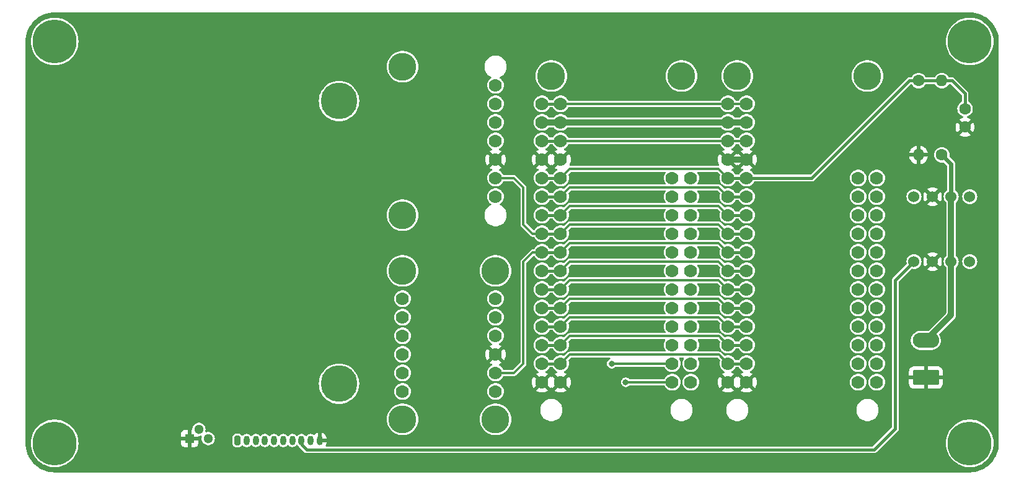
<source format=gtl>
G04 #@! TF.GenerationSoftware,KiCad,Pcbnew,8.0.0*
G04 #@! TF.CreationDate,2024-04-24T13:51:02+02:00*
G04 #@! TF.ProjectId,Cryologger ITB,4372796f-6c6f-4676-9765-72204954422e,v3.2*
G04 #@! TF.SameCoordinates,Original*
G04 #@! TF.FileFunction,Copper,L1,Top*
G04 #@! TF.FilePolarity,Positive*
%FSLAX46Y46*%
G04 Gerber Fmt 4.6, Leading zero omitted, Abs format (unit mm)*
G04 Created by KiCad (PCBNEW 8.0.0) date 2024-04-24 13:51:02*
%MOMM*%
%LPD*%
G01*
G04 APERTURE LIST*
G04 Aperture macros list*
%AMRoundRect*
0 Rectangle with rounded corners*
0 $1 Rounding radius*
0 $2 $3 $4 $5 $6 $7 $8 $9 X,Y pos of 4 corners*
0 Add a 4 corners polygon primitive as box body*
4,1,4,$2,$3,$4,$5,$6,$7,$8,$9,$2,$3,0*
0 Add four circle primitives for the rounded corners*
1,1,$1+$1,$2,$3*
1,1,$1+$1,$4,$5*
1,1,$1+$1,$6,$7*
1,1,$1+$1,$8,$9*
0 Add four rect primitives between the rounded corners*
20,1,$1+$1,$2,$3,$4,$5,0*
20,1,$1+$1,$4,$5,$6,$7,0*
20,1,$1+$1,$6,$7,$8,$9,0*
20,1,$1+$1,$8,$9,$2,$3,0*%
G04 Aperture macros list end*
G04 #@! TA.AperFunction,WasherPad*
%ADD10C,3.810000*%
G04 #@! TD*
G04 #@! TA.AperFunction,ComponentPad*
%ADD11C,1.778000*%
G04 #@! TD*
G04 #@! TA.AperFunction,ComponentPad*
%ADD12C,6.000000*%
G04 #@! TD*
G04 #@! TA.AperFunction,ComponentPad*
%ADD13C,4.999990*%
G04 #@! TD*
G04 #@! TA.AperFunction,ComponentPad*
%ADD14RoundRect,0.200000X-0.200000X-0.450000X0.200000X-0.450000X0.200000X0.450000X-0.200000X0.450000X0*%
G04 #@! TD*
G04 #@! TA.AperFunction,ComponentPad*
%ADD15O,0.800000X1.300000*%
G04 #@! TD*
G04 #@! TA.AperFunction,ComponentPad*
%ADD16RoundRect,0.249999X1.550001X-0.790001X1.550001X0.790001X-1.550001X0.790001X-1.550001X-0.790001X0*%
G04 #@! TD*
G04 #@! TA.AperFunction,ComponentPad*
%ADD17O,3.600000X2.080000*%
G04 #@! TD*
G04 #@! TA.AperFunction,ComponentPad*
%ADD18C,1.524000*%
G04 #@! TD*
G04 #@! TA.AperFunction,ComponentPad*
%ADD19C,1.600000*%
G04 #@! TD*
G04 #@! TA.AperFunction,ComponentPad*
%ADD20O,1.600000X1.600000*%
G04 #@! TD*
G04 #@! TA.AperFunction,ComponentPad*
%ADD21R,1.300000X1.300000*%
G04 #@! TD*
G04 #@! TA.AperFunction,ComponentPad*
%ADD22C,1.300000*%
G04 #@! TD*
G04 #@! TA.AperFunction,ComponentPad*
%ADD23C,3.810000*%
G04 #@! TD*
G04 #@! TA.AperFunction,ViaPad*
%ADD24C,0.800000*%
G04 #@! TD*
G04 #@! TA.AperFunction,Conductor*
%ADD25C,0.812800*%
G04 #@! TD*
G04 #@! TA.AperFunction,Conductor*
%ADD26C,0.609600*%
G04 #@! TD*
G04 #@! TA.AperFunction,Conductor*
%ADD27C,0.304800*%
G04 #@! TD*
G04 #@! TA.AperFunction,Conductor*
%ADD28C,0.406400*%
G04 #@! TD*
G04 APERTURE END LIST*
D10*
X134620000Y-99400000D03*
D11*
X134620000Y-103210000D03*
X134620000Y-105750000D03*
X134620000Y-108290000D03*
X134620000Y-110830000D03*
X134620000Y-113370000D03*
X134620000Y-115910000D03*
D10*
X134620000Y-119720000D03*
X147320000Y-99400000D03*
X147320000Y-119720000D03*
D11*
X147320000Y-115910000D03*
X147320000Y-113370000D03*
X147320000Y-110830000D03*
X147320000Y-108290000D03*
X147320000Y-105750000D03*
X147320000Y-103210000D03*
D12*
X87090000Y-68000000D03*
X212090000Y-123000000D03*
X212090000Y-68000000D03*
X87090000Y-123000000D03*
D13*
X125940000Y-76150000D03*
X125940000Y-114850000D03*
D14*
X112068000Y-122610000D03*
D15*
X113318000Y-122610000D03*
X114568000Y-122610000D03*
X115818000Y-122610000D03*
X117068000Y-122610000D03*
X118318000Y-122610000D03*
X119568000Y-122610000D03*
X120818000Y-122610000D03*
X122068000Y-122610000D03*
X123318000Y-122610000D03*
D16*
X206090000Y-114000000D03*
D17*
X206090000Y-108920000D03*
D18*
X204470000Y-89240000D03*
X207010000Y-89240000D03*
X209550000Y-89240000D03*
X212090000Y-89240000D03*
D19*
X208280000Y-83525000D03*
D20*
X208280000Y-73365000D03*
D18*
X204470000Y-98130000D03*
X207010000Y-98130000D03*
X209550000Y-98130000D03*
X212090000Y-98130000D03*
D21*
X105538000Y-122356000D03*
D22*
X106808000Y-121086000D03*
X108078000Y-122356000D03*
D19*
X205105000Y-73365000D03*
D20*
X205105000Y-83525000D03*
D23*
X154940000Y-72730000D03*
X172720000Y-72730000D03*
D11*
X153670000Y-76540000D03*
X156210000Y-76540000D03*
X153670000Y-79080000D03*
X156210000Y-79080000D03*
X153670000Y-81620000D03*
X156210000Y-81620000D03*
X153670000Y-84160000D03*
X156210000Y-84160000D03*
X153670000Y-86700000D03*
X156210000Y-86700000D03*
X153670000Y-89240000D03*
X156210000Y-89240000D03*
X153670000Y-91780000D03*
X156210000Y-91780000D03*
X153670000Y-94320000D03*
X156210000Y-94320000D03*
X153670000Y-96860000D03*
X156210000Y-96860000D03*
X153670000Y-99400000D03*
X156210000Y-99400000D03*
X153670000Y-101940000D03*
X156210000Y-101940000D03*
X153670000Y-104480000D03*
X156210000Y-104480000D03*
X153670000Y-107020000D03*
X156210000Y-107020000D03*
X153670000Y-109560000D03*
X156210000Y-109560000D03*
X153670000Y-112100000D03*
X156210000Y-112100000D03*
X153670000Y-114640000D03*
X156210000Y-114640000D03*
X171450000Y-114640000D03*
X173990000Y-114640000D03*
X171450000Y-112100000D03*
X173990000Y-112100000D03*
X171450000Y-109560000D03*
X173990000Y-109560000D03*
X171450000Y-107020000D03*
X173990000Y-107020000D03*
X171450000Y-104480000D03*
X173990000Y-104480000D03*
X171450000Y-101940000D03*
X173990000Y-101940000D03*
X171450000Y-99400000D03*
X173990000Y-99400000D03*
X171450000Y-96860000D03*
X173990000Y-96860000D03*
X171450000Y-94320000D03*
X173990000Y-94320000D03*
X171450000Y-91780000D03*
X173990000Y-91780000D03*
X171450000Y-89240000D03*
X173990000Y-89240000D03*
X171450000Y-86700000D03*
X173990000Y-86700000D03*
D10*
X134620000Y-71460000D03*
X134620000Y-91780000D03*
D11*
X147320000Y-89240000D03*
X147320000Y-86700000D03*
X147320000Y-84160000D03*
X147320000Y-81620000D03*
X147320000Y-79080000D03*
X147320000Y-76540000D03*
X147320000Y-74000000D03*
D19*
X211455000Y-77215000D03*
X211455000Y-79715000D03*
D23*
X180340000Y-72730000D03*
X198120000Y-72730000D03*
D11*
X179070000Y-76540000D03*
X181610000Y-76540000D03*
X179070000Y-79080000D03*
X181610000Y-79080000D03*
X179070000Y-81620000D03*
X181610000Y-81620000D03*
X179070000Y-84160000D03*
X181610000Y-84160000D03*
X179070000Y-86700000D03*
X181610000Y-86700000D03*
X179070000Y-89240000D03*
X181610000Y-89240000D03*
X179070000Y-91780000D03*
X181610000Y-91780000D03*
X179070000Y-94320000D03*
X181610000Y-94320000D03*
X179070000Y-96860000D03*
X181610000Y-96860000D03*
X179070000Y-99400000D03*
X181610000Y-99400000D03*
X179070000Y-101940000D03*
X181610000Y-101940000D03*
X179070000Y-104480000D03*
X181610000Y-104480000D03*
X179070000Y-107020000D03*
X181610000Y-107020000D03*
X179070000Y-109560000D03*
X181610000Y-109560000D03*
X179070000Y-112100000D03*
X181610000Y-112100000D03*
X179070000Y-114640000D03*
X181610000Y-114640000D03*
X196850000Y-114640000D03*
X199390000Y-114640000D03*
X196850000Y-112100000D03*
X199390000Y-112100000D03*
X196850000Y-109560000D03*
X199390000Y-109560000D03*
X196850000Y-107020000D03*
X199390000Y-107020000D03*
X196850000Y-104480000D03*
X199390000Y-104480000D03*
X196850000Y-101940000D03*
X199390000Y-101940000D03*
X196850000Y-99400000D03*
X199390000Y-99400000D03*
X196850000Y-96860000D03*
X199390000Y-96860000D03*
X196850000Y-94320000D03*
X199390000Y-94320000D03*
X196850000Y-91780000D03*
X199390000Y-91780000D03*
X196850000Y-89240000D03*
X199390000Y-89240000D03*
X196850000Y-86700000D03*
X199390000Y-86700000D03*
D24*
X85090000Y-74000000D03*
X106680000Y-95590000D03*
X85090000Y-117180000D03*
X140970000Y-81620000D03*
X140970000Y-109560000D03*
X116840000Y-85430000D03*
X96520000Y-85430000D03*
X96520000Y-105750000D03*
X116840000Y-107020000D03*
X140970000Y-72730000D03*
X140970000Y-90510000D03*
X140970000Y-101940000D03*
X140970000Y-117180000D03*
X163830000Y-72730000D03*
X163830000Y-118450000D03*
X128270000Y-95590000D03*
X85090000Y-95590000D03*
X133350000Y-81620000D03*
X189230000Y-118450000D03*
X189230000Y-72730000D03*
X106680000Y-74000000D03*
X106680000Y-117180000D03*
X163830000Y-101940000D03*
X189230000Y-101940000D03*
X189230000Y-109560000D03*
X189230000Y-94320000D03*
X189230000Y-82890000D03*
X163830000Y-83525000D03*
X163830000Y-94320000D03*
X149860000Y-107020000D03*
X117184000Y-124396000D03*
X176590000Y-102000000D03*
X176590000Y-99500000D03*
X165100000Y-114640000D03*
X163195000Y-112100000D03*
D25*
X179070000Y-84160000D02*
X181610000Y-84160000D01*
X209550000Y-98130000D02*
X209550000Y-105460000D01*
X209550000Y-98130000D02*
X209550000Y-89240000D01*
D26*
X209550000Y-84795000D02*
X208280000Y-83525000D01*
X209550000Y-89240000D02*
X209550000Y-84795000D01*
D25*
X209550000Y-105460000D02*
X206090000Y-108920000D01*
X179070000Y-79080000D02*
X156210000Y-79080000D01*
X156210000Y-79080000D02*
X153670000Y-79080000D01*
X179070000Y-79080000D02*
X181610000Y-79080000D01*
D27*
X151130000Y-98130000D02*
X152400000Y-96860000D01*
X149860000Y-113370000D02*
X151130000Y-112100000D01*
X147320000Y-113370000D02*
X149860000Y-113370000D01*
X177800000Y-95590000D02*
X179070000Y-96860000D01*
X151130000Y-112100000D02*
X151130000Y-98130000D01*
D28*
X179070000Y-96860000D02*
X181610000Y-96860000D01*
D27*
X152400000Y-96860000D02*
X153670000Y-96860000D01*
D28*
X153670000Y-96860000D02*
X156210000Y-96860000D01*
D27*
X156210000Y-96860000D02*
X157480000Y-95590000D01*
X157480000Y-95590000D02*
X177800000Y-95590000D01*
X171450000Y-114640000D02*
X165100000Y-114640000D01*
X171450000Y-112100000D02*
X163195000Y-112100000D01*
D28*
X123978000Y-123888000D02*
X124296000Y-123888000D01*
X123978000Y-123888000D02*
X125820000Y-123888000D01*
X125820000Y-123888000D02*
X199032000Y-123888000D01*
X121502000Y-123888000D02*
X120840000Y-123226000D01*
X201930000Y-120990000D02*
X199032000Y-123888000D01*
X121502000Y-123888000D02*
X123978000Y-123888000D01*
X124296000Y-123888000D02*
X125820000Y-123888000D01*
X204470000Y-98130000D02*
X201930000Y-100670000D01*
X201930000Y-100670000D02*
X201930000Y-120990000D01*
X120840000Y-123226000D02*
X120840000Y-122500000D01*
X153670000Y-94320000D02*
X156210000Y-94320000D01*
D27*
X157480000Y-93050000D02*
X177800000Y-93050000D01*
X152400000Y-94320000D02*
X153670000Y-94320000D01*
D28*
X179070000Y-94320000D02*
X181610000Y-94320000D01*
D27*
X151130000Y-87970000D02*
X151130000Y-93050000D01*
X156210000Y-94320000D02*
X157480000Y-93050000D01*
X151130000Y-93050000D02*
X152400000Y-94320000D01*
X147320000Y-86700000D02*
X149860000Y-86700000D01*
X149860000Y-86700000D02*
X151130000Y-87970000D01*
X177800000Y-93050000D02*
X179070000Y-94320000D01*
D28*
X153670000Y-89240000D02*
X156210000Y-89240000D01*
X179070000Y-89240000D02*
X181610000Y-89240000D01*
D27*
X177800000Y-87970000D02*
X179070000Y-89240000D01*
X157480000Y-87970000D02*
X177800000Y-87970000D01*
X156210000Y-89240000D02*
X157480000Y-87970000D01*
X157480000Y-90510000D02*
X177800000Y-90510000D01*
X177800000Y-90510000D02*
X179070000Y-91780000D01*
D28*
X153670000Y-91780000D02*
X156210000Y-91780000D01*
X179070000Y-91780000D02*
X181610000Y-91780000D01*
D27*
X156210000Y-91780000D02*
X157480000Y-90510000D01*
X156210000Y-99400000D02*
X157480000Y-98130000D01*
D28*
X153670000Y-99400000D02*
X156210000Y-99400000D01*
X179070000Y-99400000D02*
X181610000Y-99400000D01*
D27*
X177800000Y-98130000D02*
X179070000Y-99400000D01*
X157480000Y-98130000D02*
X177800000Y-98130000D01*
D28*
X203835000Y-73365000D02*
X205105000Y-73365000D01*
X179070000Y-86700000D02*
X181610000Y-86700000D01*
D27*
X177800000Y-85430000D02*
X179070000Y-86700000D01*
X156210000Y-86700000D02*
X157480000Y-85430000D01*
D28*
X209663000Y-73365000D02*
X211455000Y-75157000D01*
D27*
X157480000Y-85430000D02*
X177800000Y-85430000D01*
D28*
X153670000Y-86700000D02*
X156210000Y-86700000D01*
X181610000Y-86700000D02*
X190500000Y-86700000D01*
X208280000Y-73365000D02*
X209663000Y-73365000D01*
X211455000Y-75157000D02*
X211455000Y-77215000D01*
X208280000Y-73365000D02*
X205105000Y-73365000D01*
X190500000Y-86700000D02*
X203835000Y-73365000D01*
X153670000Y-76540000D02*
X156210000Y-76540000D01*
D27*
X156210000Y-76540000D02*
X179070000Y-76540000D01*
X179070000Y-76540000D02*
X181610000Y-76540000D01*
D28*
X153670000Y-81620000D02*
X156210000Y-81620000D01*
D27*
X179070000Y-81620000D02*
X181610000Y-81620000D01*
X156210000Y-81620000D02*
X179070000Y-81620000D01*
X177800000Y-100670000D02*
X179070000Y-101940000D01*
X157480000Y-100670000D02*
X177800000Y-100670000D01*
D28*
X153670000Y-101940000D02*
X156210000Y-101940000D01*
X179070000Y-101940000D02*
X181610000Y-101940000D01*
D27*
X156210000Y-101940000D02*
X157480000Y-100670000D01*
X177800000Y-103210000D02*
X179070000Y-104480000D01*
X157480000Y-103210000D02*
X177800000Y-103210000D01*
D28*
X179070000Y-104480000D02*
X181610000Y-104480000D01*
D27*
X156210000Y-104480000D02*
X157480000Y-103210000D01*
D28*
X153670000Y-104480000D02*
X156210000Y-104480000D01*
X153670000Y-107020000D02*
X156210000Y-107020000D01*
D27*
X157480000Y-105750000D02*
X177800000Y-105750000D01*
X177800000Y-105750000D02*
X179070000Y-107020000D01*
D28*
X179070000Y-107020000D02*
X181610000Y-107020000D01*
D27*
X156210000Y-107020000D02*
X157480000Y-105750000D01*
D28*
X156210000Y-109560000D02*
X153670000Y-109560000D01*
X181610000Y-109560000D02*
X179070000Y-109560000D01*
D27*
X157451401Y-108318599D02*
X156210000Y-109560000D01*
X177828599Y-108318599D02*
X157451401Y-108318599D01*
X179070000Y-109560000D02*
X177828599Y-108318599D01*
X177828599Y-110858599D02*
X157451401Y-110858599D01*
D28*
X156210000Y-112100000D02*
X153670000Y-112100000D01*
X181610000Y-112100000D02*
X179070000Y-112100000D01*
D27*
X157451401Y-110858599D02*
X156210000Y-112100000D01*
X179070000Y-112100000D02*
X177828599Y-110858599D01*
G04 #@! TA.AperFunction,Conductor*
G36*
X123106060Y-122751614D02*
G01*
X123176386Y-122821940D01*
X123268272Y-122860000D01*
X123192000Y-122860000D01*
X123124961Y-122840315D01*
X123079206Y-122787511D01*
X123068000Y-122736000D01*
X123068000Y-122659728D01*
X123106060Y-122751614D01*
G37*
G04 #@! TD.AperFunction*
G04 #@! TA.AperFunction,Conductor*
G36*
X155150749Y-112577385D02*
G01*
X155194709Y-112626427D01*
X155233611Y-112704554D01*
X155361324Y-112873673D01*
X155496052Y-112996493D01*
X155517935Y-113016442D01*
X155583928Y-113057303D01*
X155702989Y-113131023D01*
X155701584Y-113133291D01*
X155744544Y-113173016D01*
X155762053Y-113240656D01*
X155740214Y-113307025D01*
X155685960Y-113351051D01*
X155678384Y-113353932D01*
X155650141Y-113363628D01*
X155650132Y-113363632D01*
X155447681Y-113473194D01*
X155419040Y-113495485D01*
X155419040Y-113495487D01*
X156080591Y-114157037D01*
X156017007Y-114174075D01*
X155902993Y-114239901D01*
X155809901Y-114332993D01*
X155744075Y-114447007D01*
X155727037Y-114510591D01*
X155066759Y-113850313D01*
X155043807Y-113885444D01*
X154990661Y-113930801D01*
X154921429Y-113940224D01*
X154858094Y-113910721D01*
X154836191Y-113885444D01*
X154813238Y-113850313D01*
X154152962Y-114510589D01*
X154135925Y-114447007D01*
X154070099Y-114332993D01*
X153977007Y-114239901D01*
X153862993Y-114174075D01*
X153799409Y-114157037D01*
X154460958Y-113495486D01*
X154460958Y-113495484D01*
X154432322Y-113473196D01*
X154432316Y-113473192D01*
X154229868Y-113363632D01*
X154229865Y-113363631D01*
X154201616Y-113353933D01*
X154144601Y-113313546D01*
X154118472Y-113248746D01*
X154131525Y-113180106D01*
X154177437Y-113131712D01*
X154177011Y-113131023D01*
X154194017Y-113120492D01*
X154362065Y-113016442D01*
X154518677Y-112873671D01*
X154646389Y-112704554D01*
X154685290Y-112626428D01*
X154732792Y-112575192D01*
X154796290Y-112557700D01*
X155083710Y-112557700D01*
X155150749Y-112577385D01*
G37*
G04 #@! TD.AperFunction*
G04 #@! TA.AperFunction,Conductor*
G36*
X180550749Y-112577385D02*
G01*
X180594709Y-112626427D01*
X180633611Y-112704554D01*
X180761324Y-112873673D01*
X180896052Y-112996493D01*
X180917935Y-113016442D01*
X180983928Y-113057303D01*
X181102989Y-113131023D01*
X181101584Y-113133291D01*
X181144544Y-113173016D01*
X181162053Y-113240656D01*
X181140214Y-113307025D01*
X181085960Y-113351051D01*
X181078384Y-113353932D01*
X181050141Y-113363628D01*
X181050132Y-113363632D01*
X180847681Y-113473194D01*
X180819040Y-113495485D01*
X180819040Y-113495487D01*
X181480591Y-114157037D01*
X181417007Y-114174075D01*
X181302993Y-114239901D01*
X181209901Y-114332993D01*
X181144075Y-114447007D01*
X181127037Y-114510591D01*
X180466759Y-113850313D01*
X180443807Y-113885444D01*
X180390661Y-113930801D01*
X180321429Y-113940224D01*
X180258094Y-113910721D01*
X180236191Y-113885444D01*
X180213238Y-113850313D01*
X179552962Y-114510589D01*
X179535925Y-114447007D01*
X179470099Y-114332993D01*
X179377007Y-114239901D01*
X179262993Y-114174075D01*
X179199409Y-114157037D01*
X179860958Y-113495486D01*
X179860958Y-113495484D01*
X179832322Y-113473196D01*
X179832316Y-113473192D01*
X179629868Y-113363632D01*
X179629865Y-113363631D01*
X179601616Y-113353933D01*
X179544601Y-113313546D01*
X179518472Y-113248746D01*
X179531525Y-113180106D01*
X179577437Y-113131712D01*
X179577011Y-113131023D01*
X179594017Y-113120492D01*
X179762065Y-113016442D01*
X179918677Y-112873671D01*
X180046389Y-112704554D01*
X180085290Y-112626428D01*
X180132792Y-112575192D01*
X180196290Y-112557700D01*
X180483710Y-112557700D01*
X180550749Y-112577385D01*
G37*
G04 #@! TD.AperFunction*
G04 #@! TA.AperFunction,Conductor*
G36*
X155744075Y-84352993D02*
G01*
X155809901Y-84467007D01*
X155902993Y-84560099D01*
X156017007Y-84625925D01*
X156080590Y-84642962D01*
X155419040Y-85304512D01*
X155419040Y-85304514D01*
X155447677Y-85326803D01*
X155447683Y-85326807D01*
X155650131Y-85436367D01*
X155650140Y-85436370D01*
X155678381Y-85446066D01*
X155735396Y-85486452D01*
X155761527Y-85551251D01*
X155748475Y-85619891D01*
X155702561Y-85668286D01*
X155702989Y-85668977D01*
X155517933Y-85783559D01*
X155361324Y-85926326D01*
X155233611Y-86095445D01*
X155233611Y-86095446D01*
X155194709Y-86173571D01*
X155147208Y-86224808D01*
X155083710Y-86242300D01*
X154796290Y-86242300D01*
X154729251Y-86222615D01*
X154685290Y-86173572D01*
X154646389Y-86095446D01*
X154585118Y-86014311D01*
X154518675Y-85926326D01*
X154362066Y-85783559D01*
X154362065Y-85783558D01*
X154181885Y-85671995D01*
X154177011Y-85668977D01*
X154178402Y-85666729D01*
X154135392Y-85626878D01*
X154117950Y-85559220D01*
X154139854Y-85492873D01*
X154194152Y-85448901D01*
X154201619Y-85446065D01*
X154229867Y-85436367D01*
X154229868Y-85436367D01*
X154432315Y-85326807D01*
X154432316Y-85326806D01*
X154460958Y-85304513D01*
X154460959Y-85304511D01*
X153799410Y-84642962D01*
X153862993Y-84625925D01*
X153977007Y-84560099D01*
X154070099Y-84467007D01*
X154135925Y-84352993D01*
X154152962Y-84289409D01*
X154813237Y-84949684D01*
X154836190Y-84914554D01*
X154889337Y-84869198D01*
X154958568Y-84859774D01*
X155021904Y-84889276D01*
X155043808Y-84914554D01*
X155066760Y-84949685D01*
X155727037Y-84289408D01*
X155744075Y-84352993D01*
G37*
G04 #@! TD.AperFunction*
G04 #@! TA.AperFunction,Conductor*
G36*
X181144075Y-84352993D02*
G01*
X181209901Y-84467007D01*
X181302993Y-84560099D01*
X181417007Y-84625925D01*
X181480590Y-84642962D01*
X180819040Y-85304512D01*
X180819040Y-85304514D01*
X180847677Y-85326803D01*
X180847683Y-85326807D01*
X181050131Y-85436367D01*
X181050140Y-85436370D01*
X181078381Y-85446066D01*
X181135396Y-85486452D01*
X181161527Y-85551251D01*
X181148475Y-85619891D01*
X181102561Y-85668286D01*
X181102989Y-85668977D01*
X180917933Y-85783559D01*
X180761324Y-85926326D01*
X180633611Y-86095445D01*
X180633611Y-86095446D01*
X180594709Y-86173571D01*
X180547208Y-86224808D01*
X180483710Y-86242300D01*
X180196290Y-86242300D01*
X180129251Y-86222615D01*
X180085290Y-86173572D01*
X180046389Y-86095446D01*
X179985118Y-86014311D01*
X179918675Y-85926326D01*
X179762066Y-85783559D01*
X179762065Y-85783558D01*
X179581885Y-85671995D01*
X179577011Y-85668977D01*
X179578402Y-85666729D01*
X179535392Y-85626878D01*
X179517950Y-85559220D01*
X179539854Y-85492873D01*
X179594152Y-85448901D01*
X179601619Y-85446065D01*
X179629867Y-85436367D01*
X179629868Y-85436367D01*
X179832315Y-85326807D01*
X179832316Y-85326806D01*
X179860958Y-85304513D01*
X179860959Y-85304512D01*
X179199409Y-84642962D01*
X179262993Y-84625925D01*
X179377007Y-84560099D01*
X179470099Y-84467007D01*
X179535925Y-84352993D01*
X179552962Y-84289409D01*
X180213237Y-84949684D01*
X180236190Y-84914554D01*
X180289337Y-84869198D01*
X180358568Y-84859774D01*
X180421904Y-84889276D01*
X180443808Y-84914554D01*
X180466760Y-84949685D01*
X181127037Y-84289408D01*
X181144075Y-84352993D01*
G37*
G04 #@! TD.AperFunction*
G04 #@! TA.AperFunction,Conductor*
G36*
X177985452Y-82046585D02*
G01*
X178029413Y-82095628D01*
X178093611Y-82224554D01*
X178221324Y-82393673D01*
X178322336Y-82485757D01*
X178377935Y-82536442D01*
X178534300Y-82633259D01*
X178562989Y-82651023D01*
X178561584Y-82653291D01*
X178604544Y-82693016D01*
X178622053Y-82760656D01*
X178600214Y-82827025D01*
X178545960Y-82871051D01*
X178538384Y-82873932D01*
X178510141Y-82883628D01*
X178510132Y-82883632D01*
X178307681Y-82993194D01*
X178279040Y-83015485D01*
X178279040Y-83015487D01*
X178940591Y-83677037D01*
X178877007Y-83694075D01*
X178762993Y-83759901D01*
X178669901Y-83852993D01*
X178604075Y-83967007D01*
X178587037Y-84030590D01*
X177926759Y-83370313D01*
X177844224Y-83496644D01*
X177751757Y-83707446D01*
X177695249Y-83930591D01*
X177695247Y-83930603D01*
X177676240Y-84159994D01*
X177676240Y-84160005D01*
X177695247Y-84389396D01*
X177695249Y-84389408D01*
X177751757Y-84612553D01*
X177844224Y-84823355D01*
X177849401Y-84831279D01*
X177869589Y-84898169D01*
X177850408Y-84965354D01*
X177797949Y-85011504D01*
X177745592Y-85023100D01*
X157534408Y-85023100D01*
X157467369Y-85003415D01*
X157421614Y-84950611D01*
X157411670Y-84881453D01*
X157430599Y-84831279D01*
X157435775Y-84823355D01*
X157528242Y-84612553D01*
X157584750Y-84389408D01*
X157584752Y-84389396D01*
X157603760Y-84160005D01*
X157603760Y-84159994D01*
X157584752Y-83930603D01*
X157584750Y-83930591D01*
X157528242Y-83707446D01*
X157435774Y-83496642D01*
X157353238Y-83370313D01*
X156692962Y-84030589D01*
X156675925Y-83967007D01*
X156610099Y-83852993D01*
X156517007Y-83759901D01*
X156402993Y-83694075D01*
X156339409Y-83677037D01*
X157000958Y-83015486D01*
X157000958Y-83015484D01*
X156972322Y-82993196D01*
X156972316Y-82993192D01*
X156769868Y-82883632D01*
X156769865Y-82883631D01*
X156741616Y-82873933D01*
X156684601Y-82833546D01*
X156658472Y-82768746D01*
X156671525Y-82700106D01*
X156717437Y-82651712D01*
X156717011Y-82651023D01*
X156734017Y-82640492D01*
X156902065Y-82536442D01*
X157058677Y-82393671D01*
X157186389Y-82224554D01*
X157225290Y-82146430D01*
X157250587Y-82095628D01*
X157298090Y-82044391D01*
X157361587Y-82026900D01*
X177918413Y-82026900D01*
X177985452Y-82046585D01*
G37*
G04 #@! TD.AperFunction*
G04 #@! TA.AperFunction,Conductor*
G36*
X155150749Y-82097385D02*
G01*
X155194709Y-82146427D01*
X155233611Y-82224554D01*
X155361324Y-82393673D01*
X155462336Y-82485757D01*
X155517935Y-82536442D01*
X155674300Y-82633259D01*
X155702989Y-82651023D01*
X155701584Y-82653291D01*
X155744544Y-82693016D01*
X155762053Y-82760656D01*
X155740214Y-82827025D01*
X155685960Y-82871051D01*
X155678384Y-82873932D01*
X155650141Y-82883628D01*
X155650132Y-82883632D01*
X155447681Y-82993194D01*
X155419040Y-83015485D01*
X155419040Y-83015487D01*
X156080591Y-83677037D01*
X156017007Y-83694075D01*
X155902993Y-83759901D01*
X155809901Y-83852993D01*
X155744075Y-83967007D01*
X155727037Y-84030591D01*
X155066759Y-83370313D01*
X155043807Y-83405444D01*
X154990661Y-83450801D01*
X154921429Y-83460224D01*
X154858094Y-83430721D01*
X154836191Y-83405444D01*
X154813238Y-83370313D01*
X154152962Y-84030589D01*
X154135925Y-83967007D01*
X154070099Y-83852993D01*
X153977007Y-83759901D01*
X153862993Y-83694075D01*
X153799409Y-83677037D01*
X154460958Y-83015486D01*
X154460958Y-83015484D01*
X154432322Y-82993196D01*
X154432316Y-82993192D01*
X154229868Y-82883632D01*
X154229865Y-82883631D01*
X154201616Y-82873933D01*
X154144601Y-82833546D01*
X154118472Y-82768746D01*
X154131525Y-82700106D01*
X154177437Y-82651712D01*
X154177011Y-82651023D01*
X154194017Y-82640492D01*
X154362065Y-82536442D01*
X154518677Y-82393671D01*
X154646389Y-82224554D01*
X154685290Y-82146428D01*
X154732792Y-82095192D01*
X154796290Y-82077700D01*
X155083710Y-82077700D01*
X155150749Y-82097385D01*
G37*
G04 #@! TD.AperFunction*
G04 #@! TA.AperFunction,Conductor*
G36*
X180525452Y-82046585D02*
G01*
X180569413Y-82095628D01*
X180633611Y-82224554D01*
X180761324Y-82393673D01*
X180862336Y-82485757D01*
X180917935Y-82536442D01*
X181074300Y-82633259D01*
X181102989Y-82651023D01*
X181101584Y-82653291D01*
X181144544Y-82693016D01*
X181162053Y-82760656D01*
X181140214Y-82827025D01*
X181085960Y-82871051D01*
X181078384Y-82873932D01*
X181050141Y-82883628D01*
X181050132Y-82883632D01*
X180847681Y-82993194D01*
X180819040Y-83015485D01*
X180819040Y-83015487D01*
X181480591Y-83677037D01*
X181417007Y-83694075D01*
X181302993Y-83759901D01*
X181209901Y-83852993D01*
X181144075Y-83967007D01*
X181127037Y-84030591D01*
X180466759Y-83370313D01*
X180443807Y-83405444D01*
X180390661Y-83450801D01*
X180321429Y-83460224D01*
X180258094Y-83430721D01*
X180236191Y-83405444D01*
X180213238Y-83370313D01*
X179552962Y-84030589D01*
X179535925Y-83967007D01*
X179470099Y-83852993D01*
X179377007Y-83759901D01*
X179262993Y-83694075D01*
X179199409Y-83677037D01*
X179860958Y-83015486D01*
X179860958Y-83015484D01*
X179832322Y-82993196D01*
X179832316Y-82993192D01*
X179629868Y-82883632D01*
X179629865Y-82883631D01*
X179601616Y-82873933D01*
X179544601Y-82833546D01*
X179518472Y-82768746D01*
X179531525Y-82700106D01*
X179577437Y-82651712D01*
X179577011Y-82651023D01*
X179594017Y-82640492D01*
X179762065Y-82536442D01*
X179918677Y-82393671D01*
X180046389Y-82224554D01*
X180085290Y-82146430D01*
X180110587Y-82095628D01*
X180158090Y-82044391D01*
X180221587Y-82026900D01*
X180458413Y-82026900D01*
X180525452Y-82046585D01*
G37*
G04 #@! TD.AperFunction*
G04 #@! TA.AperFunction,Conductor*
G36*
X212092855Y-64025632D02*
G01*
X212451004Y-64042190D01*
X212462394Y-64043246D01*
X212814645Y-64092382D01*
X212825888Y-64094484D01*
X213172103Y-64175913D01*
X213183093Y-64179040D01*
X213520337Y-64292073D01*
X213530991Y-64296201D01*
X213856352Y-64439861D01*
X213866578Y-64444953D01*
X214106703Y-64578702D01*
X214177292Y-64618020D01*
X214187030Y-64624050D01*
X214480439Y-64825041D01*
X214489579Y-64831942D01*
X214763198Y-65059151D01*
X214771662Y-65066868D01*
X215023131Y-65318337D01*
X215030848Y-65326801D01*
X215258057Y-65600420D01*
X215264958Y-65609560D01*
X215465949Y-65902969D01*
X215471979Y-65912707D01*
X215645039Y-66223407D01*
X215650141Y-66233655D01*
X215688119Y-66319666D01*
X215793793Y-66558995D01*
X215797931Y-66569675D01*
X215910955Y-66906893D01*
X215914089Y-66917909D01*
X215995513Y-67264103D01*
X215997618Y-67275362D01*
X216046752Y-67627598D01*
X216047809Y-67639002D01*
X216064368Y-67997144D01*
X216064500Y-68002871D01*
X216064500Y-122997128D01*
X216064368Y-123002855D01*
X216047809Y-123360997D01*
X216046752Y-123372401D01*
X215997618Y-123724637D01*
X215995513Y-123735896D01*
X215914089Y-124082090D01*
X215910955Y-124093106D01*
X215797931Y-124430324D01*
X215793793Y-124441004D01*
X215650144Y-124766339D01*
X215645039Y-124776592D01*
X215471979Y-125087292D01*
X215465949Y-125097030D01*
X215264958Y-125390439D01*
X215258057Y-125399579D01*
X215030848Y-125673198D01*
X215023131Y-125681662D01*
X214771662Y-125933131D01*
X214763198Y-125940848D01*
X214489579Y-126168057D01*
X214480439Y-126174958D01*
X214187030Y-126375949D01*
X214177292Y-126381979D01*
X213866592Y-126555039D01*
X213856339Y-126560144D01*
X213531004Y-126703793D01*
X213520324Y-126707931D01*
X213183106Y-126820955D01*
X213172090Y-126824089D01*
X212825896Y-126905513D01*
X212814637Y-126907618D01*
X212462401Y-126956752D01*
X212450997Y-126957809D01*
X212092855Y-126974368D01*
X212087128Y-126974500D01*
X87092872Y-126974500D01*
X87087145Y-126974368D01*
X86729002Y-126957809D01*
X86717598Y-126956752D01*
X86365362Y-126907618D01*
X86354103Y-126905513D01*
X86007909Y-126824089D01*
X85996893Y-126820955D01*
X85659675Y-126707931D01*
X85648995Y-126703793D01*
X85609685Y-126686436D01*
X85323655Y-126560141D01*
X85313412Y-126555041D01*
X85211339Y-126498187D01*
X85002707Y-126381979D01*
X84992969Y-126375949D01*
X84699560Y-126174958D01*
X84690420Y-126168057D01*
X84416801Y-125940848D01*
X84408337Y-125933131D01*
X84156868Y-125681662D01*
X84149151Y-125673198D01*
X83921942Y-125399579D01*
X83915041Y-125390439D01*
X83714050Y-125097030D01*
X83708020Y-125087292D01*
X83668702Y-125016703D01*
X83534953Y-124776578D01*
X83529861Y-124766352D01*
X83386201Y-124440991D01*
X83382073Y-124430337D01*
X83269040Y-124093093D01*
X83265913Y-124082103D01*
X83184484Y-123735888D01*
X83182381Y-123724637D01*
X83153068Y-123514499D01*
X83133246Y-123372394D01*
X83132190Y-123360997D01*
X83128845Y-123288653D01*
X83115632Y-123002855D01*
X83115566Y-123000000D01*
X83830720Y-123000000D01*
X83845750Y-123277220D01*
X83849826Y-123352387D01*
X83849827Y-123352404D01*
X83906917Y-123700636D01*
X83906922Y-123700657D01*
X84001330Y-124040687D01*
X84001331Y-124040689D01*
X84131953Y-124368526D01*
X84131958Y-124368536D01*
X84269369Y-124627721D01*
X84297266Y-124680339D01*
X84297267Y-124680342D01*
X84495308Y-124972430D01*
X84495316Y-124972440D01*
X84601144Y-125097030D01*
X84723777Y-125241405D01*
X84979987Y-125484100D01*
X85260934Y-125697670D01*
X85260942Y-125697675D01*
X85260954Y-125697683D01*
X85513276Y-125849499D01*
X85563326Y-125879613D01*
X85563330Y-125879614D01*
X85563334Y-125879617D01*
X85695683Y-125940848D01*
X85883616Y-126027795D01*
X86218050Y-126140479D01*
X86562707Y-126216344D01*
X86913546Y-126254500D01*
X86913552Y-126254500D01*
X87266448Y-126254500D01*
X87266454Y-126254500D01*
X87617293Y-126216344D01*
X87961950Y-126140479D01*
X88296384Y-126027795D01*
X88616674Y-125879613D01*
X88803928Y-125766945D01*
X88919045Y-125697683D01*
X88919049Y-125697680D01*
X88919066Y-125697670D01*
X89200013Y-125484100D01*
X89456223Y-125241405D01*
X89684690Y-124972432D01*
X89882737Y-124680334D01*
X90048042Y-124368536D01*
X90178667Y-124040693D01*
X90273080Y-123700649D01*
X90296672Y-123556742D01*
X90330172Y-123352404D01*
X90330172Y-123352401D01*
X90330174Y-123352390D01*
X90346361Y-123053844D01*
X104388000Y-123053844D01*
X104394401Y-123113372D01*
X104394403Y-123113379D01*
X104444645Y-123248086D01*
X104444649Y-123248093D01*
X104530809Y-123363187D01*
X104530812Y-123363190D01*
X104645906Y-123449350D01*
X104645913Y-123449354D01*
X104780620Y-123499596D01*
X104780627Y-123499598D01*
X104840155Y-123505999D01*
X104840172Y-123506000D01*
X105288000Y-123506000D01*
X105288000Y-122636330D01*
X105307745Y-122656075D01*
X105393255Y-122705444D01*
X105488630Y-122731000D01*
X105587370Y-122731000D01*
X105682745Y-122705444D01*
X105768255Y-122656075D01*
X105788000Y-122636330D01*
X105788000Y-123506000D01*
X106235828Y-123506000D01*
X106235844Y-123505999D01*
X106295372Y-123499598D01*
X106295379Y-123499596D01*
X106430086Y-123449354D01*
X106430093Y-123449350D01*
X106545187Y-123363190D01*
X106545190Y-123363187D01*
X106631350Y-123248093D01*
X106631354Y-123248086D01*
X106681596Y-123113379D01*
X106681598Y-123113372D01*
X106687999Y-123053844D01*
X106688000Y-123053827D01*
X106688000Y-122606000D01*
X105818330Y-122606000D01*
X105838075Y-122586255D01*
X105887444Y-122500745D01*
X105913000Y-122405370D01*
X105913000Y-122306630D01*
X105887444Y-122211255D01*
X105838075Y-122125745D01*
X105818330Y-122106000D01*
X106688000Y-122106000D01*
X106691533Y-122102466D01*
X106707685Y-122047461D01*
X106760489Y-122001706D01*
X106812000Y-121990500D01*
X106903066Y-121990500D01*
X106903067Y-121990500D01*
X107061051Y-121956919D01*
X107130715Y-121962235D01*
X107186449Y-122004371D01*
X107210555Y-122069951D01*
X107204761Y-122116526D01*
X107188393Y-122166902D01*
X107188393Y-122166904D01*
X107188392Y-122166908D01*
X107168518Y-122356000D01*
X107188392Y-122545092D01*
X107188393Y-122545095D01*
X107247144Y-122725913D01*
X107247147Y-122725920D01*
X107342214Y-122890580D01*
X107469438Y-123031877D01*
X107623259Y-123143635D01*
X107796955Y-123220969D01*
X107982933Y-123260500D01*
X108173067Y-123260500D01*
X108359045Y-123220969D01*
X108532741Y-123143635D01*
X108572509Y-123114742D01*
X111413500Y-123114742D01*
X111413501Y-123114748D01*
X111416379Y-123145451D01*
X111416379Y-123145453D01*
X111416380Y-123145455D01*
X111460678Y-123272049D01*
X111461631Y-123274773D01*
X111487870Y-123310326D01*
X111542989Y-123385010D01*
X111577683Y-123410615D01*
X111653227Y-123466369D01*
X111692600Y-123480146D01*
X111782541Y-123511619D01*
X111782545Y-123511619D01*
X111782549Y-123511621D01*
X111813251Y-123514500D01*
X112322748Y-123514499D01*
X112353451Y-123511621D01*
X112482773Y-123466369D01*
X112593010Y-123385010D01*
X112645197Y-123314300D01*
X112700844Y-123272049D01*
X112770500Y-123266590D01*
X112832050Y-123299657D01*
X112832648Y-123300252D01*
X112900776Y-123368380D01*
X112900780Y-123368383D01*
X113007978Y-123440011D01*
X113007979Y-123440011D01*
X113007980Y-123440012D01*
X113007982Y-123440013D01*
X113030534Y-123449354D01*
X113127089Y-123489348D01*
X113127091Y-123489348D01*
X113127096Y-123489350D01*
X113253532Y-123514499D01*
X113253536Y-123514500D01*
X113253537Y-123514500D01*
X113382464Y-123514500D01*
X113382465Y-123514499D01*
X113457391Y-123499596D01*
X113508903Y-123489350D01*
X113508906Y-123489348D01*
X113508911Y-123489348D01*
X113628022Y-123440011D01*
X113735220Y-123368383D01*
X113826383Y-123277220D01*
X113839897Y-123256994D01*
X113893508Y-123212189D01*
X113962833Y-123203480D01*
X114025861Y-123233634D01*
X114046103Y-123256995D01*
X114059615Y-123277218D01*
X114059619Y-123277223D01*
X114150776Y-123368380D01*
X114150780Y-123368383D01*
X114257978Y-123440011D01*
X114257979Y-123440011D01*
X114257980Y-123440012D01*
X114257982Y-123440013D01*
X114280534Y-123449354D01*
X114377089Y-123489348D01*
X114377091Y-123489348D01*
X114377096Y-123489350D01*
X114503532Y-123514499D01*
X114503536Y-123514500D01*
X114503537Y-123514500D01*
X114632464Y-123514500D01*
X114632465Y-123514499D01*
X114707391Y-123499596D01*
X114758903Y-123489350D01*
X114758906Y-123489348D01*
X114758911Y-123489348D01*
X114878022Y-123440011D01*
X114985220Y-123368383D01*
X115076383Y-123277220D01*
X115089897Y-123256994D01*
X115143508Y-123212189D01*
X115212833Y-123203480D01*
X115275861Y-123233634D01*
X115296103Y-123256995D01*
X115309615Y-123277218D01*
X115309619Y-123277223D01*
X115400776Y-123368380D01*
X115400780Y-123368383D01*
X115507978Y-123440011D01*
X115507979Y-123440011D01*
X115507980Y-123440012D01*
X115507982Y-123440013D01*
X115530534Y-123449354D01*
X115627089Y-123489348D01*
X115627091Y-123489348D01*
X115627096Y-123489350D01*
X115753532Y-123514499D01*
X115753536Y-123514500D01*
X115753537Y-123514500D01*
X115882464Y-123514500D01*
X115882465Y-123514499D01*
X115957391Y-123499596D01*
X116008903Y-123489350D01*
X116008906Y-123489348D01*
X116008911Y-123489348D01*
X116128022Y-123440011D01*
X116235220Y-123368383D01*
X116326383Y-123277220D01*
X116339897Y-123256994D01*
X116393508Y-123212189D01*
X116462833Y-123203480D01*
X116525861Y-123233634D01*
X116546103Y-123256995D01*
X116559615Y-123277218D01*
X116559619Y-123277223D01*
X116650776Y-123368380D01*
X116650780Y-123368383D01*
X116757978Y-123440011D01*
X116757979Y-123440011D01*
X116757980Y-123440012D01*
X116757982Y-123440013D01*
X116780534Y-123449354D01*
X116877089Y-123489348D01*
X116877091Y-123489348D01*
X116877096Y-123489350D01*
X117003532Y-123514499D01*
X117003536Y-123514500D01*
X117003537Y-123514500D01*
X117132464Y-123514500D01*
X117132465Y-123514499D01*
X117207391Y-123499596D01*
X117258903Y-123489350D01*
X117258906Y-123489348D01*
X117258911Y-123489348D01*
X117378022Y-123440011D01*
X117485220Y-123368383D01*
X117576383Y-123277220D01*
X117589897Y-123256994D01*
X117643508Y-123212189D01*
X117712833Y-123203480D01*
X117775861Y-123233634D01*
X117796103Y-123256995D01*
X117809615Y-123277218D01*
X117809619Y-123277223D01*
X117900776Y-123368380D01*
X117900780Y-123368383D01*
X118007978Y-123440011D01*
X118007979Y-123440011D01*
X118007980Y-123440012D01*
X118007982Y-123440013D01*
X118030534Y-123449354D01*
X118127089Y-123489348D01*
X118127091Y-123489348D01*
X118127096Y-123489350D01*
X118253532Y-123514499D01*
X118253536Y-123514500D01*
X118253537Y-123514500D01*
X118382464Y-123514500D01*
X118382465Y-123514499D01*
X118457391Y-123499596D01*
X118508903Y-123489350D01*
X118508906Y-123489348D01*
X118508911Y-123489348D01*
X118628022Y-123440011D01*
X118735220Y-123368383D01*
X118826383Y-123277220D01*
X118839897Y-123256994D01*
X118893508Y-123212189D01*
X118962833Y-123203480D01*
X119025861Y-123233634D01*
X119046103Y-123256995D01*
X119059615Y-123277218D01*
X119059619Y-123277223D01*
X119150776Y-123368380D01*
X119150780Y-123368383D01*
X119257978Y-123440011D01*
X119257979Y-123440011D01*
X119257980Y-123440012D01*
X119257982Y-123440013D01*
X119280534Y-123449354D01*
X119377089Y-123489348D01*
X119377091Y-123489348D01*
X119377096Y-123489350D01*
X119503532Y-123514499D01*
X119503536Y-123514500D01*
X119503537Y-123514500D01*
X119632464Y-123514500D01*
X119632465Y-123514499D01*
X119707391Y-123499596D01*
X119758903Y-123489350D01*
X119758906Y-123489348D01*
X119758911Y-123489348D01*
X119878022Y-123440011D01*
X119985220Y-123368383D01*
X120076383Y-123277220D01*
X120089897Y-123256994D01*
X120143508Y-123212189D01*
X120212833Y-123203480D01*
X120275861Y-123233634D01*
X120296103Y-123256995D01*
X120309615Y-123277218D01*
X120309616Y-123277219D01*
X120309617Y-123277220D01*
X120382102Y-123349705D01*
X120408739Y-123395838D01*
X120410382Y-123395158D01*
X120413493Y-123402669D01*
X120473746Y-123507031D01*
X120473750Y-123507036D01*
X121220960Y-124254247D01*
X121220963Y-124254249D01*
X121220965Y-124254251D01*
X121281219Y-124289037D01*
X121281221Y-124289039D01*
X121281222Y-124289039D01*
X121325335Y-124314508D01*
X121441743Y-124345700D01*
X121441745Y-124345700D01*
X199092256Y-124345700D01*
X199092258Y-124345700D01*
X199208666Y-124314508D01*
X199313035Y-124254251D01*
X200567286Y-123000000D01*
X208830720Y-123000000D01*
X208845750Y-123277220D01*
X208849826Y-123352387D01*
X208849827Y-123352404D01*
X208906917Y-123700636D01*
X208906922Y-123700657D01*
X209001330Y-124040687D01*
X209001331Y-124040689D01*
X209131953Y-124368526D01*
X209131958Y-124368536D01*
X209269369Y-124627721D01*
X209297266Y-124680339D01*
X209297267Y-124680342D01*
X209495308Y-124972430D01*
X209495316Y-124972440D01*
X209601144Y-125097030D01*
X209723777Y-125241405D01*
X209979987Y-125484100D01*
X210260934Y-125697670D01*
X210260942Y-125697675D01*
X210260954Y-125697683D01*
X210513276Y-125849499D01*
X210563326Y-125879613D01*
X210563330Y-125879614D01*
X210563334Y-125879617D01*
X210695683Y-125940848D01*
X210883616Y-126027795D01*
X211218050Y-126140479D01*
X211562707Y-126216344D01*
X211913546Y-126254500D01*
X211913552Y-126254500D01*
X212266448Y-126254500D01*
X212266454Y-126254500D01*
X212617293Y-126216344D01*
X212961950Y-126140479D01*
X213296384Y-126027795D01*
X213616674Y-125879613D01*
X213803928Y-125766945D01*
X213919045Y-125697683D01*
X213919049Y-125697680D01*
X213919066Y-125697670D01*
X214200013Y-125484100D01*
X214456223Y-125241405D01*
X214684690Y-124972432D01*
X214882737Y-124680334D01*
X215048042Y-124368536D01*
X215178667Y-124040693D01*
X215273080Y-123700649D01*
X215296672Y-123556742D01*
X215330172Y-123352404D01*
X215330172Y-123352401D01*
X215330174Y-123352390D01*
X215349280Y-123000000D01*
X215330174Y-122647610D01*
X215323352Y-122606000D01*
X215273082Y-122299363D01*
X215273081Y-122299362D01*
X215273080Y-122299351D01*
X215217033Y-122097487D01*
X215178669Y-121959312D01*
X215178668Y-121959310D01*
X215177715Y-121956919D01*
X215107219Y-121779986D01*
X215048046Y-121631473D01*
X215048037Y-121631455D01*
X214882737Y-121319666D01*
X214882733Y-121319660D01*
X214882732Y-121319657D01*
X214684691Y-121027569D01*
X214684683Y-121027559D01*
X214456230Y-120758603D01*
X214456225Y-120758597D01*
X214456223Y-120758595D01*
X214200013Y-120515900D01*
X214200006Y-120515894D01*
X214200003Y-120515892D01*
X214060867Y-120410124D01*
X213919066Y-120302330D01*
X213919060Y-120302326D01*
X213919045Y-120302316D01*
X213616678Y-120120389D01*
X213616665Y-120120382D01*
X213296394Y-119972209D01*
X213296389Y-119972207D01*
X213296384Y-119972205D01*
X213133366Y-119917278D01*
X212961949Y-119859520D01*
X212617291Y-119783655D01*
X212266455Y-119745500D01*
X212266454Y-119745500D01*
X211913546Y-119745500D01*
X211913544Y-119745500D01*
X211562708Y-119783655D01*
X211218050Y-119859520D01*
X210999794Y-119933060D01*
X210883616Y-119972205D01*
X210883613Y-119972206D01*
X210883605Y-119972209D01*
X210563334Y-120120382D01*
X210563321Y-120120389D01*
X210260954Y-120302316D01*
X210260938Y-120302327D01*
X209979996Y-120515892D01*
X209979987Y-120515900D01*
X209723774Y-120758597D01*
X209723769Y-120758603D01*
X209495316Y-121027559D01*
X209495308Y-121027569D01*
X209297267Y-121319657D01*
X209297266Y-121319660D01*
X209131962Y-121631455D01*
X209131953Y-121631473D01*
X209001331Y-121959310D01*
X209001330Y-121959312D01*
X208906922Y-122299342D01*
X208906917Y-122299363D01*
X208849827Y-122647595D01*
X208849826Y-122647612D01*
X208836653Y-122890580D01*
X208830720Y-123000000D01*
X200567286Y-123000000D01*
X202296251Y-121271035D01*
X202356508Y-121166666D01*
X202387700Y-121050257D01*
X202387700Y-120929742D01*
X202387700Y-113750000D01*
X203790000Y-113750000D01*
X205435879Y-113750000D01*
X205416901Y-113795818D01*
X205390000Y-113931056D01*
X205390000Y-114068944D01*
X205416901Y-114204182D01*
X205435879Y-114250000D01*
X203790001Y-114250000D01*
X203790001Y-114839986D01*
X203800494Y-114942696D01*
X203800494Y-114942698D01*
X203855640Y-115109119D01*
X203855645Y-115109130D01*
X203947680Y-115258340D01*
X203947683Y-115258344D01*
X204071655Y-115382316D01*
X204071659Y-115382319D01*
X204220869Y-115474354D01*
X204220880Y-115474359D01*
X204387302Y-115529505D01*
X204490020Y-115539999D01*
X205839999Y-115539999D01*
X205840000Y-115539998D01*
X205840000Y-114654120D01*
X205885818Y-114673099D01*
X206021056Y-114700000D01*
X206158944Y-114700000D01*
X206294182Y-114673099D01*
X206340000Y-114654120D01*
X206340000Y-115539999D01*
X207689972Y-115539999D01*
X207689986Y-115539998D01*
X207792696Y-115529505D01*
X207792698Y-115529505D01*
X207959119Y-115474359D01*
X207959130Y-115474354D01*
X208108340Y-115382319D01*
X208108344Y-115382316D01*
X208232316Y-115258344D01*
X208232319Y-115258340D01*
X208324354Y-115109130D01*
X208324359Y-115109119D01*
X208379505Y-114942697D01*
X208389999Y-114839986D01*
X208390000Y-114839973D01*
X208390000Y-114250000D01*
X206744121Y-114250000D01*
X206763099Y-114204182D01*
X206790000Y-114068944D01*
X206790000Y-113931056D01*
X206763099Y-113795818D01*
X206744121Y-113750000D01*
X208389999Y-113750000D01*
X208389999Y-113160028D01*
X208389998Y-113160013D01*
X208379505Y-113057303D01*
X208379505Y-113057301D01*
X208324359Y-112890880D01*
X208324354Y-112890869D01*
X208232319Y-112741659D01*
X208232316Y-112741655D01*
X208108344Y-112617683D01*
X208108340Y-112617680D01*
X207959130Y-112525645D01*
X207959119Y-112525640D01*
X207792697Y-112470494D01*
X207689986Y-112460000D01*
X206340000Y-112460000D01*
X206340000Y-113345879D01*
X206294182Y-113326901D01*
X206158944Y-113300000D01*
X206021056Y-113300000D01*
X205885818Y-113326901D01*
X205840000Y-113345879D01*
X205840000Y-112460000D01*
X204490028Y-112460000D01*
X204490012Y-112460001D01*
X204387303Y-112470494D01*
X204387301Y-112470494D01*
X204220880Y-112525640D01*
X204220869Y-112525645D01*
X204071659Y-112617680D01*
X204071655Y-112617683D01*
X203947683Y-112741655D01*
X203947680Y-112741659D01*
X203855645Y-112890869D01*
X203855640Y-112890880D01*
X203800494Y-113057302D01*
X203790000Y-113160013D01*
X203790000Y-113750000D01*
X202387700Y-113750000D01*
X202387700Y-109021884D01*
X204035500Y-109021884D01*
X204067374Y-109223130D01*
X204130341Y-109416920D01*
X204213527Y-109580180D01*
X204222844Y-109598466D01*
X204342611Y-109763310D01*
X204486690Y-109907389D01*
X204651534Y-110027156D01*
X204737309Y-110070860D01*
X204833079Y-110119658D01*
X204833081Y-110119658D01*
X204833084Y-110119660D01*
X204936958Y-110153410D01*
X205026869Y-110182625D01*
X205228116Y-110214500D01*
X205228121Y-110214500D01*
X206951884Y-110214500D01*
X207153130Y-110182625D01*
X207202314Y-110166644D01*
X207346916Y-110119660D01*
X207528466Y-110027156D01*
X207693310Y-109907389D01*
X207837389Y-109763310D01*
X207957156Y-109598466D01*
X208049660Y-109416916D01*
X208112625Y-109223130D01*
X208124976Y-109145150D01*
X208144500Y-109021884D01*
X208144500Y-108818115D01*
X208112625Y-108616869D01*
X208070181Y-108486242D01*
X208049660Y-108423084D01*
X208049658Y-108423081D01*
X208049658Y-108423079D01*
X208016099Y-108357217D01*
X207957156Y-108241534D01*
X207953438Y-108236417D01*
X207912505Y-108180076D01*
X207889025Y-108114270D01*
X207904851Y-108046216D01*
X207925138Y-108019514D01*
X210063355Y-105881299D01*
X210135682Y-105773054D01*
X210185502Y-105652777D01*
X210210900Y-105525093D01*
X210210900Y-105394907D01*
X210210900Y-98961249D01*
X210230585Y-98894210D01*
X210256234Y-98865397D01*
X210272252Y-98852252D01*
X210399278Y-98697469D01*
X210493667Y-98520880D01*
X210551792Y-98329269D01*
X210571418Y-98130000D01*
X211068582Y-98130000D01*
X211088208Y-98329271D01*
X211146333Y-98520881D01*
X211240718Y-98697463D01*
X211240720Y-98697465D01*
X211240722Y-98697469D01*
X211294839Y-98763411D01*
X211367747Y-98852252D01*
X211393724Y-98873570D01*
X211522531Y-98979278D01*
X211522534Y-98979280D01*
X211522536Y-98979281D01*
X211547312Y-98992524D01*
X211699120Y-99073667D01*
X211890731Y-99131792D01*
X212090000Y-99151418D01*
X212289269Y-99131792D01*
X212480880Y-99073667D01*
X212657469Y-98979278D01*
X212812252Y-98852252D01*
X212939278Y-98697469D01*
X213033667Y-98520880D01*
X213091792Y-98329269D01*
X213111418Y-98130000D01*
X213091792Y-97930731D01*
X213033667Y-97739120D01*
X213014037Y-97702395D01*
X212939281Y-97562536D01*
X212939280Y-97562534D01*
X212939278Y-97562531D01*
X212832000Y-97431811D01*
X212812252Y-97407747D01*
X212702527Y-97317700D01*
X212657469Y-97280722D01*
X212657465Y-97280720D01*
X212657463Y-97280718D01*
X212480881Y-97186333D01*
X212289271Y-97128208D01*
X212090000Y-97108582D01*
X211890728Y-97128208D01*
X211699118Y-97186333D01*
X211522536Y-97280718D01*
X211367747Y-97407747D01*
X211240718Y-97562536D01*
X211146333Y-97739118D01*
X211088208Y-97930728D01*
X211068582Y-98130000D01*
X210571418Y-98130000D01*
X210551792Y-97930731D01*
X210493667Y-97739120D01*
X210474037Y-97702395D01*
X210399281Y-97562536D01*
X210399280Y-97562534D01*
X210399278Y-97562531D01*
X210272252Y-97407748D01*
X210272250Y-97407746D01*
X210256234Y-97394601D01*
X210216900Y-97336854D01*
X210210900Y-97298749D01*
X210210900Y-90071249D01*
X210230585Y-90004210D01*
X210256234Y-89975397D01*
X210272252Y-89962252D01*
X210399278Y-89807469D01*
X210493667Y-89630880D01*
X210551792Y-89439269D01*
X210571418Y-89240000D01*
X211068582Y-89240000D01*
X211088208Y-89439271D01*
X211146333Y-89630881D01*
X211240718Y-89807463D01*
X211240720Y-89807465D01*
X211240722Y-89807469D01*
X211294839Y-89873411D01*
X211367747Y-89962252D01*
X211427913Y-90011628D01*
X211522531Y-90089278D01*
X211522534Y-90089280D01*
X211522536Y-90089281D01*
X211699118Y-90183666D01*
X211699120Y-90183667D01*
X211890731Y-90241792D01*
X212090000Y-90261418D01*
X212289269Y-90241792D01*
X212480880Y-90183667D01*
X212657469Y-90089278D01*
X212812252Y-89962252D01*
X212939278Y-89807469D01*
X213033667Y-89630880D01*
X213091792Y-89439269D01*
X213111418Y-89240000D01*
X213091792Y-89040731D01*
X213033667Y-88849120D01*
X213020853Y-88825146D01*
X212939281Y-88672536D01*
X212939280Y-88672534D01*
X212939278Y-88672531D01*
X212832000Y-88541811D01*
X212812252Y-88517747D01*
X212719868Y-88441931D01*
X212657469Y-88390722D01*
X212657465Y-88390720D01*
X212657463Y-88390718D01*
X212480881Y-88296333D01*
X212289271Y-88238208D01*
X212090000Y-88218582D01*
X211890728Y-88238208D01*
X211699118Y-88296333D01*
X211522536Y-88390718D01*
X211367747Y-88517747D01*
X211240718Y-88672536D01*
X211146333Y-88849118D01*
X211088208Y-89040728D01*
X211068582Y-89240000D01*
X210571418Y-89240000D01*
X210551792Y-89040731D01*
X210493667Y-88849120D01*
X210480853Y-88825146D01*
X210399281Y-88672536D01*
X210399280Y-88672534D01*
X210399278Y-88672531D01*
X210272252Y-88517748D01*
X210263134Y-88510265D01*
X210154635Y-88421222D01*
X210115301Y-88363477D01*
X210109300Y-88325369D01*
X210109300Y-84721369D01*
X210109300Y-84721367D01*
X210071184Y-84579118D01*
X210027783Y-84503945D01*
X209997551Y-84451581D01*
X209356986Y-83811016D01*
X209323501Y-83749693D01*
X209321264Y-83711185D01*
X209339602Y-83525000D01*
X209319242Y-83318282D01*
X209258945Y-83119508D01*
X209258943Y-83119505D01*
X209258943Y-83119503D01*
X209161030Y-82936322D01*
X209161028Y-82936320D01*
X209161027Y-82936317D01*
X209107465Y-82871051D01*
X209029252Y-82775747D01*
X208868684Y-82643974D01*
X208868677Y-82643969D01*
X208685496Y-82546056D01*
X208486716Y-82485757D01*
X208280000Y-82465398D01*
X208073283Y-82485757D01*
X207874503Y-82546056D01*
X207691322Y-82643969D01*
X207691315Y-82643974D01*
X207530747Y-82775747D01*
X207398974Y-82936315D01*
X207398969Y-82936322D01*
X207301056Y-83119503D01*
X207240757Y-83318283D01*
X207220398Y-83525000D01*
X207240757Y-83731716D01*
X207301056Y-83930496D01*
X207398969Y-84113677D01*
X207398974Y-84113684D01*
X207530747Y-84274252D01*
X207630457Y-84356081D01*
X207691317Y-84406027D01*
X207691320Y-84406028D01*
X207691322Y-84406030D01*
X207874503Y-84503943D01*
X207874505Y-84503943D01*
X207874508Y-84503945D01*
X208073282Y-84564242D01*
X208280000Y-84584602D01*
X208466182Y-84566264D01*
X208534827Y-84579283D01*
X208566016Y-84601986D01*
X208954381Y-84990350D01*
X208987866Y-85051673D01*
X208990700Y-85078031D01*
X208990700Y-88325369D01*
X208971015Y-88392408D01*
X208945365Y-88421222D01*
X208827748Y-88517747D01*
X208700718Y-88672536D01*
X208606333Y-88849118D01*
X208548208Y-89040728D01*
X208528582Y-89240000D01*
X208548208Y-89439271D01*
X208606333Y-89630881D01*
X208700718Y-89807463D01*
X208700720Y-89807465D01*
X208700722Y-89807469D01*
X208827748Y-89962252D01*
X208843764Y-89975395D01*
X208883099Y-90033140D01*
X208889100Y-90071249D01*
X208889100Y-97298749D01*
X208869415Y-97365788D01*
X208843766Y-97394601D01*
X208827749Y-97407746D01*
X208700718Y-97562536D01*
X208606333Y-97739118D01*
X208548208Y-97930728D01*
X208528582Y-98130000D01*
X208548208Y-98329271D01*
X208606333Y-98520881D01*
X208700718Y-98697463D01*
X208700720Y-98697465D01*
X208700722Y-98697469D01*
X208827748Y-98852252D01*
X208843764Y-98865395D01*
X208883099Y-98923140D01*
X208889100Y-98961249D01*
X208889100Y-105134884D01*
X208869415Y-105201923D01*
X208852781Y-105222565D01*
X206486165Y-107589181D01*
X206424842Y-107622666D01*
X206398484Y-107625500D01*
X205228116Y-107625500D01*
X205026869Y-107657374D01*
X204833079Y-107720341D01*
X204651533Y-107812844D01*
X204486688Y-107932612D01*
X204342612Y-108076688D01*
X204222844Y-108241533D01*
X204130341Y-108423079D01*
X204067374Y-108616869D01*
X204035500Y-108818115D01*
X204035500Y-109021884D01*
X202387700Y-109021884D01*
X202387700Y-100910947D01*
X202407385Y-100843908D01*
X202424014Y-100823271D01*
X204099071Y-99148213D01*
X204160392Y-99114730D01*
X204222746Y-99117236D01*
X204239242Y-99122239D01*
X204270731Y-99131792D01*
X204470000Y-99151418D01*
X204669269Y-99131792D01*
X204860880Y-99073667D01*
X205037469Y-98979278D01*
X205192252Y-98852252D01*
X205319278Y-98697469D01*
X205413667Y-98520880D01*
X205471792Y-98329269D01*
X205491418Y-98130000D01*
X205743179Y-98130000D01*
X205762424Y-98349976D01*
X205762426Y-98349986D01*
X205819575Y-98563270D01*
X205819580Y-98563284D01*
X205912898Y-98763405D01*
X205912901Y-98763411D01*
X205958258Y-98828187D01*
X205958259Y-98828188D01*
X206629000Y-98157447D01*
X206629000Y-98180160D01*
X206654964Y-98277061D01*
X206705124Y-98363940D01*
X206776060Y-98434876D01*
X206862939Y-98485036D01*
X206959840Y-98511000D01*
X206982553Y-98511000D01*
X206311810Y-99181740D01*
X206376590Y-99227099D01*
X206376592Y-99227100D01*
X206576715Y-99320419D01*
X206576729Y-99320424D01*
X206790013Y-99377573D01*
X206790023Y-99377575D01*
X207009999Y-99396821D01*
X207010001Y-99396821D01*
X207229976Y-99377575D01*
X207229986Y-99377573D01*
X207443270Y-99320424D01*
X207443284Y-99320419D01*
X207643407Y-99227100D01*
X207643417Y-99227094D01*
X207708188Y-99181741D01*
X207037448Y-98511000D01*
X207060160Y-98511000D01*
X207157061Y-98485036D01*
X207243940Y-98434876D01*
X207314876Y-98363940D01*
X207365036Y-98277061D01*
X207391000Y-98180160D01*
X207391000Y-98157447D01*
X208061741Y-98828188D01*
X208107094Y-98763417D01*
X208107100Y-98763407D01*
X208200419Y-98563284D01*
X208200424Y-98563270D01*
X208257573Y-98349986D01*
X208257575Y-98349976D01*
X208276821Y-98130000D01*
X208276821Y-98129999D01*
X208257575Y-97910023D01*
X208257573Y-97910013D01*
X208200424Y-97696729D01*
X208200420Y-97696720D01*
X208107096Y-97496586D01*
X208061741Y-97431811D01*
X208061740Y-97431810D01*
X207391000Y-98102551D01*
X207391000Y-98079840D01*
X207365036Y-97982939D01*
X207314876Y-97896060D01*
X207243940Y-97825124D01*
X207157061Y-97774964D01*
X207060160Y-97749000D01*
X207037448Y-97749000D01*
X207708188Y-97078259D01*
X207708187Y-97078258D01*
X207643411Y-97032901D01*
X207643405Y-97032898D01*
X207443284Y-96939580D01*
X207443270Y-96939575D01*
X207229986Y-96882426D01*
X207229976Y-96882424D01*
X207010001Y-96863179D01*
X207009999Y-96863179D01*
X206790023Y-96882424D01*
X206790013Y-96882426D01*
X206576729Y-96939575D01*
X206576720Y-96939579D01*
X206376590Y-97032901D01*
X206311811Y-97078258D01*
X206982553Y-97749000D01*
X206959840Y-97749000D01*
X206862939Y-97774964D01*
X206776060Y-97825124D01*
X206705124Y-97896060D01*
X206654964Y-97982939D01*
X206629000Y-98079840D01*
X206629000Y-98102553D01*
X205958258Y-97431811D01*
X205912901Y-97496590D01*
X205819579Y-97696720D01*
X205819575Y-97696729D01*
X205762426Y-97910013D01*
X205762424Y-97910023D01*
X205743179Y-98129999D01*
X205743179Y-98130000D01*
X205491418Y-98130000D01*
X205471792Y-97930731D01*
X205413667Y-97739120D01*
X205394037Y-97702395D01*
X205319281Y-97562536D01*
X205319280Y-97562534D01*
X205319278Y-97562531D01*
X205212000Y-97431811D01*
X205192252Y-97407747D01*
X205082527Y-97317700D01*
X205037469Y-97280722D01*
X205037465Y-97280720D01*
X205037463Y-97280718D01*
X204860881Y-97186333D01*
X204669271Y-97128208D01*
X204470000Y-97108582D01*
X204270728Y-97128208D01*
X204079118Y-97186333D01*
X203902536Y-97280718D01*
X203747747Y-97407747D01*
X203620718Y-97562536D01*
X203526333Y-97739118D01*
X203468208Y-97930728D01*
X203448582Y-98130000D01*
X203468208Y-98329271D01*
X203482763Y-98377255D01*
X203483386Y-98447122D01*
X203451783Y-98500929D01*
X201563750Y-100388963D01*
X201563744Y-100388971D01*
X201503495Y-100493327D01*
X201503492Y-100493334D01*
X201490051Y-100543500D01*
X201485691Y-100559771D01*
X201485690Y-100559773D01*
X201472300Y-100609740D01*
X201472300Y-120749052D01*
X201452615Y-120816091D01*
X201435981Y-120836733D01*
X198878733Y-123393981D01*
X198817410Y-123427466D01*
X198791052Y-123430300D01*
X124241507Y-123430300D01*
X124174468Y-123410615D01*
X124128713Y-123357811D01*
X124118769Y-123288653D01*
X124126946Y-123258848D01*
X124183412Y-123122524D01*
X124183415Y-123122512D01*
X124217999Y-122948646D01*
X124218000Y-122948643D01*
X124218000Y-122860000D01*
X123367728Y-122860000D01*
X123459614Y-122821940D01*
X123529940Y-122751614D01*
X123568000Y-122659728D01*
X123568000Y-122560272D01*
X123529940Y-122468386D01*
X123459614Y-122398060D01*
X123367728Y-122360000D01*
X123268272Y-122360000D01*
X123176386Y-122398060D01*
X123106060Y-122468386D01*
X123068000Y-122560272D01*
X123068000Y-121492095D01*
X123067999Y-121492094D01*
X123568000Y-121492094D01*
X123568000Y-122360000D01*
X124218000Y-122360000D01*
X124218000Y-122271357D01*
X124217999Y-122271353D01*
X124183415Y-122097487D01*
X124183413Y-122097479D01*
X124115571Y-121933692D01*
X124115566Y-121933683D01*
X124017076Y-121786283D01*
X124017073Y-121786279D01*
X123891720Y-121660926D01*
X123891716Y-121660923D01*
X123744316Y-121562433D01*
X123744307Y-121562428D01*
X123580519Y-121494585D01*
X123568000Y-121492094D01*
X123067999Y-121492094D01*
X123055480Y-121494585D01*
X122891692Y-121562428D01*
X122891683Y-121562433D01*
X122744283Y-121660923D01*
X122744279Y-121660926D01*
X122618926Y-121786279D01*
X122618921Y-121786286D01*
X122616364Y-121790113D01*
X122562751Y-121834918D01*
X122493426Y-121843624D01*
X122444372Y-121824323D01*
X122378019Y-121779987D01*
X122378017Y-121779986D01*
X122258912Y-121730652D01*
X122258903Y-121730649D01*
X122132467Y-121705500D01*
X122132463Y-121705500D01*
X122003537Y-121705500D01*
X122003532Y-121705500D01*
X121877096Y-121730649D01*
X121877087Y-121730652D01*
X121757982Y-121779986D01*
X121757980Y-121779987D01*
X121650780Y-121851616D01*
X121650776Y-121851619D01*
X121559619Y-121942776D01*
X121559616Y-121942780D01*
X121546102Y-121963006D01*
X121492490Y-122007811D01*
X121423165Y-122016518D01*
X121360137Y-121986363D01*
X121339898Y-121963006D01*
X121326383Y-121942780D01*
X121326380Y-121942776D01*
X121235223Y-121851619D01*
X121235219Y-121851616D01*
X121128019Y-121779987D01*
X121128017Y-121779986D01*
X121008912Y-121730652D01*
X121008903Y-121730649D01*
X120882467Y-121705500D01*
X120882463Y-121705500D01*
X120753537Y-121705500D01*
X120753532Y-121705500D01*
X120627096Y-121730649D01*
X120627087Y-121730652D01*
X120507982Y-121779986D01*
X120507980Y-121779987D01*
X120400780Y-121851616D01*
X120400776Y-121851619D01*
X120309619Y-121942776D01*
X120309616Y-121942780D01*
X120296102Y-121963006D01*
X120242490Y-122007811D01*
X120173165Y-122016518D01*
X120110137Y-121986363D01*
X120089898Y-121963006D01*
X120076383Y-121942780D01*
X120076380Y-121942776D01*
X119985223Y-121851619D01*
X119985219Y-121851616D01*
X119878019Y-121779987D01*
X119878017Y-121779986D01*
X119758912Y-121730652D01*
X119758903Y-121730649D01*
X119632467Y-121705500D01*
X119632463Y-121705500D01*
X119503537Y-121705500D01*
X119503532Y-121705500D01*
X119377096Y-121730649D01*
X119377087Y-121730652D01*
X119257982Y-121779986D01*
X119257980Y-121779987D01*
X119150780Y-121851616D01*
X119150776Y-121851619D01*
X119059619Y-121942776D01*
X119059616Y-121942780D01*
X119046102Y-121963006D01*
X118992490Y-122007811D01*
X118923165Y-122016518D01*
X118860137Y-121986363D01*
X118839898Y-121963006D01*
X118826383Y-121942780D01*
X118826380Y-121942776D01*
X118735223Y-121851619D01*
X118735219Y-121851616D01*
X118628019Y-121779987D01*
X118628017Y-121779986D01*
X118508912Y-121730652D01*
X118508903Y-121730649D01*
X118382467Y-121705500D01*
X118382463Y-121705500D01*
X118253537Y-121705500D01*
X118253532Y-121705500D01*
X118127096Y-121730649D01*
X118127087Y-121730652D01*
X118007982Y-121779986D01*
X118007980Y-121779987D01*
X117900780Y-121851616D01*
X117900776Y-121851619D01*
X117809619Y-121942776D01*
X117809616Y-121942780D01*
X117796102Y-121963006D01*
X117742490Y-122007811D01*
X117673165Y-122016518D01*
X117610137Y-121986363D01*
X117589898Y-121963006D01*
X117576383Y-121942780D01*
X117576380Y-121942776D01*
X117485223Y-121851619D01*
X117485219Y-121851616D01*
X117378019Y-121779987D01*
X117378017Y-121779986D01*
X117258912Y-121730652D01*
X117258903Y-121730649D01*
X117132467Y-121705500D01*
X117132463Y-121705500D01*
X117003537Y-121705500D01*
X117003532Y-121705500D01*
X116877096Y-121730649D01*
X116877087Y-121730652D01*
X116757982Y-121779986D01*
X116757980Y-121779987D01*
X116650780Y-121851616D01*
X116650776Y-121851619D01*
X116559619Y-121942776D01*
X116559616Y-121942780D01*
X116546102Y-121963006D01*
X116492490Y-122007811D01*
X116423165Y-122016518D01*
X116360137Y-121986363D01*
X116339898Y-121963006D01*
X116326383Y-121942780D01*
X116326380Y-121942776D01*
X116235223Y-121851619D01*
X116235219Y-121851616D01*
X116128019Y-121779987D01*
X116128017Y-121779986D01*
X116008912Y-121730652D01*
X116008903Y-121730649D01*
X115882467Y-121705500D01*
X115882463Y-121705500D01*
X115753537Y-121705500D01*
X115753532Y-121705500D01*
X115627096Y-121730649D01*
X115627087Y-121730652D01*
X115507982Y-121779986D01*
X115507980Y-121779987D01*
X115400780Y-121851616D01*
X115400776Y-121851619D01*
X115309619Y-121942776D01*
X115309616Y-121942780D01*
X115296102Y-121963006D01*
X115242490Y-122007811D01*
X115173165Y-122016518D01*
X115110137Y-121986363D01*
X115089898Y-121963006D01*
X115076383Y-121942780D01*
X115076380Y-121942776D01*
X114985223Y-121851619D01*
X114985219Y-121851616D01*
X114878019Y-121779987D01*
X114878017Y-121779986D01*
X114758912Y-121730652D01*
X114758903Y-121730649D01*
X114632467Y-121705500D01*
X114632463Y-121705500D01*
X114503537Y-121705500D01*
X114503532Y-121705500D01*
X114377096Y-121730649D01*
X114377087Y-121730652D01*
X114257982Y-121779986D01*
X114257980Y-121779987D01*
X114150780Y-121851616D01*
X114150776Y-121851619D01*
X114059619Y-121942776D01*
X114059616Y-121942780D01*
X114046102Y-121963006D01*
X113992490Y-122007811D01*
X113923165Y-122016518D01*
X113860137Y-121986363D01*
X113839898Y-121963006D01*
X113826383Y-121942780D01*
X113826380Y-121942776D01*
X113735223Y-121851619D01*
X113735219Y-121851616D01*
X113628019Y-121779987D01*
X113628017Y-121779986D01*
X113508912Y-121730652D01*
X113508903Y-121730649D01*
X113382467Y-121705500D01*
X113382463Y-121705500D01*
X113253537Y-121705500D01*
X113253532Y-121705500D01*
X113127096Y-121730649D01*
X113127087Y-121730652D01*
X113007982Y-121779986D01*
X113007980Y-121779987D01*
X112900780Y-121851616D01*
X112832648Y-121919748D01*
X112771324Y-121953232D01*
X112701633Y-121948247D01*
X112645699Y-121906376D01*
X112645197Y-121905700D01*
X112593010Y-121834989D01*
X112518326Y-121779870D01*
X112482773Y-121753631D01*
X112482771Y-121753630D01*
X112353458Y-121708380D01*
X112353446Y-121708378D01*
X112322753Y-121705500D01*
X111813257Y-121705500D01*
X111797900Y-121706940D01*
X111782549Y-121708379D01*
X111782546Y-121708379D01*
X111782544Y-121708380D01*
X111653228Y-121753630D01*
X111542989Y-121834989D01*
X111461630Y-121945228D01*
X111416380Y-122074541D01*
X111416378Y-122074553D01*
X111413500Y-122105246D01*
X111413500Y-123114742D01*
X108572509Y-123114742D01*
X108686562Y-123031877D01*
X108813786Y-122890580D01*
X108908853Y-122725920D01*
X108967608Y-122545092D01*
X108987482Y-122356000D01*
X108967608Y-122166908D01*
X108908853Y-121986080D01*
X108813786Y-121821420D01*
X108686562Y-121680123D01*
X108532741Y-121568365D01*
X108359045Y-121491031D01*
X108359043Y-121491030D01*
X108173067Y-121451500D01*
X107982933Y-121451500D01*
X107824950Y-121485080D01*
X107755283Y-121479764D01*
X107699549Y-121437627D01*
X107675444Y-121372047D01*
X107681237Y-121325474D01*
X107697608Y-121275092D01*
X107717482Y-121086000D01*
X107697608Y-120896908D01*
X107638853Y-120716080D01*
X107543786Y-120551420D01*
X107416562Y-120410123D01*
X107262741Y-120298365D01*
X107089045Y-120221031D01*
X107089043Y-120221030D01*
X106903067Y-120181500D01*
X106712933Y-120181500D01*
X106526957Y-120221030D01*
X106353257Y-120298366D01*
X106199436Y-120410124D01*
X106072213Y-120551421D01*
X105977147Y-120716079D01*
X105977144Y-120716086D01*
X105935367Y-120844664D01*
X105918392Y-120896908D01*
X105902275Y-121050254D01*
X105897839Y-121092463D01*
X105895517Y-121092218D01*
X105878833Y-121149039D01*
X105826029Y-121194794D01*
X105791748Y-121202251D01*
X105788000Y-121206000D01*
X105788000Y-122075670D01*
X105768255Y-122055925D01*
X105682745Y-122006556D01*
X105587370Y-121981000D01*
X105488630Y-121981000D01*
X105393255Y-122006556D01*
X105307745Y-122055925D01*
X105288000Y-122075670D01*
X105288000Y-121206000D01*
X104840155Y-121206000D01*
X104780627Y-121212401D01*
X104780620Y-121212403D01*
X104645913Y-121262645D01*
X104645906Y-121262649D01*
X104530812Y-121348809D01*
X104530809Y-121348812D01*
X104444649Y-121463906D01*
X104444645Y-121463913D01*
X104394403Y-121598620D01*
X104394401Y-121598627D01*
X104388000Y-121658155D01*
X104388000Y-122106000D01*
X105257670Y-122106000D01*
X105237925Y-122125745D01*
X105188556Y-122211255D01*
X105163000Y-122306630D01*
X105163000Y-122405370D01*
X105188556Y-122500745D01*
X105237925Y-122586255D01*
X105257670Y-122606000D01*
X104388000Y-122606000D01*
X104388000Y-123053844D01*
X90346361Y-123053844D01*
X90349280Y-123000000D01*
X90330174Y-122647610D01*
X90323352Y-122606000D01*
X90273082Y-122299363D01*
X90273081Y-122299362D01*
X90273080Y-122299351D01*
X90217033Y-122097487D01*
X90178669Y-121959312D01*
X90178668Y-121959310D01*
X90177715Y-121956919D01*
X90107219Y-121779986D01*
X90048046Y-121631473D01*
X90048037Y-121631455D01*
X89882737Y-121319666D01*
X89882733Y-121319660D01*
X89882732Y-121319657D01*
X89684691Y-121027569D01*
X89684683Y-121027559D01*
X89456230Y-120758603D01*
X89456225Y-120758597D01*
X89456223Y-120758595D01*
X89200013Y-120515900D01*
X89200006Y-120515894D01*
X89200003Y-120515892D01*
X89060867Y-120410124D01*
X88919066Y-120302330D01*
X88919060Y-120302326D01*
X88919045Y-120302316D01*
X88616678Y-120120389D01*
X88616665Y-120120382D01*
X88296394Y-119972209D01*
X88296389Y-119972207D01*
X88296384Y-119972205D01*
X88133366Y-119917278D01*
X87961949Y-119859520D01*
X87617291Y-119783655D01*
X87266455Y-119745500D01*
X87266454Y-119745500D01*
X86913546Y-119745500D01*
X86913544Y-119745500D01*
X86562708Y-119783655D01*
X86218050Y-119859520D01*
X85999794Y-119933060D01*
X85883616Y-119972205D01*
X85883613Y-119972206D01*
X85883605Y-119972209D01*
X85563334Y-120120382D01*
X85563321Y-120120389D01*
X85260954Y-120302316D01*
X85260938Y-120302327D01*
X84979996Y-120515892D01*
X84979987Y-120515900D01*
X84723774Y-120758597D01*
X84723769Y-120758603D01*
X84495316Y-121027559D01*
X84495308Y-121027569D01*
X84297267Y-121319657D01*
X84297266Y-121319660D01*
X84131962Y-121631455D01*
X84131953Y-121631473D01*
X84001331Y-121959310D01*
X84001330Y-121959312D01*
X83906922Y-122299342D01*
X83906917Y-122299363D01*
X83849827Y-122647595D01*
X83849826Y-122647612D01*
X83836653Y-122890580D01*
X83830720Y-123000000D01*
X83115566Y-123000000D01*
X83115500Y-122997128D01*
X83115500Y-119720000D01*
X132455454Y-119720000D01*
X132475614Y-120014733D01*
X132535721Y-120303990D01*
X132535722Y-120303993D01*
X132634652Y-120582353D01*
X132634651Y-120582353D01*
X132770570Y-120844664D01*
X132770574Y-120844670D01*
X132940934Y-121086016D01*
X132940937Y-121086019D01*
X133113723Y-121271028D01*
X133142585Y-121301931D01*
X133371742Y-121488364D01*
X133371745Y-121488366D01*
X133371749Y-121488369D01*
X133381971Y-121494585D01*
X133624169Y-121641869D01*
X133777294Y-121708380D01*
X133895138Y-121759567D01*
X134179610Y-121839273D01*
X134429615Y-121873635D01*
X134472285Y-121879500D01*
X134472286Y-121879500D01*
X134767715Y-121879500D01*
X134810385Y-121873635D01*
X135060390Y-121839273D01*
X135344862Y-121759567D01*
X135615832Y-121641868D01*
X135868251Y-121488369D01*
X136097418Y-121301928D01*
X136299063Y-121086019D01*
X136469430Y-120844663D01*
X136605346Y-120582357D01*
X136704279Y-120303988D01*
X136764385Y-120014739D01*
X136784546Y-119720000D01*
X145155454Y-119720000D01*
X145175614Y-120014733D01*
X145235721Y-120303990D01*
X145235722Y-120303993D01*
X145334652Y-120582353D01*
X145334651Y-120582353D01*
X145470570Y-120844664D01*
X145470574Y-120844670D01*
X145640934Y-121086016D01*
X145640937Y-121086019D01*
X145813723Y-121271028D01*
X145842585Y-121301931D01*
X146071742Y-121488364D01*
X146071745Y-121488366D01*
X146071749Y-121488369D01*
X146081971Y-121494585D01*
X146324169Y-121641869D01*
X146477294Y-121708380D01*
X146595138Y-121759567D01*
X146879610Y-121839273D01*
X147129615Y-121873635D01*
X147172285Y-121879500D01*
X147172286Y-121879500D01*
X147467715Y-121879500D01*
X147510385Y-121873635D01*
X147760390Y-121839273D01*
X148044862Y-121759567D01*
X148315832Y-121641868D01*
X148568251Y-121488369D01*
X148797418Y-121301928D01*
X148999063Y-121086019D01*
X149169430Y-120844663D01*
X149305346Y-120582357D01*
X149404279Y-120303988D01*
X149464385Y-120014739D01*
X149484546Y-119720000D01*
X149464385Y-119425261D01*
X149404279Y-119136012D01*
X149305347Y-118857646D01*
X149305348Y-118857646D01*
X149169429Y-118595335D01*
X149169425Y-118595329D01*
X149151314Y-118569671D01*
X153419500Y-118569671D01*
X153456939Y-118806051D01*
X153530898Y-119033674D01*
X153639554Y-119246919D01*
X153780221Y-119440532D01*
X153780225Y-119440537D01*
X153949462Y-119609774D01*
X153949467Y-119609778D01*
X154101176Y-119720000D01*
X154143084Y-119750448D01*
X154278961Y-119819681D01*
X154356325Y-119859101D01*
X154356327Y-119859101D01*
X154356330Y-119859103D01*
X154583949Y-119933061D01*
X154705735Y-119952349D01*
X154820329Y-119970500D01*
X154820334Y-119970500D01*
X155059671Y-119970500D01*
X155164135Y-119953953D01*
X155296051Y-119933061D01*
X155523670Y-119859103D01*
X155736916Y-119750448D01*
X155930539Y-119609773D01*
X156099773Y-119440539D01*
X156240448Y-119246916D01*
X156349103Y-119033670D01*
X156423061Y-118806051D01*
X156443953Y-118674135D01*
X156460500Y-118569671D01*
X171199500Y-118569671D01*
X171236939Y-118806051D01*
X171310898Y-119033674D01*
X171419554Y-119246919D01*
X171560221Y-119440532D01*
X171560225Y-119440537D01*
X171729462Y-119609774D01*
X171729467Y-119609778D01*
X171881176Y-119720000D01*
X171923084Y-119750448D01*
X172058961Y-119819681D01*
X172136325Y-119859101D01*
X172136327Y-119859101D01*
X172136330Y-119859103D01*
X172363949Y-119933061D01*
X172485735Y-119952349D01*
X172600329Y-119970500D01*
X172600334Y-119970500D01*
X172839671Y-119970500D01*
X172944135Y-119953953D01*
X173076051Y-119933061D01*
X173303670Y-119859103D01*
X173516916Y-119750448D01*
X173710539Y-119609773D01*
X173879773Y-119440539D01*
X174020448Y-119246916D01*
X174129103Y-119033670D01*
X174203061Y-118806051D01*
X174223953Y-118674135D01*
X174240500Y-118569671D01*
X178819500Y-118569671D01*
X178856939Y-118806051D01*
X178930898Y-119033674D01*
X179039554Y-119246919D01*
X179180221Y-119440532D01*
X179180225Y-119440537D01*
X179349462Y-119609774D01*
X179349467Y-119609778D01*
X179501176Y-119720000D01*
X179543084Y-119750448D01*
X179678961Y-119819681D01*
X179756325Y-119859101D01*
X179756327Y-119859101D01*
X179756330Y-119859103D01*
X179983949Y-119933061D01*
X180105735Y-119952349D01*
X180220329Y-119970500D01*
X180220334Y-119970500D01*
X180459671Y-119970500D01*
X180564135Y-119953953D01*
X180696051Y-119933061D01*
X180923670Y-119859103D01*
X181136916Y-119750448D01*
X181330539Y-119609773D01*
X181499773Y-119440539D01*
X181640448Y-119246916D01*
X181749103Y-119033670D01*
X181823061Y-118806051D01*
X181843953Y-118674135D01*
X181860500Y-118569671D01*
X196599500Y-118569671D01*
X196636939Y-118806051D01*
X196710898Y-119033674D01*
X196819554Y-119246919D01*
X196960221Y-119440532D01*
X196960225Y-119440537D01*
X197129462Y-119609774D01*
X197129467Y-119609778D01*
X197281176Y-119720000D01*
X197323084Y-119750448D01*
X197458961Y-119819681D01*
X197536325Y-119859101D01*
X197536327Y-119859101D01*
X197536330Y-119859103D01*
X197763949Y-119933061D01*
X197885735Y-119952349D01*
X198000329Y-119970500D01*
X198000334Y-119970500D01*
X198239671Y-119970500D01*
X198344135Y-119953953D01*
X198476051Y-119933061D01*
X198703670Y-119859103D01*
X198916916Y-119750448D01*
X199110539Y-119609773D01*
X199279773Y-119440539D01*
X199420448Y-119246916D01*
X199529103Y-119033670D01*
X199603061Y-118806051D01*
X199623953Y-118674135D01*
X199640500Y-118569671D01*
X199640500Y-118330328D01*
X199610049Y-118138072D01*
X199603061Y-118093949D01*
X199529103Y-117866330D01*
X199529101Y-117866327D01*
X199529101Y-117866325D01*
X199489681Y-117788961D01*
X199420448Y-117653084D01*
X199330543Y-117529340D01*
X199279778Y-117459467D01*
X199279774Y-117459462D01*
X199110537Y-117290225D01*
X199110532Y-117290221D01*
X198916919Y-117149554D01*
X198916918Y-117149553D01*
X198916916Y-117149552D01*
X198850324Y-117115621D01*
X198703674Y-117040898D01*
X198476051Y-116966939D01*
X198239671Y-116929500D01*
X198239666Y-116929500D01*
X198000334Y-116929500D01*
X198000329Y-116929500D01*
X197763948Y-116966939D01*
X197536325Y-117040898D01*
X197323080Y-117149554D01*
X197129467Y-117290221D01*
X197129462Y-117290225D01*
X196960225Y-117459462D01*
X196960221Y-117459467D01*
X196819554Y-117653080D01*
X196710898Y-117866325D01*
X196636939Y-118093948D01*
X196599500Y-118330328D01*
X196599500Y-118569671D01*
X181860500Y-118569671D01*
X181860500Y-118330328D01*
X181830049Y-118138072D01*
X181823061Y-118093949D01*
X181749103Y-117866330D01*
X181749101Y-117866327D01*
X181749101Y-117866325D01*
X181709681Y-117788961D01*
X181640448Y-117653084D01*
X181550543Y-117529340D01*
X181499778Y-117459467D01*
X181499774Y-117459462D01*
X181330537Y-117290225D01*
X181330532Y-117290221D01*
X181136919Y-117149554D01*
X181136918Y-117149553D01*
X181136916Y-117149552D01*
X181070324Y-117115621D01*
X180923674Y-117040898D01*
X180696051Y-116966939D01*
X180459671Y-116929500D01*
X180459666Y-116929500D01*
X180220334Y-116929500D01*
X180220329Y-116929500D01*
X179983948Y-116966939D01*
X179756325Y-117040898D01*
X179543080Y-117149554D01*
X179349467Y-117290221D01*
X179349462Y-117290225D01*
X179180225Y-117459462D01*
X179180221Y-117459467D01*
X179039554Y-117653080D01*
X178930898Y-117866325D01*
X178856939Y-118093948D01*
X178819500Y-118330328D01*
X178819500Y-118569671D01*
X174240500Y-118569671D01*
X174240500Y-118330328D01*
X174210049Y-118138072D01*
X174203061Y-118093949D01*
X174129103Y-117866330D01*
X174129101Y-117866327D01*
X174129101Y-117866325D01*
X174089681Y-117788961D01*
X174020448Y-117653084D01*
X173930543Y-117529340D01*
X173879778Y-117459467D01*
X173879774Y-117459462D01*
X173710537Y-117290225D01*
X173710532Y-117290221D01*
X173516919Y-117149554D01*
X173516918Y-117149553D01*
X173516916Y-117149552D01*
X173450324Y-117115621D01*
X173303674Y-117040898D01*
X173076051Y-116966939D01*
X172839671Y-116929500D01*
X172839666Y-116929500D01*
X172600334Y-116929500D01*
X172600329Y-116929500D01*
X172363948Y-116966939D01*
X172136325Y-117040898D01*
X171923080Y-117149554D01*
X171729467Y-117290221D01*
X171729462Y-117290225D01*
X171560225Y-117459462D01*
X171560221Y-117459467D01*
X171419554Y-117653080D01*
X171310898Y-117866325D01*
X171236939Y-118093948D01*
X171199500Y-118330328D01*
X171199500Y-118569671D01*
X156460500Y-118569671D01*
X156460500Y-118330328D01*
X156430049Y-118138072D01*
X156423061Y-118093949D01*
X156349103Y-117866330D01*
X156349101Y-117866327D01*
X156349101Y-117866325D01*
X156309681Y-117788961D01*
X156240448Y-117653084D01*
X156150543Y-117529340D01*
X156099778Y-117459467D01*
X156099774Y-117459462D01*
X155930537Y-117290225D01*
X155930532Y-117290221D01*
X155736919Y-117149554D01*
X155736918Y-117149553D01*
X155736916Y-117149552D01*
X155670324Y-117115621D01*
X155523674Y-117040898D01*
X155296051Y-116966939D01*
X155059671Y-116929500D01*
X155059666Y-116929500D01*
X154820334Y-116929500D01*
X154820329Y-116929500D01*
X154583948Y-116966939D01*
X154356325Y-117040898D01*
X154143080Y-117149554D01*
X153949467Y-117290221D01*
X153949462Y-117290225D01*
X153780225Y-117459462D01*
X153780221Y-117459467D01*
X153639554Y-117653080D01*
X153530898Y-117866325D01*
X153456939Y-118093948D01*
X153419500Y-118330328D01*
X153419500Y-118569671D01*
X149151314Y-118569671D01*
X148999065Y-118353983D01*
X148797414Y-118138068D01*
X148568257Y-117951635D01*
X148568246Y-117951628D01*
X148315830Y-117798130D01*
X148044865Y-117680434D01*
X148044863Y-117680433D01*
X148044862Y-117680433D01*
X147947239Y-117653080D01*
X147760395Y-117600728D01*
X147760391Y-117600727D01*
X147760390Y-117600727D01*
X147614052Y-117580613D01*
X147467715Y-117560500D01*
X147467714Y-117560500D01*
X147172286Y-117560500D01*
X147172285Y-117560500D01*
X146879610Y-117600727D01*
X146879604Y-117600728D01*
X146595134Y-117680434D01*
X146324169Y-117798130D01*
X146071753Y-117951628D01*
X146071742Y-117951635D01*
X145842585Y-118138068D01*
X145640934Y-118353983D01*
X145470574Y-118595329D01*
X145470570Y-118595335D01*
X145334652Y-118857646D01*
X145235722Y-119136006D01*
X145235721Y-119136009D01*
X145175614Y-119425266D01*
X145155454Y-119720000D01*
X136784546Y-119720000D01*
X136764385Y-119425261D01*
X136704279Y-119136012D01*
X136605347Y-118857646D01*
X136605348Y-118857646D01*
X136469429Y-118595335D01*
X136469425Y-118595329D01*
X136299065Y-118353983D01*
X136097414Y-118138068D01*
X135868257Y-117951635D01*
X135868246Y-117951628D01*
X135615830Y-117798130D01*
X135344865Y-117680434D01*
X135344863Y-117680433D01*
X135344862Y-117680433D01*
X135247239Y-117653080D01*
X135060395Y-117600728D01*
X135060391Y-117600727D01*
X135060390Y-117600727D01*
X134914052Y-117580613D01*
X134767715Y-117560500D01*
X134767714Y-117560500D01*
X134472286Y-117560500D01*
X134472285Y-117560500D01*
X134179610Y-117600727D01*
X134179604Y-117600728D01*
X133895134Y-117680434D01*
X133624169Y-117798130D01*
X133371753Y-117951628D01*
X133371742Y-117951635D01*
X133142585Y-118138068D01*
X132940934Y-118353983D01*
X132770574Y-118595329D01*
X132770570Y-118595335D01*
X132634652Y-118857646D01*
X132535722Y-119136006D01*
X132535721Y-119136009D01*
X132475614Y-119425266D01*
X132455454Y-119720000D01*
X83115500Y-119720000D01*
X83115500Y-114850000D01*
X123180470Y-114850000D01*
X123200589Y-115182619D01*
X123200589Y-115182624D01*
X123200590Y-115182625D01*
X123260657Y-115510399D01*
X123260658Y-115510403D01*
X123260659Y-115510407D01*
X123359788Y-115828524D01*
X123359792Y-115828535D01*
X123359793Y-115828538D01*
X123359795Y-115828543D01*
X123496558Y-116132418D01*
X123496560Y-116132422D01*
X123496561Y-116132423D01*
X123668945Y-116417583D01*
X123668955Y-116417598D01*
X123874464Y-116679910D01*
X124110089Y-116915535D01*
X124372401Y-117121044D01*
X124372405Y-117121046D01*
X124372408Y-117121049D01*
X124657582Y-117293442D01*
X124961457Y-117430205D01*
X124961467Y-117430208D01*
X124961475Y-117430211D01*
X125173553Y-117496297D01*
X125279601Y-117529343D01*
X125607375Y-117589410D01*
X125940000Y-117609530D01*
X126272625Y-117589410D01*
X126600399Y-117529343D01*
X126918543Y-117430205D01*
X127222418Y-117293442D01*
X127507592Y-117121049D01*
X127769907Y-116915538D01*
X128005538Y-116679907D01*
X128211049Y-116417592D01*
X128383442Y-116132418D01*
X128483544Y-115910000D01*
X133471601Y-115910000D01*
X133491154Y-116121013D01*
X133491154Y-116121015D01*
X133491155Y-116121018D01*
X133494399Y-116132418D01*
X133549151Y-116324853D01*
X133643611Y-116514554D01*
X133771324Y-116683673D01*
X133906052Y-116806493D01*
X133927935Y-116826442D01*
X134108115Y-116938005D01*
X134305726Y-117014560D01*
X134514039Y-117053500D01*
X134514042Y-117053500D01*
X134725958Y-117053500D01*
X134725961Y-117053500D01*
X134934274Y-117014560D01*
X135131885Y-116938005D01*
X135312065Y-116826442D01*
X135468677Y-116683671D01*
X135596389Y-116514554D01*
X135690850Y-116324850D01*
X135748845Y-116121018D01*
X135768399Y-115910000D01*
X146171601Y-115910000D01*
X146191154Y-116121013D01*
X146191154Y-116121015D01*
X146191155Y-116121018D01*
X146194399Y-116132418D01*
X146249151Y-116324853D01*
X146343611Y-116514554D01*
X146471324Y-116683673D01*
X146606052Y-116806493D01*
X146627935Y-116826442D01*
X146808115Y-116938005D01*
X147005726Y-117014560D01*
X147214039Y-117053500D01*
X147214042Y-117053500D01*
X147425958Y-117053500D01*
X147425961Y-117053500D01*
X147634274Y-117014560D01*
X147831885Y-116938005D01*
X148012065Y-116826442D01*
X148168677Y-116683671D01*
X148296389Y-116514554D01*
X148390850Y-116324850D01*
X148448845Y-116121018D01*
X148468399Y-115910000D01*
X148448845Y-115698982D01*
X148390850Y-115495150D01*
X148296389Y-115305446D01*
X148168677Y-115136329D01*
X148168675Y-115136326D01*
X148012066Y-114993559D01*
X148012065Y-114993558D01*
X147935894Y-114946395D01*
X147831886Y-114881995D01*
X147831884Y-114881994D01*
X147687392Y-114826018D01*
X147634274Y-114805440D01*
X147425961Y-114766500D01*
X147214039Y-114766500D01*
X147005726Y-114805440D01*
X147005723Y-114805440D01*
X147005723Y-114805441D01*
X146808115Y-114881994D01*
X146808113Y-114881995D01*
X146627933Y-114993559D01*
X146471324Y-115136326D01*
X146343611Y-115305445D01*
X146249151Y-115495146D01*
X146191154Y-115698986D01*
X146171601Y-115909999D01*
X146171601Y-115910000D01*
X135768399Y-115910000D01*
X135748845Y-115698982D01*
X135690850Y-115495150D01*
X135596389Y-115305446D01*
X135468677Y-115136329D01*
X135468675Y-115136326D01*
X135312066Y-114993559D01*
X135312065Y-114993558D01*
X135235894Y-114946395D01*
X135131886Y-114881995D01*
X135131884Y-114881994D01*
X134987392Y-114826018D01*
X134934274Y-114805440D01*
X134725961Y-114766500D01*
X134514039Y-114766500D01*
X134305726Y-114805440D01*
X134305723Y-114805440D01*
X134305723Y-114805441D01*
X134108115Y-114881994D01*
X134108113Y-114881995D01*
X133927933Y-114993559D01*
X133771324Y-115136326D01*
X133643611Y-115305445D01*
X133549151Y-115495146D01*
X133491154Y-115698986D01*
X133471601Y-115909999D01*
X133471601Y-115910000D01*
X128483544Y-115910000D01*
X128520205Y-115828543D01*
X128526980Y-115806803D01*
X128610119Y-115539999D01*
X128619343Y-115510399D01*
X128679410Y-115182625D01*
X128699530Y-114850000D01*
X128679410Y-114517375D01*
X128619343Y-114189601D01*
X128567595Y-114023536D01*
X128520211Y-113871475D01*
X128520207Y-113871464D01*
X128520205Y-113871457D01*
X128383442Y-113567582D01*
X128264000Y-113370000D01*
X133471601Y-113370000D01*
X133491154Y-113581013D01*
X133491154Y-113581015D01*
X133491155Y-113581018D01*
X133546888Y-113776900D01*
X133549151Y-113784853D01*
X133643611Y-113974554D01*
X133771324Y-114143673D01*
X133876882Y-114239901D01*
X133927935Y-114286442D01*
X134108115Y-114398005D01*
X134305726Y-114474560D01*
X134514039Y-114513500D01*
X134514042Y-114513500D01*
X134725958Y-114513500D01*
X134725961Y-114513500D01*
X134934274Y-114474560D01*
X135131885Y-114398005D01*
X135312065Y-114286442D01*
X135468677Y-114143671D01*
X135596389Y-113974554D01*
X135690850Y-113784850D01*
X135748845Y-113581018D01*
X135768399Y-113370000D01*
X135748845Y-113158982D01*
X135690850Y-112955150D01*
X135596389Y-112765446D01*
X135503618Y-112642598D01*
X135468675Y-112596326D01*
X135319133Y-112460001D01*
X135312065Y-112453558D01*
X135144562Y-112349844D01*
X135131886Y-112341995D01*
X135131884Y-112341994D01*
X134987392Y-112286018D01*
X134934274Y-112265440D01*
X134725961Y-112226500D01*
X134514039Y-112226500D01*
X134305726Y-112265440D01*
X134305723Y-112265440D01*
X134305723Y-112265441D01*
X134108115Y-112341994D01*
X134108113Y-112341995D01*
X133927933Y-112453559D01*
X133771324Y-112596326D01*
X133643611Y-112765445D01*
X133549151Y-112955146D01*
X133491154Y-113158986D01*
X133471601Y-113369999D01*
X133471601Y-113370000D01*
X128264000Y-113370000D01*
X128229873Y-113313546D01*
X128211054Y-113282416D01*
X128211044Y-113282401D01*
X128005535Y-113020089D01*
X127769910Y-112784464D01*
X127507598Y-112578955D01*
X127507583Y-112578945D01*
X127222423Y-112406561D01*
X127222422Y-112406560D01*
X127222418Y-112406558D01*
X126918543Y-112269795D01*
X126918538Y-112269793D01*
X126918535Y-112269792D01*
X126918524Y-112269788D01*
X126600407Y-112170659D01*
X126600403Y-112170658D01*
X126600399Y-112170657D01*
X126272625Y-112110590D01*
X126272624Y-112110589D01*
X126272619Y-112110589D01*
X125940000Y-112090470D01*
X125607380Y-112110589D01*
X125562023Y-112118901D01*
X125279601Y-112170657D01*
X125279598Y-112170657D01*
X125279592Y-112170659D01*
X124961475Y-112269788D01*
X124961464Y-112269792D01*
X124657586Y-112406556D01*
X124657576Y-112406561D01*
X124372416Y-112578945D01*
X124372401Y-112578955D01*
X124110089Y-112784464D01*
X123874464Y-113020089D01*
X123668955Y-113282401D01*
X123668945Y-113282416D01*
X123496561Y-113567576D01*
X123496556Y-113567586D01*
X123359792Y-113871464D01*
X123359788Y-113871475D01*
X123260659Y-114189592D01*
X123260657Y-114189598D01*
X123260657Y-114189601D01*
X123220159Y-114410591D01*
X123200589Y-114517380D01*
X123180470Y-114850000D01*
X83115500Y-114850000D01*
X83115500Y-110830000D01*
X133471601Y-110830000D01*
X133491154Y-111041013D01*
X133491154Y-111041015D01*
X133491155Y-111041018D01*
X133499969Y-111071995D01*
X133549151Y-111244853D01*
X133643611Y-111434554D01*
X133771324Y-111603673D01*
X133906052Y-111726493D01*
X133927935Y-111746442D01*
X134108115Y-111858005D01*
X134305726Y-111934560D01*
X134514039Y-111973500D01*
X134514042Y-111973500D01*
X134725958Y-111973500D01*
X134725961Y-111973500D01*
X134934274Y-111934560D01*
X135131885Y-111858005D01*
X135312065Y-111746442D01*
X135468677Y-111603671D01*
X135596389Y-111434554D01*
X135690850Y-111244850D01*
X135748845Y-111041018D01*
X135768399Y-110830005D01*
X145926240Y-110830005D01*
X145945247Y-111059396D01*
X145945249Y-111059408D01*
X146001757Y-111282553D01*
X146094223Y-111493352D01*
X146176760Y-111619685D01*
X146830504Y-110965941D01*
X146846619Y-111026081D01*
X146913498Y-111141920D01*
X147008080Y-111236502D01*
X147123919Y-111303381D01*
X147184057Y-111319495D01*
X146529040Y-111974512D01*
X146529040Y-111974514D01*
X146557677Y-111996803D01*
X146557683Y-111996807D01*
X146760131Y-112106367D01*
X146760140Y-112106370D01*
X146788381Y-112116066D01*
X146845396Y-112156452D01*
X146871527Y-112221251D01*
X146858475Y-112289891D01*
X146812561Y-112338286D01*
X146812989Y-112338977D01*
X146627933Y-112453559D01*
X146471324Y-112596326D01*
X146343611Y-112765445D01*
X146249151Y-112955146D01*
X146191154Y-113158986D01*
X146171601Y-113369999D01*
X146171601Y-113370000D01*
X146191154Y-113581013D01*
X146191154Y-113581015D01*
X146191155Y-113581018D01*
X146246888Y-113776900D01*
X146249151Y-113784853D01*
X146343611Y-113974554D01*
X146471324Y-114143673D01*
X146576882Y-114239901D01*
X146627935Y-114286442D01*
X146808115Y-114398005D01*
X147005726Y-114474560D01*
X147214039Y-114513500D01*
X147214042Y-114513500D01*
X147425958Y-114513500D01*
X147425961Y-114513500D01*
X147634274Y-114474560D01*
X147831885Y-114398005D01*
X148012065Y-114286442D01*
X148168677Y-114143671D01*
X148296389Y-113974554D01*
X148333494Y-113900035D01*
X148360587Y-113845628D01*
X148408090Y-113794391D01*
X148471587Y-113776900D01*
X149913567Y-113776900D01*
X149913570Y-113776900D01*
X150017058Y-113749170D01*
X150109843Y-113695601D01*
X151455601Y-112349843D01*
X151509170Y-112257058D01*
X151517358Y-112226500D01*
X151518765Y-112221251D01*
X151520767Y-112213777D01*
X151536900Y-112153569D01*
X151536900Y-98349906D01*
X151556585Y-98282867D01*
X151573219Y-98262225D01*
X152017376Y-97818068D01*
X152464472Y-97370971D01*
X152525793Y-97337488D01*
X152595484Y-97342472D01*
X152651418Y-97384344D01*
X152663151Y-97403382D01*
X152693611Y-97464554D01*
X152821324Y-97633673D01*
X152936995Y-97739120D01*
X152977935Y-97776442D01*
X153045170Y-97818072D01*
X153145441Y-97880158D01*
X153158115Y-97888005D01*
X153355726Y-97964560D01*
X153564039Y-98003500D01*
X153564042Y-98003500D01*
X153775958Y-98003500D01*
X153775961Y-98003500D01*
X153984274Y-97964560D01*
X154181885Y-97888005D01*
X154362065Y-97776442D01*
X154518677Y-97633671D01*
X154646389Y-97464554D01*
X154685290Y-97386428D01*
X154732792Y-97335192D01*
X154796290Y-97317700D01*
X155083710Y-97317700D01*
X155150749Y-97337385D01*
X155194709Y-97386427D01*
X155217307Y-97431810D01*
X155233611Y-97464554D01*
X155361324Y-97633673D01*
X155476995Y-97739120D01*
X155517935Y-97776442D01*
X155585170Y-97818072D01*
X155685441Y-97880158D01*
X155698115Y-97888005D01*
X155895726Y-97964560D01*
X156104039Y-98003500D01*
X156104042Y-98003500D01*
X156315958Y-98003500D01*
X156315961Y-98003500D01*
X156524274Y-97964560D01*
X156721885Y-97888005D01*
X156902065Y-97776442D01*
X156964427Y-97719590D01*
X157027229Y-97688975D01*
X157044459Y-97691010D01*
X157042980Y-97675515D01*
X157065783Y-97624260D01*
X157186389Y-97464554D01*
X157280850Y-97274850D01*
X157338845Y-97071018D01*
X157358399Y-96860000D01*
X157358178Y-96857620D01*
X157338845Y-96648982D01*
X157338844Y-96648980D01*
X157306242Y-96534396D01*
X157282948Y-96452523D01*
X157283535Y-96382657D01*
X157314529Y-96330913D01*
X157612226Y-96033216D01*
X157673548Y-95999734D01*
X157699906Y-95996900D01*
X170419830Y-95996900D01*
X170486869Y-96016585D01*
X170532624Y-96069389D01*
X170542568Y-96138547D01*
X170518784Y-96195627D01*
X170473611Y-96255445D01*
X170379151Y-96445146D01*
X170321154Y-96648986D01*
X170301601Y-96859999D01*
X170301601Y-96860000D01*
X170321154Y-97071013D01*
X170321154Y-97071015D01*
X170321155Y-97071018D01*
X170331843Y-97108582D01*
X170379151Y-97274853D01*
X170473611Y-97464554D01*
X170518784Y-97524373D01*
X170543476Y-97589735D01*
X170528911Y-97658069D01*
X170479713Y-97707682D01*
X170419830Y-97723100D01*
X157426431Y-97723100D01*
X157366652Y-97739118D01*
X157366645Y-97739120D01*
X157322941Y-97750830D01*
X157226738Y-97806372D01*
X157168630Y-97820467D01*
X157153936Y-97875618D01*
X157135645Y-97898910D01*
X156736257Y-98298297D01*
X156674934Y-98331782D01*
X156605242Y-98326798D01*
X156603816Y-98326255D01*
X156524274Y-98295440D01*
X156315961Y-98256500D01*
X156104039Y-98256500D01*
X155895726Y-98295440D01*
X155895723Y-98295440D01*
X155895723Y-98295441D01*
X155698115Y-98371994D01*
X155698113Y-98371995D01*
X155517933Y-98483559D01*
X155361324Y-98626326D01*
X155233611Y-98795445D01*
X155233611Y-98795446D01*
X155194709Y-98873571D01*
X155147208Y-98924808D01*
X155083710Y-98942300D01*
X154796290Y-98942300D01*
X154729251Y-98922615D01*
X154685290Y-98873572D01*
X154646389Y-98795446D01*
X154572395Y-98697463D01*
X154518675Y-98626326D01*
X154362066Y-98483559D01*
X154362065Y-98483558D01*
X154283441Y-98434876D01*
X154181886Y-98371995D01*
X154181884Y-98371994D01*
X154037392Y-98316018D01*
X153984274Y-98295440D01*
X153775961Y-98256500D01*
X153564039Y-98256500D01*
X153355726Y-98295440D01*
X153355723Y-98295440D01*
X153355723Y-98295441D01*
X153158115Y-98371994D01*
X153158113Y-98371995D01*
X152977933Y-98483559D01*
X152821324Y-98626326D01*
X152693611Y-98795445D01*
X152599151Y-98985146D01*
X152541154Y-99188986D01*
X152521601Y-99399999D01*
X152521601Y-99400000D01*
X152541154Y-99611013D01*
X152599151Y-99814853D01*
X152693611Y-100004554D01*
X152821324Y-100173673D01*
X152941689Y-100283399D01*
X152977935Y-100316442D01*
X153158115Y-100428005D01*
X153355726Y-100504560D01*
X153564039Y-100543500D01*
X153564042Y-100543500D01*
X153775958Y-100543500D01*
X153775961Y-100543500D01*
X153984274Y-100504560D01*
X154181885Y-100428005D01*
X154362065Y-100316442D01*
X154518677Y-100173671D01*
X154646389Y-100004554D01*
X154685290Y-99926428D01*
X154732792Y-99875192D01*
X154796290Y-99857700D01*
X155083710Y-99857700D01*
X155150749Y-99877385D01*
X155194709Y-99926427D01*
X155223373Y-99983993D01*
X155233611Y-100004554D01*
X155361324Y-100173673D01*
X155481689Y-100283399D01*
X155517935Y-100316442D01*
X155698115Y-100428005D01*
X155895726Y-100504560D01*
X156104039Y-100543500D01*
X156104042Y-100543500D01*
X156315958Y-100543500D01*
X156315961Y-100543500D01*
X156524274Y-100504560D01*
X156721885Y-100428005D01*
X156902065Y-100316442D01*
X156964427Y-100259590D01*
X157027229Y-100228975D01*
X157044459Y-100231010D01*
X157042980Y-100215516D01*
X157065783Y-100164260D01*
X157186389Y-100004554D01*
X157280850Y-99814850D01*
X157338845Y-99611018D01*
X157358399Y-99400000D01*
X157358178Y-99397620D01*
X157338845Y-99188982D01*
X157338844Y-99188980D01*
X157336784Y-99181741D01*
X157282948Y-98992523D01*
X157283535Y-98922657D01*
X157314529Y-98870913D01*
X157612226Y-98573216D01*
X157673548Y-98539734D01*
X157699906Y-98536900D01*
X170419830Y-98536900D01*
X170486869Y-98556585D01*
X170532624Y-98609389D01*
X170542568Y-98678547D01*
X170518784Y-98735627D01*
X170473611Y-98795445D01*
X170379151Y-98985146D01*
X170321154Y-99188986D01*
X170301601Y-99399999D01*
X170301601Y-99400000D01*
X170321154Y-99611013D01*
X170379151Y-99814853D01*
X170473611Y-100004554D01*
X170518784Y-100064373D01*
X170543476Y-100129735D01*
X170528911Y-100198069D01*
X170479713Y-100247682D01*
X170419830Y-100263100D01*
X157426431Y-100263100D01*
X157350673Y-100283398D01*
X157350672Y-100283399D01*
X157322942Y-100290830D01*
X157322941Y-100290830D01*
X157322939Y-100290831D01*
X157226738Y-100346372D01*
X157168630Y-100360467D01*
X157153936Y-100415618D01*
X157135645Y-100438910D01*
X156736257Y-100838297D01*
X156674934Y-100871782D01*
X156605242Y-100866798D01*
X156603816Y-100866255D01*
X156524274Y-100835440D01*
X156315961Y-100796500D01*
X156104039Y-100796500D01*
X155895726Y-100835440D01*
X155895723Y-100835440D01*
X155895723Y-100835441D01*
X155698115Y-100911994D01*
X155698113Y-100911995D01*
X155517933Y-101023559D01*
X155361324Y-101166326D01*
X155233611Y-101335445D01*
X155233611Y-101335446D01*
X155194709Y-101413571D01*
X155147208Y-101464808D01*
X155083710Y-101482300D01*
X154796290Y-101482300D01*
X154729251Y-101462615D01*
X154685290Y-101413572D01*
X154646389Y-101335446D01*
X154585118Y-101254311D01*
X154518675Y-101166326D01*
X154362066Y-101023559D01*
X154362065Y-101023558D01*
X154293449Y-100981072D01*
X154181886Y-100911995D01*
X154181884Y-100911994D01*
X154006132Y-100843908D01*
X153984274Y-100835440D01*
X153775961Y-100796500D01*
X153564039Y-100796500D01*
X153355726Y-100835440D01*
X153355723Y-100835440D01*
X153355723Y-100835441D01*
X153158115Y-100911994D01*
X153158113Y-100911995D01*
X152977933Y-101023559D01*
X152821324Y-101166326D01*
X152693611Y-101335445D01*
X152599151Y-101525146D01*
X152541154Y-101728986D01*
X152521601Y-101939999D01*
X152521601Y-101940000D01*
X152541154Y-102151013D01*
X152541154Y-102151015D01*
X152541155Y-102151018D01*
X152549969Y-102181995D01*
X152599151Y-102354853D01*
X152693611Y-102544554D01*
X152821324Y-102713673D01*
X152941689Y-102823399D01*
X152977935Y-102856442D01*
X153158115Y-102968005D01*
X153355726Y-103044560D01*
X153564039Y-103083500D01*
X153564042Y-103083500D01*
X153775958Y-103083500D01*
X153775961Y-103083500D01*
X153984274Y-103044560D01*
X154181885Y-102968005D01*
X154362065Y-102856442D01*
X154518677Y-102713671D01*
X154646389Y-102544554D01*
X154685290Y-102466428D01*
X154732792Y-102415192D01*
X154796290Y-102397700D01*
X155083710Y-102397700D01*
X155150749Y-102417385D01*
X155194709Y-102466427D01*
X155233611Y-102544554D01*
X155361324Y-102713673D01*
X155481689Y-102823399D01*
X155517935Y-102856442D01*
X155698115Y-102968005D01*
X155895726Y-103044560D01*
X156104039Y-103083500D01*
X156104042Y-103083500D01*
X156315958Y-103083500D01*
X156315961Y-103083500D01*
X156524274Y-103044560D01*
X156721885Y-102968005D01*
X156902065Y-102856442D01*
X156964427Y-102799590D01*
X157027229Y-102768975D01*
X157044459Y-102771010D01*
X157042980Y-102755516D01*
X157065783Y-102704260D01*
X157186389Y-102544554D01*
X157280850Y-102354850D01*
X157338845Y-102151018D01*
X157358399Y-101940000D01*
X157358178Y-101937620D01*
X157338845Y-101728982D01*
X157338844Y-101728980D01*
X157282948Y-101532524D01*
X157283535Y-101462657D01*
X157314529Y-101410913D01*
X157612226Y-101113216D01*
X157673548Y-101079734D01*
X157699906Y-101076900D01*
X170419830Y-101076900D01*
X170486869Y-101096585D01*
X170532624Y-101149389D01*
X170542568Y-101218547D01*
X170518784Y-101275627D01*
X170473611Y-101335445D01*
X170379151Y-101525146D01*
X170321154Y-101728986D01*
X170301601Y-101939999D01*
X170301601Y-101940000D01*
X170321154Y-102151013D01*
X170321154Y-102151015D01*
X170321155Y-102151018D01*
X170329969Y-102181995D01*
X170379151Y-102354853D01*
X170473611Y-102544554D01*
X170518784Y-102604373D01*
X170543476Y-102669735D01*
X170528911Y-102738069D01*
X170479713Y-102787682D01*
X170419830Y-102803100D01*
X157426431Y-102803100D01*
X157350673Y-102823398D01*
X157350672Y-102823399D01*
X157322942Y-102830830D01*
X157322941Y-102830830D01*
X157322939Y-102830831D01*
X157226738Y-102886372D01*
X157168630Y-102900467D01*
X157153936Y-102955618D01*
X157135645Y-102978910D01*
X156736257Y-103378297D01*
X156674934Y-103411782D01*
X156605242Y-103406798D01*
X156603816Y-103406255D01*
X156524274Y-103375440D01*
X156315961Y-103336500D01*
X156104039Y-103336500D01*
X155895726Y-103375440D01*
X155895723Y-103375440D01*
X155895723Y-103375441D01*
X155698115Y-103451994D01*
X155698113Y-103451995D01*
X155517933Y-103563559D01*
X155361324Y-103706326D01*
X155233611Y-103875445D01*
X155233611Y-103875446D01*
X155194709Y-103953571D01*
X155147208Y-104004808D01*
X155083710Y-104022300D01*
X154796290Y-104022300D01*
X154729251Y-104002615D01*
X154685290Y-103953572D01*
X154646389Y-103875446D01*
X154585118Y-103794311D01*
X154518675Y-103706326D01*
X154362066Y-103563559D01*
X154362065Y-103563558D01*
X154293449Y-103521072D01*
X154181886Y-103451995D01*
X154181884Y-103451994D01*
X154037392Y-103396018D01*
X153984274Y-103375440D01*
X153775961Y-103336500D01*
X153564039Y-103336500D01*
X153355726Y-103375440D01*
X153355723Y-103375440D01*
X153355723Y-103375441D01*
X153158115Y-103451994D01*
X153158113Y-103451995D01*
X152977933Y-103563559D01*
X152821324Y-103706326D01*
X152693611Y-103875445D01*
X152599151Y-104065146D01*
X152541154Y-104268986D01*
X152521601Y-104479999D01*
X152521601Y-104480000D01*
X152541154Y-104691013D01*
X152541154Y-104691015D01*
X152541155Y-104691018D01*
X152549969Y-104721995D01*
X152599151Y-104894853D01*
X152693611Y-105084554D01*
X152821324Y-105253673D01*
X152941689Y-105363399D01*
X152977935Y-105396442D01*
X153158115Y-105508005D01*
X153355726Y-105584560D01*
X153564039Y-105623500D01*
X153564042Y-105623500D01*
X153775958Y-105623500D01*
X153775961Y-105623500D01*
X153984274Y-105584560D01*
X154181885Y-105508005D01*
X154362065Y-105396442D01*
X154518677Y-105253671D01*
X154646389Y-105084554D01*
X154685290Y-105006428D01*
X154732792Y-104955192D01*
X154796290Y-104937700D01*
X155083710Y-104937700D01*
X155150749Y-104957385D01*
X155194709Y-105006427D01*
X155233611Y-105084554D01*
X155361324Y-105253673D01*
X155481689Y-105363399D01*
X155517935Y-105396442D01*
X155698115Y-105508005D01*
X155895726Y-105584560D01*
X156104039Y-105623500D01*
X156104042Y-105623500D01*
X156315958Y-105623500D01*
X156315961Y-105623500D01*
X156524274Y-105584560D01*
X156721885Y-105508005D01*
X156902065Y-105396442D01*
X156964427Y-105339590D01*
X157027229Y-105308975D01*
X157044459Y-105311010D01*
X157042980Y-105295516D01*
X157065783Y-105244260D01*
X157186389Y-105084554D01*
X157280850Y-104894850D01*
X157338845Y-104691018D01*
X157358399Y-104480000D01*
X157358178Y-104477620D01*
X157338845Y-104268982D01*
X157338844Y-104268980D01*
X157282948Y-104072524D01*
X157283535Y-104002657D01*
X157314529Y-103950913D01*
X157612226Y-103653216D01*
X157673548Y-103619734D01*
X157699906Y-103616900D01*
X170419830Y-103616900D01*
X170486869Y-103636585D01*
X170532624Y-103689389D01*
X170542568Y-103758547D01*
X170518784Y-103815627D01*
X170473611Y-103875445D01*
X170379151Y-104065146D01*
X170321154Y-104268986D01*
X170301601Y-104479999D01*
X170301601Y-104480000D01*
X170321154Y-104691013D01*
X170321154Y-104691015D01*
X170321155Y-104691018D01*
X170329969Y-104721995D01*
X170379151Y-104894853D01*
X170473611Y-105084554D01*
X170518784Y-105144373D01*
X170543476Y-105209735D01*
X170528911Y-105278069D01*
X170479713Y-105327682D01*
X170419830Y-105343100D01*
X157426431Y-105343100D01*
X157350673Y-105363398D01*
X157350672Y-105363399D01*
X157322942Y-105370830D01*
X157322941Y-105370830D01*
X157322939Y-105370831D01*
X157226738Y-105426372D01*
X157168630Y-105440467D01*
X157153936Y-105495618D01*
X157135645Y-105518910D01*
X156736257Y-105918297D01*
X156674934Y-105951782D01*
X156605242Y-105946798D01*
X156603816Y-105946255D01*
X156524274Y-105915440D01*
X156315961Y-105876500D01*
X156104039Y-105876500D01*
X155895726Y-105915440D01*
X155895723Y-105915440D01*
X155895723Y-105915441D01*
X155698115Y-105991994D01*
X155698113Y-105991995D01*
X155517933Y-106103559D01*
X155361324Y-106246326D01*
X155233611Y-106415445D01*
X155233611Y-106415446D01*
X155194709Y-106493571D01*
X155147208Y-106544808D01*
X155083710Y-106562300D01*
X154796290Y-106562300D01*
X154729251Y-106542615D01*
X154685290Y-106493572D01*
X154646389Y-106415446D01*
X154585118Y-106334311D01*
X154518675Y-106246326D01*
X154362066Y-106103559D01*
X154362065Y-106103558D01*
X154293449Y-106061072D01*
X154181886Y-105991995D01*
X154181884Y-105991994D01*
X154037392Y-105936018D01*
X153984274Y-105915440D01*
X153775961Y-105876500D01*
X153564039Y-105876500D01*
X153355726Y-105915440D01*
X153355723Y-105915440D01*
X153355723Y-105915441D01*
X153158115Y-105991994D01*
X153158113Y-105991995D01*
X152977933Y-106103559D01*
X152821324Y-106246326D01*
X152693611Y-106415445D01*
X152599151Y-106605146D01*
X152541154Y-106808986D01*
X152521601Y-107019999D01*
X152521601Y-107020000D01*
X152541154Y-107231013D01*
X152541154Y-107231015D01*
X152541155Y-107231018D01*
X152549969Y-107261995D01*
X152599151Y-107434853D01*
X152693611Y-107624554D01*
X152821324Y-107793673D01*
X152929200Y-107892014D01*
X152977935Y-107936442D01*
X153080801Y-108000134D01*
X153155225Y-108046216D01*
X153158115Y-108048005D01*
X153355726Y-108124560D01*
X153564039Y-108163500D01*
X153564042Y-108163500D01*
X153775958Y-108163500D01*
X153775961Y-108163500D01*
X153984274Y-108124560D01*
X154181885Y-108048005D01*
X154362065Y-107936442D01*
X154515566Y-107796507D01*
X154518675Y-107793673D01*
X154518677Y-107793671D01*
X154646389Y-107624554D01*
X154685290Y-107546428D01*
X154732792Y-107495192D01*
X154796290Y-107477700D01*
X155083710Y-107477700D01*
X155150749Y-107497385D01*
X155194709Y-107546427D01*
X155232671Y-107622666D01*
X155233611Y-107624554D01*
X155361324Y-107793673D01*
X155469200Y-107892014D01*
X155517935Y-107936442D01*
X155620801Y-108000134D01*
X155695225Y-108046216D01*
X155698115Y-108048005D01*
X155895726Y-108124560D01*
X156104039Y-108163500D01*
X156104042Y-108163500D01*
X156315958Y-108163500D01*
X156315961Y-108163500D01*
X156524274Y-108124560D01*
X156721885Y-108048005D01*
X156902065Y-107936442D01*
X156964426Y-107879591D01*
X157027230Y-107848974D01*
X157028938Y-107849175D01*
X157055191Y-107798253D01*
X157054814Y-107797909D01*
X157056091Y-107796507D01*
X157056158Y-107796379D01*
X157056625Y-107795922D01*
X157058670Y-107793677D01*
X157058677Y-107793671D01*
X157186389Y-107624554D01*
X157280850Y-107434850D01*
X157338845Y-107231018D01*
X157358399Y-107020000D01*
X157358178Y-107017620D01*
X157338845Y-106808982D01*
X157338844Y-106808980D01*
X157282948Y-106612524D01*
X157283535Y-106542657D01*
X157314529Y-106490913D01*
X157612226Y-106193216D01*
X157673548Y-106159734D01*
X157699906Y-106156900D01*
X170419830Y-106156900D01*
X170486869Y-106176585D01*
X170532624Y-106229389D01*
X170542568Y-106298547D01*
X170518784Y-106355627D01*
X170473611Y-106415445D01*
X170379151Y-106605146D01*
X170321154Y-106808986D01*
X170301601Y-107019999D01*
X170301601Y-107020000D01*
X170321154Y-107231013D01*
X170321154Y-107231015D01*
X170321155Y-107231018D01*
X170329969Y-107261995D01*
X170379151Y-107434853D01*
X170434710Y-107546430D01*
X170473611Y-107624554D01*
X170498396Y-107657375D01*
X170540382Y-107712972D01*
X170565074Y-107778333D01*
X170550509Y-107846668D01*
X170501312Y-107896280D01*
X170441428Y-107911699D01*
X157504971Y-107911699D01*
X157397831Y-107911699D01*
X157320215Y-107932496D01*
X157294342Y-107939429D01*
X157207899Y-107989337D01*
X157163391Y-108000134D01*
X157153937Y-108035617D01*
X157135646Y-108058909D01*
X156736257Y-108458297D01*
X156674934Y-108491782D01*
X156605242Y-108486798D01*
X156603816Y-108486255D01*
X156524274Y-108455440D01*
X156315961Y-108416500D01*
X156104039Y-108416500D01*
X155895726Y-108455440D01*
X155895723Y-108455440D01*
X155895723Y-108455441D01*
X155698115Y-108531994D01*
X155698113Y-108531995D01*
X155517933Y-108643559D01*
X155361324Y-108786326D01*
X155233611Y-108955445D01*
X155233611Y-108955446D01*
X155194709Y-109033571D01*
X155147208Y-109084808D01*
X155083710Y-109102300D01*
X154796290Y-109102300D01*
X154729251Y-109082615D01*
X154685290Y-109033572D01*
X154646389Y-108955446D01*
X154573453Y-108858864D01*
X154518675Y-108786326D01*
X154362066Y-108643559D01*
X154362065Y-108643558D01*
X154293449Y-108601072D01*
X154181886Y-108531995D01*
X154181884Y-108531994D01*
X154037392Y-108476018D01*
X153984274Y-108455440D01*
X153775961Y-108416500D01*
X153564039Y-108416500D01*
X153355726Y-108455440D01*
X153355723Y-108455440D01*
X153355723Y-108455441D01*
X153158115Y-108531994D01*
X153158113Y-108531995D01*
X152977933Y-108643559D01*
X152821324Y-108786326D01*
X152693611Y-108955445D01*
X152599151Y-109145146D01*
X152541154Y-109348986D01*
X152521601Y-109559999D01*
X152521601Y-109560000D01*
X152541154Y-109771013D01*
X152541154Y-109771015D01*
X152541155Y-109771018D01*
X152549969Y-109801995D01*
X152599151Y-109974853D01*
X152693611Y-110164554D01*
X152821324Y-110333673D01*
X152919858Y-110423498D01*
X152977935Y-110476442D01*
X153158115Y-110588005D01*
X153355726Y-110664560D01*
X153564039Y-110703500D01*
X153564042Y-110703500D01*
X153775958Y-110703500D01*
X153775961Y-110703500D01*
X153984274Y-110664560D01*
X154181885Y-110588005D01*
X154362065Y-110476442D01*
X154515566Y-110336507D01*
X154518675Y-110333673D01*
X154518677Y-110333671D01*
X154646389Y-110164554D01*
X154685290Y-110086428D01*
X154732792Y-110035192D01*
X154796290Y-110017700D01*
X155083710Y-110017700D01*
X155150749Y-110037385D01*
X155194709Y-110086427D01*
X155211256Y-110119658D01*
X155233611Y-110164554D01*
X155361324Y-110333673D01*
X155459858Y-110423498D01*
X155517935Y-110476442D01*
X155698115Y-110588005D01*
X155895726Y-110664560D01*
X156104039Y-110703500D01*
X156104042Y-110703500D01*
X156315958Y-110703500D01*
X156315961Y-110703500D01*
X156524274Y-110664560D01*
X156721885Y-110588005D01*
X156902065Y-110476442D01*
X156964426Y-110419591D01*
X157027230Y-110388974D01*
X157028938Y-110389175D01*
X157055191Y-110338253D01*
X157054814Y-110337909D01*
X157056091Y-110336507D01*
X157056158Y-110336379D01*
X157056625Y-110335922D01*
X157058670Y-110333677D01*
X157058677Y-110333671D01*
X157186389Y-110164554D01*
X157280850Y-109974850D01*
X157338845Y-109771018D01*
X157358399Y-109560000D01*
X157358178Y-109557620D01*
X157338845Y-109348982D01*
X157338844Y-109348980D01*
X157282948Y-109152524D01*
X157283535Y-109082657D01*
X157314529Y-109030913D01*
X157583627Y-108761815D01*
X157644949Y-108728333D01*
X157671307Y-108725499D01*
X170398233Y-108725499D01*
X170465272Y-108745184D01*
X170511027Y-108797988D01*
X170520971Y-108867146D01*
X170497187Y-108924225D01*
X170473612Y-108955442D01*
X170379151Y-109145146D01*
X170321154Y-109348986D01*
X170301601Y-109559999D01*
X170301601Y-109560000D01*
X170321154Y-109771013D01*
X170321154Y-109771015D01*
X170321155Y-109771018D01*
X170329969Y-109801995D01*
X170379151Y-109974853D01*
X170473611Y-110164554D01*
X170540382Y-110252972D01*
X170565074Y-110318333D01*
X170550509Y-110386668D01*
X170501312Y-110436280D01*
X170441428Y-110451699D01*
X157504971Y-110451699D01*
X157397831Y-110451699D01*
X157320215Y-110472496D01*
X157294342Y-110479429D01*
X157207899Y-110529337D01*
X157163391Y-110540134D01*
X157153937Y-110575617D01*
X157135646Y-110598909D01*
X156736257Y-110998297D01*
X156674934Y-111031782D01*
X156605242Y-111026798D01*
X156603816Y-111026255D01*
X156524274Y-110995440D01*
X156315961Y-110956500D01*
X156104039Y-110956500D01*
X155895726Y-110995440D01*
X155895723Y-110995440D01*
X155895723Y-110995441D01*
X155698115Y-111071994D01*
X155698113Y-111071995D01*
X155517933Y-111183559D01*
X155361324Y-111326326D01*
X155233611Y-111495445D01*
X155233611Y-111495446D01*
X155194709Y-111573571D01*
X155147208Y-111624808D01*
X155083710Y-111642300D01*
X154796290Y-111642300D01*
X154729251Y-111622615D01*
X154685290Y-111573572D01*
X154646389Y-111495446D01*
X154518677Y-111326329D01*
X154518675Y-111326326D01*
X154362066Y-111183559D01*
X154362065Y-111183558D01*
X154293449Y-111141072D01*
X154181886Y-111071995D01*
X154181884Y-111071994D01*
X154037392Y-111016018D01*
X153984274Y-110995440D01*
X153775961Y-110956500D01*
X153564039Y-110956500D01*
X153355726Y-110995440D01*
X153355723Y-110995440D01*
X153355723Y-110995441D01*
X153158115Y-111071994D01*
X153158113Y-111071995D01*
X152977933Y-111183559D01*
X152821324Y-111326326D01*
X152693611Y-111495445D01*
X152599151Y-111685146D01*
X152541154Y-111888986D01*
X152521601Y-112099999D01*
X152521601Y-112100000D01*
X152541154Y-112311013D01*
X152541154Y-112311015D01*
X152541155Y-112311018D01*
X152581711Y-112453558D01*
X152599151Y-112514853D01*
X152693611Y-112704554D01*
X152821324Y-112873673D01*
X152956052Y-112996493D01*
X152977935Y-113016442D01*
X153043928Y-113057303D01*
X153162989Y-113131023D01*
X153161584Y-113133291D01*
X153204544Y-113173016D01*
X153222053Y-113240656D01*
X153200214Y-113307025D01*
X153145960Y-113351051D01*
X153138384Y-113353932D01*
X153110141Y-113363628D01*
X153110132Y-113363632D01*
X152907681Y-113473194D01*
X152879040Y-113495485D01*
X152879040Y-113495487D01*
X153540591Y-114157037D01*
X153477007Y-114174075D01*
X153362993Y-114239901D01*
X153269901Y-114332993D01*
X153204075Y-114447007D01*
X153187037Y-114510591D01*
X152526759Y-113850313D01*
X152444224Y-113976644D01*
X152351757Y-114187446D01*
X152295249Y-114410591D01*
X152295247Y-114410603D01*
X152276240Y-114639994D01*
X152276240Y-114640005D01*
X152295247Y-114869396D01*
X152295249Y-114869408D01*
X152351757Y-115092553D01*
X152444223Y-115303352D01*
X152526760Y-115429685D01*
X153187037Y-114769408D01*
X153204075Y-114832993D01*
X153269901Y-114947007D01*
X153362993Y-115040099D01*
X153477007Y-115105925D01*
X153540590Y-115122962D01*
X152879040Y-115784512D01*
X152879040Y-115784514D01*
X152907677Y-115806803D01*
X152907683Y-115806807D01*
X153110131Y-115916367D01*
X153110140Y-115916370D01*
X153327849Y-115991110D01*
X153554905Y-116029000D01*
X153785095Y-116029000D01*
X154012150Y-115991110D01*
X154229859Y-115916370D01*
X154229868Y-115916367D01*
X154432315Y-115806807D01*
X154432316Y-115806806D01*
X154460958Y-115784513D01*
X154460959Y-115784511D01*
X153799410Y-115122962D01*
X153862993Y-115105925D01*
X153977007Y-115040099D01*
X154070099Y-114947007D01*
X154135925Y-114832993D01*
X154152962Y-114769409D01*
X154813237Y-115429684D01*
X154836190Y-115394554D01*
X154889337Y-115349198D01*
X154958568Y-115339774D01*
X155021904Y-115369276D01*
X155043808Y-115394554D01*
X155066760Y-115429685D01*
X155727037Y-114769408D01*
X155744075Y-114832993D01*
X155809901Y-114947007D01*
X155902993Y-115040099D01*
X156017007Y-115105925D01*
X156080590Y-115122962D01*
X155419040Y-115784512D01*
X155419040Y-115784514D01*
X155447677Y-115806803D01*
X155447683Y-115806807D01*
X155650131Y-115916367D01*
X155650140Y-115916370D01*
X155867849Y-115991110D01*
X156094905Y-116029000D01*
X156325095Y-116029000D01*
X156552150Y-115991110D01*
X156769859Y-115916370D01*
X156769868Y-115916367D01*
X156972315Y-115806807D01*
X156972316Y-115806806D01*
X157000958Y-115784513D01*
X157000959Y-115784511D01*
X156339410Y-115122962D01*
X156402993Y-115105925D01*
X156517007Y-115040099D01*
X156610099Y-114947007D01*
X156675925Y-114832993D01*
X156692962Y-114769409D01*
X157353238Y-115429685D01*
X157435772Y-115303359D01*
X157435777Y-115303351D01*
X157528242Y-115092553D01*
X157584750Y-114869408D01*
X157584752Y-114869396D01*
X157603760Y-114640005D01*
X157603760Y-114640000D01*
X164440693Y-114640000D01*
X164459850Y-114797781D01*
X164475852Y-114839973D01*
X164516213Y-114946395D01*
X164606502Y-115077201D01*
X164606504Y-115077203D01*
X164606506Y-115077205D01*
X164725469Y-115182598D01*
X164737639Y-115188985D01*
X164866207Y-115256463D01*
X164873839Y-115258344D01*
X165020528Y-115294500D01*
X165020529Y-115294500D01*
X165179472Y-115294500D01*
X165230911Y-115281821D01*
X165333793Y-115256463D01*
X165474529Y-115182599D01*
X165526760Y-115136326D01*
X165592501Y-115078085D01*
X165655734Y-115048363D01*
X165674728Y-115046900D01*
X170298413Y-115046900D01*
X170365452Y-115066585D01*
X170409413Y-115115628D01*
X170473611Y-115244554D01*
X170601324Y-115413673D01*
X170690701Y-115495150D01*
X170757935Y-115556442D01*
X170938115Y-115668005D01*
X171135726Y-115744560D01*
X171344039Y-115783500D01*
X171344042Y-115783500D01*
X171555958Y-115783500D01*
X171555961Y-115783500D01*
X171764274Y-115744560D01*
X171961885Y-115668005D01*
X172142065Y-115556442D01*
X172298677Y-115413671D01*
X172426389Y-115244554D01*
X172520850Y-115054850D01*
X172578845Y-114851018D01*
X172596529Y-114660179D01*
X172603597Y-114642378D01*
X172601127Y-114637620D01*
X172836402Y-114637620D01*
X172841693Y-114647813D01*
X172843471Y-114660180D01*
X172861154Y-114851013D01*
X172861154Y-114851015D01*
X172861155Y-114851018D01*
X172869969Y-114881995D01*
X172919151Y-115054853D01*
X173013611Y-115244554D01*
X173141324Y-115413673D01*
X173230701Y-115495150D01*
X173297935Y-115556442D01*
X173478115Y-115668005D01*
X173675726Y-115744560D01*
X173884039Y-115783500D01*
X173884042Y-115783500D01*
X174095958Y-115783500D01*
X174095961Y-115783500D01*
X174304274Y-115744560D01*
X174501885Y-115668005D01*
X174682065Y-115556442D01*
X174838677Y-115413671D01*
X174966389Y-115244554D01*
X175060850Y-115054850D01*
X175118845Y-114851018D01*
X175138399Y-114640000D01*
X175138398Y-114639994D01*
X175120515Y-114447007D01*
X175118845Y-114428982D01*
X175060850Y-114225150D01*
X174966389Y-114035446D01*
X174887364Y-113930801D01*
X174838675Y-113866326D01*
X174682066Y-113723559D01*
X174682065Y-113723558D01*
X174593024Y-113668426D01*
X174501886Y-113611995D01*
X174501884Y-113611994D01*
X174351605Y-113553776D01*
X174304274Y-113535440D01*
X174095961Y-113496500D01*
X173884039Y-113496500D01*
X173675726Y-113535440D01*
X173675723Y-113535440D01*
X173675723Y-113535441D01*
X173478115Y-113611994D01*
X173478113Y-113611995D01*
X173297933Y-113723559D01*
X173141324Y-113866326D01*
X173013611Y-114035445D01*
X172919151Y-114225146D01*
X172861154Y-114428986D01*
X172843471Y-114619819D01*
X172836402Y-114637620D01*
X172601127Y-114637620D01*
X172598307Y-114632186D01*
X172596529Y-114619819D01*
X172580515Y-114447007D01*
X172578845Y-114428982D01*
X172520850Y-114225150D01*
X172426389Y-114035446D01*
X172347364Y-113930801D01*
X172298675Y-113866326D01*
X172142066Y-113723559D01*
X172142065Y-113723558D01*
X172053024Y-113668426D01*
X171961886Y-113611995D01*
X171961884Y-113611994D01*
X171811605Y-113553776D01*
X171764274Y-113535440D01*
X171555961Y-113496500D01*
X171344039Y-113496500D01*
X171135726Y-113535440D01*
X171135723Y-113535440D01*
X171135723Y-113535441D01*
X170938115Y-113611994D01*
X170938113Y-113611995D01*
X170757933Y-113723559D01*
X170601324Y-113866326D01*
X170473611Y-114035445D01*
X170409413Y-114164372D01*
X170361910Y-114215609D01*
X170298413Y-114233100D01*
X165674728Y-114233100D01*
X165607689Y-114213415D01*
X165592501Y-114201915D01*
X165474530Y-114097401D01*
X165333791Y-114023536D01*
X165179472Y-113985500D01*
X165179471Y-113985500D01*
X165020529Y-113985500D01*
X165020528Y-113985500D01*
X164866208Y-114023536D01*
X164725469Y-114097401D01*
X164606506Y-114202794D01*
X164606500Y-114202801D01*
X164516214Y-114333602D01*
X164459850Y-114482218D01*
X164440693Y-114639999D01*
X164440693Y-114640000D01*
X157603760Y-114640000D01*
X157603760Y-114639994D01*
X157584752Y-114410603D01*
X157584750Y-114410591D01*
X157528242Y-114187446D01*
X157435774Y-113976642D01*
X157353238Y-113850313D01*
X156692962Y-114510589D01*
X156675925Y-114447007D01*
X156610099Y-114332993D01*
X156517007Y-114239901D01*
X156402993Y-114174075D01*
X156339409Y-114157037D01*
X157000958Y-113495486D01*
X157000958Y-113495484D01*
X156972322Y-113473196D01*
X156972316Y-113473192D01*
X156769868Y-113363632D01*
X156769865Y-113363631D01*
X156741616Y-113353933D01*
X156684601Y-113313546D01*
X156658472Y-113248746D01*
X156671525Y-113180106D01*
X156717437Y-113131712D01*
X156717011Y-113131023D01*
X156734017Y-113120492D01*
X156902065Y-113016442D01*
X157058677Y-112873671D01*
X157186389Y-112704554D01*
X157280850Y-112514850D01*
X157338845Y-112311018D01*
X157358399Y-112100000D01*
X157358178Y-112097620D01*
X157338845Y-111888982D01*
X157338844Y-111888980D01*
X157282948Y-111692524D01*
X157283535Y-111622657D01*
X157314529Y-111570913D01*
X157583627Y-111301815D01*
X157644949Y-111268333D01*
X157671307Y-111265499D01*
X162873556Y-111265499D01*
X162940595Y-111285184D01*
X162986350Y-111337988D01*
X162996294Y-111407146D01*
X162967269Y-111470702D01*
X162931184Y-111499294D01*
X162872248Y-111530225D01*
X162820468Y-111557402D01*
X162701506Y-111662794D01*
X162701500Y-111662801D01*
X162611214Y-111793602D01*
X162554850Y-111942218D01*
X162535693Y-112099999D01*
X162535693Y-112100000D01*
X162554850Y-112257781D01*
X162611214Y-112406397D01*
X162655457Y-112470494D01*
X162701502Y-112537201D01*
X162701504Y-112537203D01*
X162701506Y-112537205D01*
X162820469Y-112642598D01*
X162820471Y-112642599D01*
X162961207Y-112716463D01*
X163038368Y-112735481D01*
X163115528Y-112754500D01*
X163115529Y-112754500D01*
X163274472Y-112754500D01*
X163326585Y-112741655D01*
X163428793Y-112716463D01*
X163569529Y-112642599D01*
X163641368Y-112578955D01*
X163687501Y-112538085D01*
X163750734Y-112508363D01*
X163769728Y-112506900D01*
X170298413Y-112506900D01*
X170365452Y-112526585D01*
X170409413Y-112575628D01*
X170473611Y-112704554D01*
X170601324Y-112873673D01*
X170736052Y-112996493D01*
X170757935Y-113016442D01*
X170938115Y-113128005D01*
X171135726Y-113204560D01*
X171344039Y-113243500D01*
X171344042Y-113243500D01*
X171555958Y-113243500D01*
X171555961Y-113243500D01*
X171764274Y-113204560D01*
X171961885Y-113128005D01*
X172142065Y-113016442D01*
X172298677Y-112873671D01*
X172426389Y-112704554D01*
X172520850Y-112514850D01*
X172578845Y-112311018D01*
X172596529Y-112120179D01*
X172603597Y-112102378D01*
X172598307Y-112092186D01*
X172596529Y-112079819D01*
X172593586Y-112048062D01*
X172578845Y-111888982D01*
X172520850Y-111685150D01*
X172426389Y-111495446D01*
X172426388Y-111495445D01*
X172426387Y-111495442D01*
X172402813Y-111464225D01*
X172378121Y-111398864D01*
X172392686Y-111330529D01*
X172441884Y-111280917D01*
X172501767Y-111265499D01*
X172938233Y-111265499D01*
X173005272Y-111285184D01*
X173051027Y-111337988D01*
X173060971Y-111407146D01*
X173037187Y-111464225D01*
X173013612Y-111495442D01*
X172919151Y-111685146D01*
X172861154Y-111888986D01*
X172843471Y-112079819D01*
X172836402Y-112097620D01*
X172841693Y-112107813D01*
X172843471Y-112120180D01*
X172861154Y-112311013D01*
X172861154Y-112311015D01*
X172861155Y-112311018D01*
X172901711Y-112453558D01*
X172919151Y-112514853D01*
X173013611Y-112704554D01*
X173141324Y-112873673D01*
X173276052Y-112996493D01*
X173297935Y-113016442D01*
X173478115Y-113128005D01*
X173675726Y-113204560D01*
X173884039Y-113243500D01*
X173884042Y-113243500D01*
X174095958Y-113243500D01*
X174095961Y-113243500D01*
X174304274Y-113204560D01*
X174501885Y-113128005D01*
X174682065Y-113016442D01*
X174838677Y-112873671D01*
X174966389Y-112704554D01*
X175060850Y-112514850D01*
X175118845Y-112311018D01*
X175138399Y-112100000D01*
X175138178Y-112097620D01*
X175134488Y-112057796D01*
X175118845Y-111888982D01*
X175060850Y-111685150D01*
X174966389Y-111495446D01*
X174966388Y-111495445D01*
X174966387Y-111495442D01*
X174942813Y-111464225D01*
X174918121Y-111398864D01*
X174932686Y-111330529D01*
X174981884Y-111280917D01*
X175041767Y-111265499D01*
X177608693Y-111265499D01*
X177675732Y-111285184D01*
X177696374Y-111301818D01*
X177965465Y-111570909D01*
X177998950Y-111632232D01*
X177997051Y-111692523D01*
X177941154Y-111888984D01*
X177921601Y-112099999D01*
X177921601Y-112100000D01*
X177941154Y-112311013D01*
X177941154Y-112311015D01*
X177941155Y-112311018D01*
X177981711Y-112453558D01*
X177999151Y-112514853D01*
X178093611Y-112704554D01*
X178221324Y-112873673D01*
X178356052Y-112996493D01*
X178377935Y-113016442D01*
X178443928Y-113057303D01*
X178562989Y-113131023D01*
X178561584Y-113133291D01*
X178604544Y-113173016D01*
X178622053Y-113240656D01*
X178600214Y-113307025D01*
X178545960Y-113351051D01*
X178538384Y-113353932D01*
X178510141Y-113363628D01*
X178510132Y-113363632D01*
X178307681Y-113473194D01*
X178279040Y-113495485D01*
X178279040Y-113495487D01*
X178940591Y-114157037D01*
X178877007Y-114174075D01*
X178762993Y-114239901D01*
X178669901Y-114332993D01*
X178604075Y-114447007D01*
X178587037Y-114510591D01*
X177926759Y-113850313D01*
X177844224Y-113976644D01*
X177751757Y-114187446D01*
X177695249Y-114410591D01*
X177695247Y-114410603D01*
X177676240Y-114639994D01*
X177676240Y-114640005D01*
X177695247Y-114869396D01*
X177695249Y-114869408D01*
X177751757Y-115092553D01*
X177844223Y-115303352D01*
X177926760Y-115429685D01*
X178587037Y-114769408D01*
X178604075Y-114832993D01*
X178669901Y-114947007D01*
X178762993Y-115040099D01*
X178877007Y-115105925D01*
X178940590Y-115122962D01*
X178279040Y-115784512D01*
X178279040Y-115784514D01*
X178307677Y-115806803D01*
X178307683Y-115806807D01*
X178510131Y-115916367D01*
X178510140Y-115916370D01*
X178727849Y-115991110D01*
X178954905Y-116029000D01*
X179185095Y-116029000D01*
X179412150Y-115991110D01*
X179629859Y-115916370D01*
X179629868Y-115916367D01*
X179832315Y-115806807D01*
X179832316Y-115806806D01*
X179860958Y-115784513D01*
X179860959Y-115784511D01*
X179199410Y-115122962D01*
X179262993Y-115105925D01*
X179377007Y-115040099D01*
X179470099Y-114947007D01*
X179535925Y-114832993D01*
X179552962Y-114769409D01*
X180213237Y-115429684D01*
X180236190Y-115394554D01*
X180289337Y-115349198D01*
X180358568Y-115339774D01*
X180421904Y-115369276D01*
X180443808Y-115394554D01*
X180466760Y-115429685D01*
X181127037Y-114769408D01*
X181144075Y-114832993D01*
X181209901Y-114947007D01*
X181302993Y-115040099D01*
X181417007Y-115105925D01*
X181480590Y-115122962D01*
X180819040Y-115784512D01*
X180819040Y-115784514D01*
X180847677Y-115806803D01*
X180847683Y-115806807D01*
X181050131Y-115916367D01*
X181050140Y-115916370D01*
X181267849Y-115991110D01*
X181494905Y-116029000D01*
X181725095Y-116029000D01*
X181952150Y-115991110D01*
X182169859Y-115916370D01*
X182169868Y-115916367D01*
X182372315Y-115806807D01*
X182372316Y-115806806D01*
X182400958Y-115784513D01*
X182400959Y-115784511D01*
X181739410Y-115122962D01*
X181802993Y-115105925D01*
X181917007Y-115040099D01*
X182010099Y-114947007D01*
X182075925Y-114832993D01*
X182092962Y-114769409D01*
X182753238Y-115429685D01*
X182835772Y-115303359D01*
X182835777Y-115303351D01*
X182928242Y-115092553D01*
X182984750Y-114869408D01*
X182984752Y-114869396D01*
X183003760Y-114640005D01*
X183003760Y-114640000D01*
X195701601Y-114640000D01*
X195721154Y-114851013D01*
X195721154Y-114851015D01*
X195721155Y-114851018D01*
X195729969Y-114881995D01*
X195779151Y-115054853D01*
X195873611Y-115244554D01*
X196001324Y-115413673D01*
X196090701Y-115495150D01*
X196157935Y-115556442D01*
X196338115Y-115668005D01*
X196535726Y-115744560D01*
X196744039Y-115783500D01*
X196744042Y-115783500D01*
X196955958Y-115783500D01*
X196955961Y-115783500D01*
X197164274Y-115744560D01*
X197361885Y-115668005D01*
X197542065Y-115556442D01*
X197698677Y-115413671D01*
X197826389Y-115244554D01*
X197920850Y-115054850D01*
X197978845Y-114851018D01*
X197996529Y-114660179D01*
X198003597Y-114642378D01*
X198001127Y-114637620D01*
X198236402Y-114637620D01*
X198241693Y-114647813D01*
X198243471Y-114660180D01*
X198261154Y-114851013D01*
X198261154Y-114851015D01*
X198261155Y-114851018D01*
X198269969Y-114881995D01*
X198319151Y-115054853D01*
X198413611Y-115244554D01*
X198541324Y-115413673D01*
X198630701Y-115495150D01*
X198697935Y-115556442D01*
X198878115Y-115668005D01*
X199075726Y-115744560D01*
X199284039Y-115783500D01*
X199284042Y-115783500D01*
X199495958Y-115783500D01*
X199495961Y-115783500D01*
X199704274Y-115744560D01*
X199901885Y-115668005D01*
X200082065Y-115556442D01*
X200238677Y-115413671D01*
X200366389Y-115244554D01*
X200460850Y-115054850D01*
X200518845Y-114851018D01*
X200538399Y-114640000D01*
X200538398Y-114639994D01*
X200520515Y-114447007D01*
X200518845Y-114428982D01*
X200460850Y-114225150D01*
X200366389Y-114035446D01*
X200287364Y-113930801D01*
X200238675Y-113866326D01*
X200082066Y-113723559D01*
X200082065Y-113723558D01*
X199993024Y-113668426D01*
X199901886Y-113611995D01*
X199901884Y-113611994D01*
X199751605Y-113553776D01*
X199704274Y-113535440D01*
X199495961Y-113496500D01*
X199284039Y-113496500D01*
X199075726Y-113535440D01*
X199075723Y-113535440D01*
X199075723Y-113535441D01*
X198878115Y-113611994D01*
X198878113Y-113611995D01*
X198697933Y-113723559D01*
X198541324Y-113866326D01*
X198413611Y-114035445D01*
X198319151Y-114225146D01*
X198261154Y-114428986D01*
X198243471Y-114619819D01*
X198236402Y-114637620D01*
X198001127Y-114637620D01*
X197998307Y-114632186D01*
X197996529Y-114619819D01*
X197980515Y-114447007D01*
X197978845Y-114428982D01*
X197920850Y-114225150D01*
X197826389Y-114035446D01*
X197747364Y-113930801D01*
X197698675Y-113866326D01*
X197542066Y-113723559D01*
X197542065Y-113723558D01*
X197453024Y-113668426D01*
X197361886Y-113611995D01*
X197361884Y-113611994D01*
X197211605Y-113553776D01*
X197164274Y-113535440D01*
X196955961Y-113496500D01*
X196744039Y-113496500D01*
X196535726Y-113535440D01*
X196535723Y-113535440D01*
X196535723Y-113535441D01*
X196338115Y-113611994D01*
X196338113Y-113611995D01*
X196157933Y-113723559D01*
X196001324Y-113866326D01*
X195873611Y-114035445D01*
X195779151Y-114225146D01*
X195721154Y-114428986D01*
X195701601Y-114639999D01*
X195701601Y-114640000D01*
X183003760Y-114640000D01*
X183003760Y-114639994D01*
X182984752Y-114410603D01*
X182984750Y-114410591D01*
X182928242Y-114187446D01*
X182835774Y-113976642D01*
X182753238Y-113850313D01*
X182092962Y-114510589D01*
X182075925Y-114447007D01*
X182010099Y-114332993D01*
X181917007Y-114239901D01*
X181802993Y-114174075D01*
X181739409Y-114157037D01*
X182400958Y-113495486D01*
X182400958Y-113495484D01*
X182372322Y-113473196D01*
X182372316Y-113473192D01*
X182169868Y-113363632D01*
X182169865Y-113363631D01*
X182141616Y-113353933D01*
X182084601Y-113313546D01*
X182058472Y-113248746D01*
X182071525Y-113180106D01*
X182117437Y-113131712D01*
X182117011Y-113131023D01*
X182134017Y-113120492D01*
X182302065Y-113016442D01*
X182458677Y-112873671D01*
X182586389Y-112704554D01*
X182680850Y-112514850D01*
X182738845Y-112311018D01*
X182758399Y-112100000D01*
X195701601Y-112100000D01*
X195721154Y-112311013D01*
X195721154Y-112311015D01*
X195721155Y-112311018D01*
X195761711Y-112453558D01*
X195779151Y-112514853D01*
X195873611Y-112704554D01*
X196001324Y-112873673D01*
X196136052Y-112996493D01*
X196157935Y-113016442D01*
X196338115Y-113128005D01*
X196535726Y-113204560D01*
X196744039Y-113243500D01*
X196744042Y-113243500D01*
X196955958Y-113243500D01*
X196955961Y-113243500D01*
X197164274Y-113204560D01*
X197361885Y-113128005D01*
X197542065Y-113016442D01*
X197698677Y-112873671D01*
X197826389Y-112704554D01*
X197920850Y-112514850D01*
X197978845Y-112311018D01*
X197996529Y-112120179D01*
X198003597Y-112102378D01*
X198001127Y-112097620D01*
X198236402Y-112097620D01*
X198241693Y-112107813D01*
X198243471Y-112120180D01*
X198261154Y-112311013D01*
X198261154Y-112311015D01*
X198261155Y-112311018D01*
X198301711Y-112453558D01*
X198319151Y-112514853D01*
X198413611Y-112704554D01*
X198541324Y-112873673D01*
X198676052Y-112996493D01*
X198697935Y-113016442D01*
X198878115Y-113128005D01*
X199075726Y-113204560D01*
X199284039Y-113243500D01*
X199284042Y-113243500D01*
X199495958Y-113243500D01*
X199495961Y-113243500D01*
X199704274Y-113204560D01*
X199901885Y-113128005D01*
X200082065Y-113016442D01*
X200238677Y-112873671D01*
X200366389Y-112704554D01*
X200460850Y-112514850D01*
X200518845Y-112311018D01*
X200538399Y-112100000D01*
X200538178Y-112097620D01*
X200534488Y-112057796D01*
X200518845Y-111888982D01*
X200460850Y-111685150D01*
X200366389Y-111495446D01*
X200238677Y-111326329D01*
X200238675Y-111326326D01*
X200082066Y-111183559D01*
X200082065Y-111183558D01*
X200013449Y-111141072D01*
X199901886Y-111071995D01*
X199901884Y-111071994D01*
X199757392Y-111016018D01*
X199704274Y-110995440D01*
X199495961Y-110956500D01*
X199284039Y-110956500D01*
X199075726Y-110995440D01*
X199075723Y-110995440D01*
X199075723Y-110995441D01*
X198878115Y-111071994D01*
X198878113Y-111071995D01*
X198697933Y-111183559D01*
X198541324Y-111326326D01*
X198413611Y-111495445D01*
X198319151Y-111685146D01*
X198261154Y-111888986D01*
X198243471Y-112079819D01*
X198236402Y-112097620D01*
X198001127Y-112097620D01*
X197998307Y-112092186D01*
X197996529Y-112079819D01*
X197993586Y-112048062D01*
X197978845Y-111888982D01*
X197920850Y-111685150D01*
X197826389Y-111495446D01*
X197698677Y-111326329D01*
X197698675Y-111326326D01*
X197542066Y-111183559D01*
X197542065Y-111183558D01*
X197473449Y-111141072D01*
X197361886Y-111071995D01*
X197361884Y-111071994D01*
X197217392Y-111016018D01*
X197164274Y-110995440D01*
X196955961Y-110956500D01*
X196744039Y-110956500D01*
X196535726Y-110995440D01*
X196535723Y-110995440D01*
X196535723Y-110995441D01*
X196338115Y-111071994D01*
X196338113Y-111071995D01*
X196157933Y-111183559D01*
X196001324Y-111326326D01*
X195873611Y-111495445D01*
X195779151Y-111685146D01*
X195721154Y-111888986D01*
X195701601Y-112099999D01*
X195701601Y-112100000D01*
X182758399Y-112100000D01*
X182758178Y-112097620D01*
X182754488Y-112057796D01*
X182738845Y-111888982D01*
X182680850Y-111685150D01*
X182586389Y-111495446D01*
X182458677Y-111326329D01*
X182458675Y-111326326D01*
X182302066Y-111183559D01*
X182302065Y-111183558D01*
X182233449Y-111141072D01*
X182121886Y-111071995D01*
X182121884Y-111071994D01*
X181977392Y-111016018D01*
X181924274Y-110995440D01*
X181715961Y-110956500D01*
X181504039Y-110956500D01*
X181295726Y-110995440D01*
X181295723Y-110995440D01*
X181295723Y-110995441D01*
X181098115Y-111071994D01*
X181098113Y-111071995D01*
X180917933Y-111183559D01*
X180761324Y-111326326D01*
X180633611Y-111495445D01*
X180633611Y-111495446D01*
X180594709Y-111573571D01*
X180547208Y-111624808D01*
X180483710Y-111642300D01*
X180196290Y-111642300D01*
X180129251Y-111622615D01*
X180085290Y-111573572D01*
X180046389Y-111495446D01*
X179918677Y-111326329D01*
X179918675Y-111326326D01*
X179762066Y-111183559D01*
X179762065Y-111183558D01*
X179693449Y-111141072D01*
X179581886Y-111071995D01*
X179581884Y-111071994D01*
X179437392Y-111016018D01*
X179384274Y-110995440D01*
X179175961Y-110956500D01*
X178964039Y-110956500D01*
X178792837Y-110988502D01*
X178755720Y-110995441D01*
X178676214Y-111026242D01*
X178606591Y-111032103D01*
X178544851Y-110999393D01*
X178543740Y-110998296D01*
X178144352Y-110598908D01*
X178111527Y-110538795D01*
X178079685Y-110533372D01*
X178072099Y-110529336D01*
X177985659Y-110479430D01*
X177985658Y-110479429D01*
X177959785Y-110472496D01*
X177882169Y-110451699D01*
X177882168Y-110451699D01*
X177882166Y-110451699D01*
X174998572Y-110451699D01*
X174931533Y-110432014D01*
X174885778Y-110379210D01*
X174875834Y-110310052D01*
X174899618Y-110252972D01*
X174920405Y-110225446D01*
X174966389Y-110164554D01*
X175060850Y-109974850D01*
X175118845Y-109771018D01*
X175138399Y-109560000D01*
X175138178Y-109557620D01*
X175118845Y-109348986D01*
X175118845Y-109348982D01*
X175060850Y-109145150D01*
X174966389Y-108955446D01*
X174966388Y-108955445D01*
X174966387Y-108955442D01*
X174942813Y-108924225D01*
X174918121Y-108858864D01*
X174932686Y-108790529D01*
X174981884Y-108740917D01*
X175041767Y-108725499D01*
X177608693Y-108725499D01*
X177675732Y-108745184D01*
X177696374Y-108761818D01*
X177965465Y-109030909D01*
X177998950Y-109092232D01*
X177997051Y-109152523D01*
X177941154Y-109348984D01*
X177921601Y-109559999D01*
X177921601Y-109560000D01*
X177941154Y-109771013D01*
X177941154Y-109771015D01*
X177941155Y-109771018D01*
X177949969Y-109801995D01*
X177999151Y-109974853D01*
X178093611Y-110164554D01*
X178212509Y-110322000D01*
X178221325Y-110333673D01*
X178225186Y-110337909D01*
X178223311Y-110339617D01*
X178253941Y-110390106D01*
X178253834Y-110394210D01*
X178291460Y-110402395D01*
X178315571Y-110419590D01*
X178319858Y-110423498D01*
X178377935Y-110476442D01*
X178558115Y-110588005D01*
X178755726Y-110664560D01*
X178964039Y-110703500D01*
X178964042Y-110703500D01*
X179175958Y-110703500D01*
X179175961Y-110703500D01*
X179384274Y-110664560D01*
X179581885Y-110588005D01*
X179762065Y-110476442D01*
X179915566Y-110336507D01*
X179918675Y-110333673D01*
X179918677Y-110333671D01*
X180046389Y-110164554D01*
X180085290Y-110086428D01*
X180132792Y-110035192D01*
X180196290Y-110017700D01*
X180483710Y-110017700D01*
X180550749Y-110037385D01*
X180594709Y-110086427D01*
X180611256Y-110119658D01*
X180633611Y-110164554D01*
X180761324Y-110333673D01*
X180859858Y-110423498D01*
X180917935Y-110476442D01*
X181098115Y-110588005D01*
X181295726Y-110664560D01*
X181504039Y-110703500D01*
X181504042Y-110703500D01*
X181715958Y-110703500D01*
X181715961Y-110703500D01*
X181924274Y-110664560D01*
X182121885Y-110588005D01*
X182302065Y-110476442D01*
X182455566Y-110336507D01*
X182458675Y-110333673D01*
X182458677Y-110333671D01*
X182586389Y-110164554D01*
X182680850Y-109974850D01*
X182738845Y-109771018D01*
X182758399Y-109560000D01*
X195701601Y-109560000D01*
X195721154Y-109771013D01*
X195721154Y-109771015D01*
X195721155Y-109771018D01*
X195729969Y-109801995D01*
X195779151Y-109974853D01*
X195873611Y-110164554D01*
X196001324Y-110333673D01*
X196099858Y-110423498D01*
X196157935Y-110476442D01*
X196338115Y-110588005D01*
X196535726Y-110664560D01*
X196744039Y-110703500D01*
X196744042Y-110703500D01*
X196955958Y-110703500D01*
X196955961Y-110703500D01*
X197164274Y-110664560D01*
X197361885Y-110588005D01*
X197542065Y-110476442D01*
X197695566Y-110336507D01*
X197698675Y-110333673D01*
X197698677Y-110333671D01*
X197826389Y-110164554D01*
X197920850Y-109974850D01*
X197978845Y-109771018D01*
X197996529Y-109580179D01*
X198003597Y-109562378D01*
X198001127Y-109557620D01*
X198236402Y-109557620D01*
X198241693Y-109567813D01*
X198243471Y-109580180D01*
X198261154Y-109771013D01*
X198261154Y-109771015D01*
X198261155Y-109771018D01*
X198269969Y-109801995D01*
X198319151Y-109974853D01*
X198413611Y-110164554D01*
X198541324Y-110333673D01*
X198639858Y-110423498D01*
X198697935Y-110476442D01*
X198878115Y-110588005D01*
X199075726Y-110664560D01*
X199284039Y-110703500D01*
X199284042Y-110703500D01*
X199495958Y-110703500D01*
X199495961Y-110703500D01*
X199704274Y-110664560D01*
X199901885Y-110588005D01*
X200082065Y-110476442D01*
X200235566Y-110336507D01*
X200238675Y-110333673D01*
X200238677Y-110333671D01*
X200366389Y-110164554D01*
X200460850Y-109974850D01*
X200518845Y-109771018D01*
X200538399Y-109560000D01*
X200538178Y-109557620D01*
X200518845Y-109348986D01*
X200518845Y-109348982D01*
X200460850Y-109145150D01*
X200366389Y-108955446D01*
X200293453Y-108858864D01*
X200238675Y-108786326D01*
X200082066Y-108643559D01*
X200082065Y-108643558D01*
X200013449Y-108601072D01*
X199901886Y-108531995D01*
X199901884Y-108531994D01*
X199757392Y-108476018D01*
X199704274Y-108455440D01*
X199495961Y-108416500D01*
X199284039Y-108416500D01*
X199075726Y-108455440D01*
X199075723Y-108455440D01*
X199075723Y-108455441D01*
X198878115Y-108531994D01*
X198878113Y-108531995D01*
X198697933Y-108643559D01*
X198541324Y-108786326D01*
X198413611Y-108955445D01*
X198319151Y-109145146D01*
X198261154Y-109348986D01*
X198243471Y-109539819D01*
X198236402Y-109557620D01*
X198001127Y-109557620D01*
X197998307Y-109552186D01*
X197996529Y-109539819D01*
X197978845Y-109348986D01*
X197978845Y-109348982D01*
X197920850Y-109145150D01*
X197826389Y-108955446D01*
X197753453Y-108858864D01*
X197698675Y-108786326D01*
X197542066Y-108643559D01*
X197542065Y-108643558D01*
X197473449Y-108601072D01*
X197361886Y-108531995D01*
X197361884Y-108531994D01*
X197217392Y-108476018D01*
X197164274Y-108455440D01*
X196955961Y-108416500D01*
X196744039Y-108416500D01*
X196535726Y-108455440D01*
X196535723Y-108455440D01*
X196535723Y-108455441D01*
X196338115Y-108531994D01*
X196338113Y-108531995D01*
X196157933Y-108643559D01*
X196001324Y-108786326D01*
X195873611Y-108955445D01*
X195779151Y-109145146D01*
X195721154Y-109348986D01*
X195701601Y-109559999D01*
X195701601Y-109560000D01*
X182758399Y-109560000D01*
X182758178Y-109557620D01*
X182738845Y-109348986D01*
X182738845Y-109348982D01*
X182680850Y-109145150D01*
X182586389Y-108955446D01*
X182513453Y-108858864D01*
X182458675Y-108786326D01*
X182302066Y-108643559D01*
X182302065Y-108643558D01*
X182233449Y-108601072D01*
X182121886Y-108531995D01*
X182121884Y-108531994D01*
X181977392Y-108476018D01*
X181924274Y-108455440D01*
X181715961Y-108416500D01*
X181504039Y-108416500D01*
X181295726Y-108455440D01*
X181295723Y-108455440D01*
X181295723Y-108455441D01*
X181098115Y-108531994D01*
X181098113Y-108531995D01*
X180917933Y-108643559D01*
X180761324Y-108786326D01*
X180633611Y-108955445D01*
X180633611Y-108955446D01*
X180594709Y-109033571D01*
X180547208Y-109084808D01*
X180483710Y-109102300D01*
X180196290Y-109102300D01*
X180129251Y-109082615D01*
X180085290Y-109033572D01*
X180046389Y-108955446D01*
X179973453Y-108858864D01*
X179918675Y-108786326D01*
X179762066Y-108643559D01*
X179762065Y-108643558D01*
X179693449Y-108601072D01*
X179581886Y-108531995D01*
X179581884Y-108531994D01*
X179437392Y-108476018D01*
X179384274Y-108455440D01*
X179175961Y-108416500D01*
X178964039Y-108416500D01*
X178792837Y-108448502D01*
X178755720Y-108455441D01*
X178676214Y-108486242D01*
X178606591Y-108492103D01*
X178544851Y-108459393D01*
X178543740Y-108458296D01*
X178144352Y-108058908D01*
X178111527Y-107998795D01*
X178079685Y-107993372D01*
X178072099Y-107989336D01*
X177985659Y-107939430D01*
X177985658Y-107939429D01*
X177959785Y-107932496D01*
X177882169Y-107911699D01*
X177882168Y-107911699D01*
X177882166Y-107911699D01*
X174998572Y-107911699D01*
X174931533Y-107892014D01*
X174885778Y-107839210D01*
X174875834Y-107770052D01*
X174899618Y-107712972D01*
X174920405Y-107685446D01*
X174966389Y-107624554D01*
X175060850Y-107434850D01*
X175118845Y-107231018D01*
X175138399Y-107020000D01*
X175138178Y-107017620D01*
X175118845Y-106808986D01*
X175118845Y-106808982D01*
X175060850Y-106605150D01*
X174966389Y-106415446D01*
X174921216Y-106355627D01*
X174896524Y-106290265D01*
X174911089Y-106221931D01*
X174960287Y-106172318D01*
X175020170Y-106156900D01*
X177580094Y-106156900D01*
X177647133Y-106176585D01*
X177667775Y-106193219D01*
X177965465Y-106490909D01*
X177998950Y-106552232D01*
X177997051Y-106612523D01*
X177941154Y-106808984D01*
X177921601Y-107019999D01*
X177921601Y-107020000D01*
X177941154Y-107231013D01*
X177941154Y-107231015D01*
X177941155Y-107231018D01*
X177949969Y-107261995D01*
X177999151Y-107434853D01*
X178054710Y-107546430D01*
X178093611Y-107624554D01*
X178209740Y-107778333D01*
X178221325Y-107793673D01*
X178225186Y-107797909D01*
X178223311Y-107799617D01*
X178253941Y-107850106D01*
X178253834Y-107854210D01*
X178291460Y-107862395D01*
X178315571Y-107879590D01*
X178329200Y-107892014D01*
X178377935Y-107936442D01*
X178480801Y-108000134D01*
X178555225Y-108046216D01*
X178558115Y-108048005D01*
X178755726Y-108124560D01*
X178964039Y-108163500D01*
X178964042Y-108163500D01*
X179175958Y-108163500D01*
X179175961Y-108163500D01*
X179384274Y-108124560D01*
X179581885Y-108048005D01*
X179762065Y-107936442D01*
X179915566Y-107796507D01*
X179918675Y-107793673D01*
X179918677Y-107793671D01*
X180046389Y-107624554D01*
X180085290Y-107546428D01*
X180132792Y-107495192D01*
X180196290Y-107477700D01*
X180483710Y-107477700D01*
X180550749Y-107497385D01*
X180594709Y-107546427D01*
X180632671Y-107622666D01*
X180633611Y-107624554D01*
X180761324Y-107793673D01*
X180869200Y-107892014D01*
X180917935Y-107936442D01*
X181020801Y-108000134D01*
X181095225Y-108046216D01*
X181098115Y-108048005D01*
X181295726Y-108124560D01*
X181504039Y-108163500D01*
X181504042Y-108163500D01*
X181715958Y-108163500D01*
X181715961Y-108163500D01*
X181924274Y-108124560D01*
X182121885Y-108048005D01*
X182302065Y-107936442D01*
X182455566Y-107796507D01*
X182458675Y-107793673D01*
X182458677Y-107793671D01*
X182586389Y-107624554D01*
X182680850Y-107434850D01*
X182738845Y-107231018D01*
X182758399Y-107020000D01*
X195701601Y-107020000D01*
X195721154Y-107231013D01*
X195721154Y-107231015D01*
X195721155Y-107231018D01*
X195729969Y-107261995D01*
X195779151Y-107434853D01*
X195873611Y-107624554D01*
X196001324Y-107793673D01*
X196109200Y-107892014D01*
X196157935Y-107936442D01*
X196260801Y-108000134D01*
X196335225Y-108046216D01*
X196338115Y-108048005D01*
X196535726Y-108124560D01*
X196744039Y-108163500D01*
X196744042Y-108163500D01*
X196955958Y-108163500D01*
X196955961Y-108163500D01*
X197164274Y-108124560D01*
X197361885Y-108048005D01*
X197542065Y-107936442D01*
X197695566Y-107796507D01*
X197698675Y-107793673D01*
X197698677Y-107793671D01*
X197826389Y-107624554D01*
X197920850Y-107434850D01*
X197978845Y-107231018D01*
X197996529Y-107040179D01*
X198003597Y-107022378D01*
X198001127Y-107017620D01*
X198236402Y-107017620D01*
X198241693Y-107027813D01*
X198243471Y-107040180D01*
X198261154Y-107231013D01*
X198261154Y-107231015D01*
X198261155Y-107231018D01*
X198269969Y-107261995D01*
X198319151Y-107434853D01*
X198413611Y-107624554D01*
X198541324Y-107793673D01*
X198649200Y-107892014D01*
X198697935Y-107936442D01*
X198800801Y-108000134D01*
X198875225Y-108046216D01*
X198878115Y-108048005D01*
X199075726Y-108124560D01*
X199284039Y-108163500D01*
X199284042Y-108163500D01*
X199495958Y-108163500D01*
X199495961Y-108163500D01*
X199704274Y-108124560D01*
X199901885Y-108048005D01*
X200082065Y-107936442D01*
X200235566Y-107796507D01*
X200238675Y-107793673D01*
X200238677Y-107793671D01*
X200366389Y-107624554D01*
X200460850Y-107434850D01*
X200518845Y-107231018D01*
X200538399Y-107020000D01*
X200538178Y-107017620D01*
X200518845Y-106808986D01*
X200518845Y-106808982D01*
X200460850Y-106605150D01*
X200366389Y-106415446D01*
X200305118Y-106334311D01*
X200238675Y-106246326D01*
X200082066Y-106103559D01*
X200082065Y-106103558D01*
X200013449Y-106061072D01*
X199901886Y-105991995D01*
X199901884Y-105991994D01*
X199757392Y-105936018D01*
X199704274Y-105915440D01*
X199495961Y-105876500D01*
X199284039Y-105876500D01*
X199075726Y-105915440D01*
X199075723Y-105915440D01*
X199075723Y-105915441D01*
X198878115Y-105991994D01*
X198878113Y-105991995D01*
X198697933Y-106103559D01*
X198541324Y-106246326D01*
X198413611Y-106415445D01*
X198319151Y-106605146D01*
X198261154Y-106808986D01*
X198243471Y-106999819D01*
X198236402Y-107017620D01*
X198001127Y-107017620D01*
X197998307Y-107012186D01*
X197996529Y-106999819D01*
X197978845Y-106808986D01*
X197978845Y-106808982D01*
X197920850Y-106605150D01*
X197826389Y-106415446D01*
X197765118Y-106334311D01*
X197698675Y-106246326D01*
X197542066Y-106103559D01*
X197542065Y-106103558D01*
X197473449Y-106061072D01*
X197361886Y-105991995D01*
X197361884Y-105991994D01*
X197217392Y-105936018D01*
X197164274Y-105915440D01*
X196955961Y-105876500D01*
X196744039Y-105876500D01*
X196535726Y-105915440D01*
X196535723Y-105915440D01*
X196535723Y-105915441D01*
X196338115Y-105991994D01*
X196338113Y-105991995D01*
X196157933Y-106103559D01*
X196001324Y-106246326D01*
X195873611Y-106415445D01*
X195779151Y-106605146D01*
X195721154Y-106808986D01*
X195701601Y-107019999D01*
X195701601Y-107020000D01*
X182758399Y-107020000D01*
X182758178Y-107017620D01*
X182738845Y-106808986D01*
X182738845Y-106808982D01*
X182680850Y-106605150D01*
X182586389Y-106415446D01*
X182525118Y-106334311D01*
X182458675Y-106246326D01*
X182302066Y-106103559D01*
X182302065Y-106103558D01*
X182233449Y-106061072D01*
X182121886Y-105991995D01*
X182121884Y-105991994D01*
X181977392Y-105936018D01*
X181924274Y-105915440D01*
X181715961Y-105876500D01*
X181504039Y-105876500D01*
X181295726Y-105915440D01*
X181295723Y-105915440D01*
X181295723Y-105915441D01*
X181098115Y-105991994D01*
X181098113Y-105991995D01*
X180917933Y-106103559D01*
X180761324Y-106246326D01*
X180633611Y-106415445D01*
X180633611Y-106415446D01*
X180594709Y-106493571D01*
X180547208Y-106544808D01*
X180483710Y-106562300D01*
X180196290Y-106562300D01*
X180129251Y-106542615D01*
X180085290Y-106493572D01*
X180046389Y-106415446D01*
X179985118Y-106334311D01*
X179918675Y-106246326D01*
X179762066Y-106103559D01*
X179762065Y-106103558D01*
X179693449Y-106061072D01*
X179581886Y-105991995D01*
X179581884Y-105991994D01*
X179437392Y-105936018D01*
X179384274Y-105915440D01*
X179175961Y-105876500D01*
X178964039Y-105876500D01*
X178792837Y-105908502D01*
X178755720Y-105915441D01*
X178676214Y-105946242D01*
X178606591Y-105952103D01*
X178544851Y-105919393D01*
X178543740Y-105918296D01*
X178144352Y-105518908D01*
X178110867Y-105457585D01*
X178112011Y-105441576D01*
X178106934Y-105442704D01*
X178053261Y-105426372D01*
X177957058Y-105370830D01*
X177957059Y-105370830D01*
X177929322Y-105363398D01*
X177853570Y-105343100D01*
X177853569Y-105343100D01*
X177853567Y-105343100D01*
X175020170Y-105343100D01*
X174953131Y-105323415D01*
X174907376Y-105270611D01*
X174897432Y-105201453D01*
X174921216Y-105144373D01*
X174935952Y-105124857D01*
X174966389Y-105084554D01*
X175060850Y-104894850D01*
X175118845Y-104691018D01*
X175138399Y-104480000D01*
X175138178Y-104477620D01*
X175118845Y-104268986D01*
X175118845Y-104268982D01*
X175060850Y-104065150D01*
X174966389Y-103875446D01*
X174921216Y-103815627D01*
X174896524Y-103750265D01*
X174911089Y-103681931D01*
X174960287Y-103632318D01*
X175020170Y-103616900D01*
X177580094Y-103616900D01*
X177647133Y-103636585D01*
X177667775Y-103653219D01*
X177965465Y-103950909D01*
X177998950Y-104012232D01*
X177997051Y-104072523D01*
X177941154Y-104268984D01*
X177921601Y-104479999D01*
X177921601Y-104480000D01*
X177941154Y-104691013D01*
X177941154Y-104691015D01*
X177941155Y-104691018D01*
X177949969Y-104721995D01*
X177999151Y-104894853D01*
X178054710Y-105006430D01*
X178093611Y-105084554D01*
X178182244Y-105201923D01*
X178214214Y-105244257D01*
X178238906Y-105309618D01*
X178238632Y-105310902D01*
X178291460Y-105322395D01*
X178315571Y-105339590D01*
X178349840Y-105370830D01*
X178377935Y-105396442D01*
X178558115Y-105508005D01*
X178755726Y-105584560D01*
X178964039Y-105623500D01*
X178964042Y-105623500D01*
X179175958Y-105623500D01*
X179175961Y-105623500D01*
X179384274Y-105584560D01*
X179581885Y-105508005D01*
X179762065Y-105396442D01*
X179918677Y-105253671D01*
X180046389Y-105084554D01*
X180085290Y-105006428D01*
X180132792Y-104955192D01*
X180196290Y-104937700D01*
X180483710Y-104937700D01*
X180550749Y-104957385D01*
X180594709Y-105006427D01*
X180633611Y-105084554D01*
X180761324Y-105253673D01*
X180881689Y-105363399D01*
X180917935Y-105396442D01*
X181098115Y-105508005D01*
X181295726Y-105584560D01*
X181504039Y-105623500D01*
X181504042Y-105623500D01*
X181715958Y-105623500D01*
X181715961Y-105623500D01*
X181924274Y-105584560D01*
X182121885Y-105508005D01*
X182302065Y-105396442D01*
X182458677Y-105253671D01*
X182586389Y-105084554D01*
X182680850Y-104894850D01*
X182738845Y-104691018D01*
X182758399Y-104480000D01*
X195701601Y-104480000D01*
X195721154Y-104691013D01*
X195721154Y-104691015D01*
X195721155Y-104691018D01*
X195729969Y-104721995D01*
X195779151Y-104894853D01*
X195873611Y-105084554D01*
X196001324Y-105253673D01*
X196121689Y-105363399D01*
X196157935Y-105396442D01*
X196338115Y-105508005D01*
X196535726Y-105584560D01*
X196744039Y-105623500D01*
X196744042Y-105623500D01*
X196955958Y-105623500D01*
X196955961Y-105623500D01*
X197164274Y-105584560D01*
X197361885Y-105508005D01*
X197542065Y-105396442D01*
X197698677Y-105253671D01*
X197826389Y-105084554D01*
X197920850Y-104894850D01*
X197978845Y-104691018D01*
X197996529Y-104500179D01*
X198003597Y-104482378D01*
X198001127Y-104477620D01*
X198236402Y-104477620D01*
X198241693Y-104487813D01*
X198243471Y-104500180D01*
X198261154Y-104691013D01*
X198261154Y-104691015D01*
X198261155Y-104691018D01*
X198269969Y-104721995D01*
X198319151Y-104894853D01*
X198413611Y-105084554D01*
X198541324Y-105253673D01*
X198661689Y-105363399D01*
X198697935Y-105396442D01*
X198878115Y-105508005D01*
X199075726Y-105584560D01*
X199284039Y-105623500D01*
X199284042Y-105623500D01*
X199495958Y-105623500D01*
X199495961Y-105623500D01*
X199704274Y-105584560D01*
X199901885Y-105508005D01*
X200082065Y-105396442D01*
X200238677Y-105253671D01*
X200366389Y-105084554D01*
X200460850Y-104894850D01*
X200518845Y-104691018D01*
X200538399Y-104480000D01*
X200538178Y-104477620D01*
X200518845Y-104268986D01*
X200518845Y-104268982D01*
X200460850Y-104065150D01*
X200366389Y-103875446D01*
X200305118Y-103794311D01*
X200238675Y-103706326D01*
X200082066Y-103563559D01*
X200082065Y-103563558D01*
X200013449Y-103521072D01*
X199901886Y-103451995D01*
X199901884Y-103451994D01*
X199757392Y-103396018D01*
X199704274Y-103375440D01*
X199495961Y-103336500D01*
X199284039Y-103336500D01*
X199075726Y-103375440D01*
X199075723Y-103375440D01*
X199075723Y-103375441D01*
X198878115Y-103451994D01*
X198878113Y-103451995D01*
X198697933Y-103563559D01*
X198541324Y-103706326D01*
X198413611Y-103875445D01*
X198319151Y-104065146D01*
X198261154Y-104268986D01*
X198243471Y-104459819D01*
X198236402Y-104477620D01*
X198001127Y-104477620D01*
X197998307Y-104472186D01*
X197996529Y-104459819D01*
X197978845Y-104268986D01*
X197978845Y-104268982D01*
X197920850Y-104065150D01*
X197826389Y-103875446D01*
X197765118Y-103794311D01*
X197698675Y-103706326D01*
X197542066Y-103563559D01*
X197542065Y-103563558D01*
X197473449Y-103521072D01*
X197361886Y-103451995D01*
X197361884Y-103451994D01*
X197217392Y-103396018D01*
X197164274Y-103375440D01*
X196955961Y-103336500D01*
X196744039Y-103336500D01*
X196535726Y-103375440D01*
X196535723Y-103375440D01*
X196535723Y-103375441D01*
X196338115Y-103451994D01*
X196338113Y-103451995D01*
X196157933Y-103563559D01*
X196001324Y-103706326D01*
X195873611Y-103875445D01*
X195779151Y-104065146D01*
X195721154Y-104268986D01*
X195701601Y-104479999D01*
X195701601Y-104480000D01*
X182758399Y-104480000D01*
X182758178Y-104477620D01*
X182738845Y-104268986D01*
X182738845Y-104268982D01*
X182680850Y-104065150D01*
X182586389Y-103875446D01*
X182525118Y-103794311D01*
X182458675Y-103706326D01*
X182302066Y-103563559D01*
X182302065Y-103563558D01*
X182233449Y-103521072D01*
X182121886Y-103451995D01*
X182121884Y-103451994D01*
X181977392Y-103396018D01*
X181924274Y-103375440D01*
X181715961Y-103336500D01*
X181504039Y-103336500D01*
X181295726Y-103375440D01*
X181295723Y-103375440D01*
X181295723Y-103375441D01*
X181098115Y-103451994D01*
X181098113Y-103451995D01*
X180917933Y-103563559D01*
X180761324Y-103706326D01*
X180633611Y-103875445D01*
X180633611Y-103875446D01*
X180594709Y-103953571D01*
X180547208Y-104004808D01*
X180483710Y-104022300D01*
X180196290Y-104022300D01*
X180129251Y-104002615D01*
X180085290Y-103953572D01*
X180046389Y-103875446D01*
X179985118Y-103794311D01*
X179918675Y-103706326D01*
X179762066Y-103563559D01*
X179762065Y-103563558D01*
X179693449Y-103521072D01*
X179581886Y-103451995D01*
X179581884Y-103451994D01*
X179437392Y-103396018D01*
X179384274Y-103375440D01*
X179175961Y-103336500D01*
X178964039Y-103336500D01*
X178792837Y-103368502D01*
X178755720Y-103375441D01*
X178676214Y-103406242D01*
X178606591Y-103412103D01*
X178544851Y-103379393D01*
X178543740Y-103378296D01*
X178144352Y-102978908D01*
X178110867Y-102917585D01*
X178112011Y-102901576D01*
X178106934Y-102902704D01*
X178053261Y-102886372D01*
X177957058Y-102830830D01*
X177957059Y-102830830D01*
X177929322Y-102823398D01*
X177853570Y-102803100D01*
X177853569Y-102803100D01*
X177853567Y-102803100D01*
X175020170Y-102803100D01*
X174953131Y-102783415D01*
X174907376Y-102730611D01*
X174897432Y-102661453D01*
X174921216Y-102604373D01*
X174935952Y-102584857D01*
X174966389Y-102544554D01*
X175060850Y-102354850D01*
X175118845Y-102151018D01*
X175138399Y-101940000D01*
X175138178Y-101937620D01*
X175118845Y-101728986D01*
X175118845Y-101728982D01*
X175060850Y-101525150D01*
X174966389Y-101335446D01*
X174921216Y-101275627D01*
X174896524Y-101210265D01*
X174911089Y-101141931D01*
X174960287Y-101092318D01*
X175020170Y-101076900D01*
X177580094Y-101076900D01*
X177647133Y-101096585D01*
X177667775Y-101113219D01*
X177965465Y-101410909D01*
X177998950Y-101472232D01*
X177997051Y-101532523D01*
X177941154Y-101728984D01*
X177921601Y-101939999D01*
X177921601Y-101940000D01*
X177941154Y-102151013D01*
X177941154Y-102151015D01*
X177941155Y-102151018D01*
X177949969Y-102181995D01*
X177999151Y-102354853D01*
X178054710Y-102466430D01*
X178093611Y-102544554D01*
X178138784Y-102604373D01*
X178214214Y-102704257D01*
X178238906Y-102769618D01*
X178238632Y-102770902D01*
X178291460Y-102782395D01*
X178315571Y-102799590D01*
X178349840Y-102830830D01*
X178377935Y-102856442D01*
X178558115Y-102968005D01*
X178755726Y-103044560D01*
X178964039Y-103083500D01*
X178964042Y-103083500D01*
X179175958Y-103083500D01*
X179175961Y-103083500D01*
X179384274Y-103044560D01*
X179581885Y-102968005D01*
X179762065Y-102856442D01*
X179918677Y-102713671D01*
X180046389Y-102544554D01*
X180085290Y-102466428D01*
X180132792Y-102415192D01*
X180196290Y-102397700D01*
X180483710Y-102397700D01*
X180550749Y-102417385D01*
X180594709Y-102466427D01*
X180633611Y-102544554D01*
X180761324Y-102713673D01*
X180881689Y-102823399D01*
X180917935Y-102856442D01*
X181098115Y-102968005D01*
X181295726Y-103044560D01*
X181504039Y-103083500D01*
X181504042Y-103083500D01*
X181715958Y-103083500D01*
X181715961Y-103083500D01*
X181924274Y-103044560D01*
X182121885Y-102968005D01*
X182302065Y-102856442D01*
X182458677Y-102713671D01*
X182586389Y-102544554D01*
X182680850Y-102354850D01*
X182738845Y-102151018D01*
X182758399Y-101940000D01*
X195701601Y-101940000D01*
X195721154Y-102151013D01*
X195721154Y-102151015D01*
X195721155Y-102151018D01*
X195729969Y-102181995D01*
X195779151Y-102354853D01*
X195873611Y-102544554D01*
X196001324Y-102713673D01*
X196121689Y-102823399D01*
X196157935Y-102856442D01*
X196338115Y-102968005D01*
X196535726Y-103044560D01*
X196744039Y-103083500D01*
X196744042Y-103083500D01*
X196955958Y-103083500D01*
X196955961Y-103083500D01*
X197164274Y-103044560D01*
X197361885Y-102968005D01*
X197542065Y-102856442D01*
X197698677Y-102713671D01*
X197826389Y-102544554D01*
X197920850Y-102354850D01*
X197978845Y-102151018D01*
X197996529Y-101960179D01*
X198003597Y-101942378D01*
X198001127Y-101937620D01*
X198236402Y-101937620D01*
X198241693Y-101947813D01*
X198243471Y-101960180D01*
X198261154Y-102151013D01*
X198261154Y-102151015D01*
X198261155Y-102151018D01*
X198269969Y-102181995D01*
X198319151Y-102354853D01*
X198413611Y-102544554D01*
X198541324Y-102713673D01*
X198661689Y-102823399D01*
X198697935Y-102856442D01*
X198878115Y-102968005D01*
X199075726Y-103044560D01*
X199284039Y-103083500D01*
X199284042Y-103083500D01*
X199495958Y-103083500D01*
X199495961Y-103083500D01*
X199704274Y-103044560D01*
X199901885Y-102968005D01*
X200082065Y-102856442D01*
X200238677Y-102713671D01*
X200366389Y-102544554D01*
X200460850Y-102354850D01*
X200518845Y-102151018D01*
X200538399Y-101940000D01*
X200538178Y-101937620D01*
X200518845Y-101728986D01*
X200518845Y-101728982D01*
X200460850Y-101525150D01*
X200366389Y-101335446D01*
X200305118Y-101254311D01*
X200238675Y-101166326D01*
X200082066Y-101023559D01*
X200082065Y-101023558D01*
X200013449Y-100981072D01*
X199901886Y-100911995D01*
X199901884Y-100911994D01*
X199726132Y-100843908D01*
X199704274Y-100835440D01*
X199495961Y-100796500D01*
X199284039Y-100796500D01*
X199075726Y-100835440D01*
X199075723Y-100835440D01*
X199075723Y-100835441D01*
X198878115Y-100911994D01*
X198878113Y-100911995D01*
X198697933Y-101023559D01*
X198541324Y-101166326D01*
X198413611Y-101335445D01*
X198319151Y-101525146D01*
X198261154Y-101728986D01*
X198243471Y-101919819D01*
X198236402Y-101937620D01*
X198001127Y-101937620D01*
X197998307Y-101932186D01*
X197996529Y-101919819D01*
X197978845Y-101728986D01*
X197978845Y-101728982D01*
X197920850Y-101525150D01*
X197826389Y-101335446D01*
X197765118Y-101254311D01*
X197698675Y-101166326D01*
X197542066Y-101023559D01*
X197542065Y-101023558D01*
X197473449Y-100981072D01*
X197361886Y-100911995D01*
X197361884Y-100911994D01*
X197186132Y-100843908D01*
X197164274Y-100835440D01*
X196955961Y-100796500D01*
X196744039Y-100796500D01*
X196535726Y-100835440D01*
X196535723Y-100835440D01*
X196535723Y-100835441D01*
X196338115Y-100911994D01*
X196338113Y-100911995D01*
X196157933Y-101023559D01*
X196001324Y-101166326D01*
X195873611Y-101335445D01*
X195779151Y-101525146D01*
X195721154Y-101728986D01*
X195701601Y-101939999D01*
X195701601Y-101940000D01*
X182758399Y-101940000D01*
X182758178Y-101937620D01*
X182738845Y-101728986D01*
X182738845Y-101728982D01*
X182680850Y-101525150D01*
X182586389Y-101335446D01*
X182525118Y-101254311D01*
X182458675Y-101166326D01*
X182302066Y-101023559D01*
X182302065Y-101023558D01*
X182233449Y-100981072D01*
X182121886Y-100911995D01*
X182121884Y-100911994D01*
X181946132Y-100843908D01*
X181924274Y-100835440D01*
X181715961Y-100796500D01*
X181504039Y-100796500D01*
X181295726Y-100835440D01*
X181295723Y-100835440D01*
X181295723Y-100835441D01*
X181098115Y-100911994D01*
X181098113Y-100911995D01*
X180917933Y-101023559D01*
X180761324Y-101166326D01*
X180633611Y-101335445D01*
X180633611Y-101335446D01*
X180594709Y-101413571D01*
X180547208Y-101464808D01*
X180483710Y-101482300D01*
X180196290Y-101482300D01*
X180129251Y-101462615D01*
X180085290Y-101413572D01*
X180046389Y-101335446D01*
X179985118Y-101254311D01*
X179918675Y-101166326D01*
X179762066Y-101023559D01*
X179762065Y-101023558D01*
X179693449Y-100981072D01*
X179581886Y-100911995D01*
X179581884Y-100911994D01*
X179406132Y-100843908D01*
X179384274Y-100835440D01*
X179175961Y-100796500D01*
X178964039Y-100796500D01*
X178820852Y-100823266D01*
X178755720Y-100835441D01*
X178676214Y-100866242D01*
X178606591Y-100872103D01*
X178544851Y-100839393D01*
X178543740Y-100838296D01*
X178144352Y-100438908D01*
X178110867Y-100377585D01*
X178112011Y-100361576D01*
X178106934Y-100362704D01*
X178053261Y-100346372D01*
X177957058Y-100290830D01*
X177957059Y-100290830D01*
X177929322Y-100283398D01*
X177853570Y-100263100D01*
X177853569Y-100263100D01*
X177853567Y-100263100D01*
X175020170Y-100263100D01*
X174953131Y-100243415D01*
X174907376Y-100190611D01*
X174897432Y-100121453D01*
X174921216Y-100064373D01*
X174935952Y-100044857D01*
X174966389Y-100004554D01*
X175060850Y-99814850D01*
X175118845Y-99611018D01*
X175138399Y-99400000D01*
X175138178Y-99397620D01*
X175122377Y-99227099D01*
X175118845Y-99188982D01*
X175060850Y-98985150D01*
X174966389Y-98795446D01*
X174921216Y-98735627D01*
X174896524Y-98670265D01*
X174911089Y-98601931D01*
X174960287Y-98552318D01*
X175020170Y-98536900D01*
X177580094Y-98536900D01*
X177647133Y-98556585D01*
X177667775Y-98573219D01*
X177965465Y-98870909D01*
X177998950Y-98932232D01*
X177997051Y-98992523D01*
X177941154Y-99188984D01*
X177921601Y-99399999D01*
X177921601Y-99400000D01*
X177941154Y-99611013D01*
X177999151Y-99814853D01*
X178054710Y-99926430D01*
X178093611Y-100004554D01*
X178138784Y-100064373D01*
X178214214Y-100164257D01*
X178238906Y-100229618D01*
X178238632Y-100230902D01*
X178291460Y-100242395D01*
X178315571Y-100259590D01*
X178349840Y-100290830D01*
X178377935Y-100316442D01*
X178558115Y-100428005D01*
X178755726Y-100504560D01*
X178964039Y-100543500D01*
X178964042Y-100543500D01*
X179175958Y-100543500D01*
X179175961Y-100543500D01*
X179384274Y-100504560D01*
X179581885Y-100428005D01*
X179762065Y-100316442D01*
X179918677Y-100173671D01*
X180046389Y-100004554D01*
X180085290Y-99926428D01*
X180132792Y-99875192D01*
X180196290Y-99857700D01*
X180483710Y-99857700D01*
X180550749Y-99877385D01*
X180594709Y-99926427D01*
X180623373Y-99983993D01*
X180633611Y-100004554D01*
X180761324Y-100173673D01*
X180881689Y-100283399D01*
X180917935Y-100316442D01*
X181098115Y-100428005D01*
X181295726Y-100504560D01*
X181504039Y-100543500D01*
X181504042Y-100543500D01*
X181715958Y-100543500D01*
X181715961Y-100543500D01*
X181924274Y-100504560D01*
X182121885Y-100428005D01*
X182302065Y-100316442D01*
X182458677Y-100173671D01*
X182586389Y-100004554D01*
X182680850Y-99814850D01*
X182738845Y-99611018D01*
X182758399Y-99400000D01*
X195701601Y-99400000D01*
X195721154Y-99611013D01*
X195779151Y-99814853D01*
X195873611Y-100004554D01*
X196001324Y-100173673D01*
X196121689Y-100283399D01*
X196157935Y-100316442D01*
X196338115Y-100428005D01*
X196535726Y-100504560D01*
X196744039Y-100543500D01*
X196744042Y-100543500D01*
X196955958Y-100543500D01*
X196955961Y-100543500D01*
X197164274Y-100504560D01*
X197361885Y-100428005D01*
X197542065Y-100316442D01*
X197698677Y-100173671D01*
X197826389Y-100004554D01*
X197920850Y-99814850D01*
X197978845Y-99611018D01*
X197996529Y-99420179D01*
X198003597Y-99402378D01*
X198001127Y-99397620D01*
X198236402Y-99397620D01*
X198241693Y-99407813D01*
X198243471Y-99420180D01*
X198261154Y-99611013D01*
X198319151Y-99814853D01*
X198413611Y-100004554D01*
X198541324Y-100173673D01*
X198661689Y-100283399D01*
X198697935Y-100316442D01*
X198878115Y-100428005D01*
X199075726Y-100504560D01*
X199284039Y-100543500D01*
X199284042Y-100543500D01*
X199495958Y-100543500D01*
X199495961Y-100543500D01*
X199704274Y-100504560D01*
X199901885Y-100428005D01*
X200082065Y-100316442D01*
X200238677Y-100173671D01*
X200366389Y-100004554D01*
X200460850Y-99814850D01*
X200518845Y-99611018D01*
X200538399Y-99400000D01*
X200538178Y-99397620D01*
X200522377Y-99227099D01*
X200518845Y-99188982D01*
X200460850Y-98985150D01*
X200366389Y-98795446D01*
X200292395Y-98697463D01*
X200238675Y-98626326D01*
X200082066Y-98483559D01*
X200082065Y-98483558D01*
X200003441Y-98434876D01*
X199901886Y-98371995D01*
X199901884Y-98371994D01*
X199757392Y-98316018D01*
X199704274Y-98295440D01*
X199495961Y-98256500D01*
X199284039Y-98256500D01*
X199075726Y-98295440D01*
X199075723Y-98295440D01*
X199075723Y-98295441D01*
X198878115Y-98371994D01*
X198878113Y-98371995D01*
X198697933Y-98483559D01*
X198541324Y-98626326D01*
X198413611Y-98795445D01*
X198319151Y-98985146D01*
X198261154Y-99188986D01*
X198243471Y-99379819D01*
X198236402Y-99397620D01*
X198001127Y-99397620D01*
X197998307Y-99392186D01*
X197996529Y-99379819D01*
X197982377Y-99227099D01*
X197978845Y-99188982D01*
X197920850Y-98985150D01*
X197826389Y-98795446D01*
X197752395Y-98697463D01*
X197698675Y-98626326D01*
X197542066Y-98483559D01*
X197542065Y-98483558D01*
X197463441Y-98434876D01*
X197361886Y-98371995D01*
X197361884Y-98371994D01*
X197217392Y-98316018D01*
X197164274Y-98295440D01*
X196955961Y-98256500D01*
X196744039Y-98256500D01*
X196535726Y-98295440D01*
X196535723Y-98295440D01*
X196535723Y-98295441D01*
X196338115Y-98371994D01*
X196338113Y-98371995D01*
X196157933Y-98483559D01*
X196001324Y-98626326D01*
X195873611Y-98795445D01*
X195779151Y-98985146D01*
X195721154Y-99188986D01*
X195701601Y-99399999D01*
X195701601Y-99400000D01*
X182758399Y-99400000D01*
X182758178Y-99397620D01*
X182742377Y-99227099D01*
X182738845Y-99188982D01*
X182680850Y-98985150D01*
X182586389Y-98795446D01*
X182512395Y-98697463D01*
X182458675Y-98626326D01*
X182302066Y-98483559D01*
X182302065Y-98483558D01*
X182223441Y-98434876D01*
X182121886Y-98371995D01*
X182121884Y-98371994D01*
X181977392Y-98316018D01*
X181924274Y-98295440D01*
X181715961Y-98256500D01*
X181504039Y-98256500D01*
X181295726Y-98295440D01*
X181295723Y-98295440D01*
X181295723Y-98295441D01*
X181098115Y-98371994D01*
X181098113Y-98371995D01*
X180917933Y-98483559D01*
X180761324Y-98626326D01*
X180633611Y-98795445D01*
X180633611Y-98795446D01*
X180594709Y-98873571D01*
X180547208Y-98924808D01*
X180483710Y-98942300D01*
X180196290Y-98942300D01*
X180129251Y-98922615D01*
X180085290Y-98873572D01*
X180046389Y-98795446D01*
X179972395Y-98697463D01*
X179918675Y-98626326D01*
X179762066Y-98483559D01*
X179762065Y-98483558D01*
X179683441Y-98434876D01*
X179581886Y-98371995D01*
X179581884Y-98371994D01*
X179437392Y-98316018D01*
X179384274Y-98295440D01*
X179175961Y-98256500D01*
X178964039Y-98256500D01*
X178792837Y-98288502D01*
X178755720Y-98295441D01*
X178676214Y-98326242D01*
X178606591Y-98332103D01*
X178544851Y-98299393D01*
X178543740Y-98298296D01*
X178144352Y-97898908D01*
X178110867Y-97837585D01*
X178112011Y-97821576D01*
X178106934Y-97822704D01*
X178053261Y-97806372D01*
X177957058Y-97750830D01*
X177957059Y-97750830D01*
X177913356Y-97739120D01*
X177853570Y-97723100D01*
X177853569Y-97723100D01*
X177853567Y-97723100D01*
X175020170Y-97723100D01*
X174953131Y-97703415D01*
X174907376Y-97650611D01*
X174897432Y-97581453D01*
X174921216Y-97524373D01*
X174956135Y-97478132D01*
X174966389Y-97464554D01*
X175060850Y-97274850D01*
X175118845Y-97071018D01*
X175138399Y-96860000D01*
X175138178Y-96857620D01*
X175118845Y-96648986D01*
X175118845Y-96648982D01*
X175060850Y-96445150D01*
X174966389Y-96255446D01*
X174921216Y-96195627D01*
X174896524Y-96130265D01*
X174911089Y-96061931D01*
X174960287Y-96012318D01*
X175020170Y-95996900D01*
X177580094Y-95996900D01*
X177647133Y-96016585D01*
X177667775Y-96033219D01*
X177965465Y-96330909D01*
X177998950Y-96392232D01*
X177997051Y-96452523D01*
X177941154Y-96648984D01*
X177921601Y-96859999D01*
X177921601Y-96860000D01*
X177941154Y-97071013D01*
X177941154Y-97071015D01*
X177941155Y-97071018D01*
X177951843Y-97108582D01*
X177999151Y-97274853D01*
X178065325Y-97407748D01*
X178093611Y-97464554D01*
X178138784Y-97524373D01*
X178214214Y-97624257D01*
X178238906Y-97689618D01*
X178238632Y-97690902D01*
X178291460Y-97702395D01*
X178315571Y-97719590D01*
X178336995Y-97739120D01*
X178377935Y-97776442D01*
X178445170Y-97818072D01*
X178545441Y-97880158D01*
X178558115Y-97888005D01*
X178755726Y-97964560D01*
X178964039Y-98003500D01*
X178964042Y-98003500D01*
X179175958Y-98003500D01*
X179175961Y-98003500D01*
X179384274Y-97964560D01*
X179581885Y-97888005D01*
X179762065Y-97776442D01*
X179918677Y-97633671D01*
X180046389Y-97464554D01*
X180085290Y-97386428D01*
X180132792Y-97335192D01*
X180196290Y-97317700D01*
X180483710Y-97317700D01*
X180550749Y-97337385D01*
X180594709Y-97386427D01*
X180617307Y-97431810D01*
X180633611Y-97464554D01*
X180761324Y-97633673D01*
X180876995Y-97739120D01*
X180917935Y-97776442D01*
X180985170Y-97818072D01*
X181085441Y-97880158D01*
X181098115Y-97888005D01*
X181295726Y-97964560D01*
X181504039Y-98003500D01*
X181504042Y-98003500D01*
X181715958Y-98003500D01*
X181715961Y-98003500D01*
X181924274Y-97964560D01*
X182121885Y-97888005D01*
X182302065Y-97776442D01*
X182458677Y-97633671D01*
X182586389Y-97464554D01*
X182680850Y-97274850D01*
X182738845Y-97071018D01*
X182758399Y-96860000D01*
X195701601Y-96860000D01*
X195721154Y-97071013D01*
X195721154Y-97071015D01*
X195721155Y-97071018D01*
X195731843Y-97108582D01*
X195779151Y-97274853D01*
X195873611Y-97464554D01*
X196001324Y-97633673D01*
X196116995Y-97739120D01*
X196157935Y-97776442D01*
X196225170Y-97818072D01*
X196325441Y-97880158D01*
X196338115Y-97888005D01*
X196535726Y-97964560D01*
X196744039Y-98003500D01*
X196744042Y-98003500D01*
X196955958Y-98003500D01*
X196955961Y-98003500D01*
X197164274Y-97964560D01*
X197361885Y-97888005D01*
X197542065Y-97776442D01*
X197698677Y-97633671D01*
X197826389Y-97464554D01*
X197920850Y-97274850D01*
X197978845Y-97071018D01*
X197996529Y-96880179D01*
X198003597Y-96862378D01*
X198001127Y-96857620D01*
X198236402Y-96857620D01*
X198241693Y-96867813D01*
X198243471Y-96880180D01*
X198261154Y-97071013D01*
X198261154Y-97071015D01*
X198261155Y-97071018D01*
X198271843Y-97108582D01*
X198319151Y-97274853D01*
X198413611Y-97464554D01*
X198541324Y-97633673D01*
X198656995Y-97739120D01*
X198697935Y-97776442D01*
X198765170Y-97818072D01*
X198865441Y-97880158D01*
X198878115Y-97888005D01*
X199075726Y-97964560D01*
X199284039Y-98003500D01*
X199284042Y-98003500D01*
X199495958Y-98003500D01*
X199495961Y-98003500D01*
X199704274Y-97964560D01*
X199901885Y-97888005D01*
X200082065Y-97776442D01*
X200238677Y-97633671D01*
X200366389Y-97464554D01*
X200460850Y-97274850D01*
X200518845Y-97071018D01*
X200538399Y-96860000D01*
X200538178Y-96857620D01*
X200518845Y-96648986D01*
X200518845Y-96648982D01*
X200460850Y-96445150D01*
X200366389Y-96255446D01*
X200305118Y-96174311D01*
X200238675Y-96086326D01*
X200082066Y-95943559D01*
X200082065Y-95943558D01*
X200013449Y-95901072D01*
X199901886Y-95831995D01*
X199901884Y-95831994D01*
X199757392Y-95776018D01*
X199704274Y-95755440D01*
X199495961Y-95716500D01*
X199284039Y-95716500D01*
X199075726Y-95755440D01*
X199075723Y-95755440D01*
X199075723Y-95755441D01*
X198878115Y-95831994D01*
X198878113Y-95831995D01*
X198697933Y-95943559D01*
X198541324Y-96086326D01*
X198413611Y-96255445D01*
X198319151Y-96445146D01*
X198261154Y-96648986D01*
X198243471Y-96839819D01*
X198236402Y-96857620D01*
X198001127Y-96857620D01*
X197998307Y-96852186D01*
X197996529Y-96839819D01*
X197978845Y-96648986D01*
X197978845Y-96648982D01*
X197920850Y-96445150D01*
X197826389Y-96255446D01*
X197765118Y-96174311D01*
X197698675Y-96086326D01*
X197542066Y-95943559D01*
X197542065Y-95943558D01*
X197473449Y-95901072D01*
X197361886Y-95831995D01*
X197361884Y-95831994D01*
X197217392Y-95776018D01*
X197164274Y-95755440D01*
X196955961Y-95716500D01*
X196744039Y-95716500D01*
X196535726Y-95755440D01*
X196535723Y-95755440D01*
X196535723Y-95755441D01*
X196338115Y-95831994D01*
X196338113Y-95831995D01*
X196157933Y-95943559D01*
X196001324Y-96086326D01*
X195873611Y-96255445D01*
X195779151Y-96445146D01*
X195721154Y-96648986D01*
X195701601Y-96859999D01*
X195701601Y-96860000D01*
X182758399Y-96860000D01*
X182758178Y-96857620D01*
X182738845Y-96648986D01*
X182738845Y-96648982D01*
X182680850Y-96445150D01*
X182586389Y-96255446D01*
X182525118Y-96174311D01*
X182458675Y-96086326D01*
X182302066Y-95943559D01*
X182302065Y-95943558D01*
X182233449Y-95901072D01*
X182121886Y-95831995D01*
X182121884Y-95831994D01*
X181977392Y-95776018D01*
X181924274Y-95755440D01*
X181715961Y-95716500D01*
X181504039Y-95716500D01*
X181295726Y-95755440D01*
X181295723Y-95755440D01*
X181295723Y-95755441D01*
X181098115Y-95831994D01*
X181098113Y-95831995D01*
X180917933Y-95943559D01*
X180761324Y-96086326D01*
X180633611Y-96255445D01*
X180633611Y-96255446D01*
X180594709Y-96333571D01*
X180547208Y-96384808D01*
X180483710Y-96402300D01*
X180196290Y-96402300D01*
X180129251Y-96382615D01*
X180085290Y-96333572D01*
X180046389Y-96255446D01*
X179985118Y-96174311D01*
X179918675Y-96086326D01*
X179762066Y-95943559D01*
X179762065Y-95943558D01*
X179693449Y-95901072D01*
X179581886Y-95831995D01*
X179581884Y-95831994D01*
X179437392Y-95776018D01*
X179384274Y-95755440D01*
X179175961Y-95716500D01*
X178964039Y-95716500D01*
X178792837Y-95748502D01*
X178755720Y-95755441D01*
X178676214Y-95786242D01*
X178606591Y-95792103D01*
X178544851Y-95759393D01*
X178543740Y-95758296D01*
X178144352Y-95358908D01*
X178110867Y-95297585D01*
X178112011Y-95281576D01*
X178106934Y-95282704D01*
X178053261Y-95266372D01*
X177957058Y-95210830D01*
X177957059Y-95210830D01*
X177929322Y-95203398D01*
X177853570Y-95183100D01*
X177853569Y-95183100D01*
X177853567Y-95183100D01*
X175020170Y-95183100D01*
X174953131Y-95163415D01*
X174907376Y-95110611D01*
X174897432Y-95041453D01*
X174921216Y-94984373D01*
X174935952Y-94964857D01*
X174966389Y-94924554D01*
X175060850Y-94734850D01*
X175118845Y-94531018D01*
X175138399Y-94320000D01*
X175138178Y-94317620D01*
X175118845Y-94108986D01*
X175118845Y-94108982D01*
X175060850Y-93905150D01*
X174966389Y-93715446D01*
X174921216Y-93655627D01*
X174896524Y-93590265D01*
X174911089Y-93521931D01*
X174960287Y-93472318D01*
X175020170Y-93456900D01*
X177580094Y-93456900D01*
X177647133Y-93476585D01*
X177667775Y-93493219D01*
X177965465Y-93790909D01*
X177998950Y-93852232D01*
X177997051Y-93912523D01*
X177941154Y-94108984D01*
X177921601Y-94319999D01*
X177921601Y-94320000D01*
X177941154Y-94531013D01*
X177999151Y-94734853D01*
X178054710Y-94846430D01*
X178093611Y-94924554D01*
X178138784Y-94984373D01*
X178214214Y-95084257D01*
X178238906Y-95149618D01*
X178238632Y-95150902D01*
X178291460Y-95162395D01*
X178315571Y-95179590D01*
X178349840Y-95210830D01*
X178377935Y-95236442D01*
X178558115Y-95348005D01*
X178755726Y-95424560D01*
X178964039Y-95463500D01*
X178964042Y-95463500D01*
X179175958Y-95463500D01*
X179175961Y-95463500D01*
X179384274Y-95424560D01*
X179581885Y-95348005D01*
X179762065Y-95236442D01*
X179918677Y-95093671D01*
X180046389Y-94924554D01*
X180085290Y-94846428D01*
X180132792Y-94795192D01*
X180196290Y-94777700D01*
X180483710Y-94777700D01*
X180550749Y-94797385D01*
X180594709Y-94846427D01*
X180633611Y-94924554D01*
X180761324Y-95093673D01*
X180881689Y-95203399D01*
X180917935Y-95236442D01*
X181098115Y-95348005D01*
X181295726Y-95424560D01*
X181504039Y-95463500D01*
X181504042Y-95463500D01*
X181715958Y-95463500D01*
X181715961Y-95463500D01*
X181924274Y-95424560D01*
X182121885Y-95348005D01*
X182302065Y-95236442D01*
X182458677Y-95093671D01*
X182586389Y-94924554D01*
X182680850Y-94734850D01*
X182738845Y-94531018D01*
X182758399Y-94320000D01*
X195701601Y-94320000D01*
X195721154Y-94531013D01*
X195779151Y-94734853D01*
X195873611Y-94924554D01*
X196001324Y-95093673D01*
X196121689Y-95203399D01*
X196157935Y-95236442D01*
X196338115Y-95348005D01*
X196535726Y-95424560D01*
X196744039Y-95463500D01*
X196744042Y-95463500D01*
X196955958Y-95463500D01*
X196955961Y-95463500D01*
X197164274Y-95424560D01*
X197361885Y-95348005D01*
X197542065Y-95236442D01*
X197698677Y-95093671D01*
X197826389Y-94924554D01*
X197920850Y-94734850D01*
X197978845Y-94531018D01*
X197996529Y-94340179D01*
X198003597Y-94322378D01*
X198001127Y-94317620D01*
X198236402Y-94317620D01*
X198241693Y-94327813D01*
X198243471Y-94340180D01*
X198261154Y-94531013D01*
X198319151Y-94734853D01*
X198413611Y-94924554D01*
X198541324Y-95093673D01*
X198661689Y-95203399D01*
X198697935Y-95236442D01*
X198878115Y-95348005D01*
X199075726Y-95424560D01*
X199284039Y-95463500D01*
X199284042Y-95463500D01*
X199495958Y-95463500D01*
X199495961Y-95463500D01*
X199704274Y-95424560D01*
X199901885Y-95348005D01*
X200082065Y-95236442D01*
X200238677Y-95093671D01*
X200366389Y-94924554D01*
X200460850Y-94734850D01*
X200518845Y-94531018D01*
X200538399Y-94320000D01*
X200538178Y-94317620D01*
X200518845Y-94108986D01*
X200518845Y-94108982D01*
X200460850Y-93905150D01*
X200366389Y-93715446D01*
X200305118Y-93634311D01*
X200238675Y-93546326D01*
X200082066Y-93403559D01*
X200082065Y-93403558D01*
X200013449Y-93361072D01*
X199901886Y-93291995D01*
X199901884Y-93291994D01*
X199757392Y-93236018D01*
X199704274Y-93215440D01*
X199495961Y-93176500D01*
X199284039Y-93176500D01*
X199075726Y-93215440D01*
X199075723Y-93215440D01*
X199075723Y-93215441D01*
X198878115Y-93291994D01*
X198878113Y-93291995D01*
X198697933Y-93403559D01*
X198541324Y-93546326D01*
X198413611Y-93715445D01*
X198319151Y-93905146D01*
X198261154Y-94108986D01*
X198243471Y-94299819D01*
X198236402Y-94317620D01*
X198001127Y-94317620D01*
X197998307Y-94312186D01*
X197996529Y-94299819D01*
X197978845Y-94108986D01*
X197978845Y-94108982D01*
X197920850Y-93905150D01*
X197826389Y-93715446D01*
X197765118Y-93634311D01*
X197698675Y-93546326D01*
X197542066Y-93403559D01*
X197542065Y-93403558D01*
X197473449Y-93361072D01*
X197361886Y-93291995D01*
X197361884Y-93291994D01*
X197217392Y-93236018D01*
X197164274Y-93215440D01*
X196955961Y-93176500D01*
X196744039Y-93176500D01*
X196535726Y-93215440D01*
X196535723Y-93215440D01*
X196535723Y-93215441D01*
X196338115Y-93291994D01*
X196338113Y-93291995D01*
X196157933Y-93403559D01*
X196001324Y-93546326D01*
X195873611Y-93715445D01*
X195779151Y-93905146D01*
X195721154Y-94108986D01*
X195701601Y-94319999D01*
X195701601Y-94320000D01*
X182758399Y-94320000D01*
X182758178Y-94317620D01*
X182738845Y-94108986D01*
X182738845Y-94108982D01*
X182680850Y-93905150D01*
X182586389Y-93715446D01*
X182525118Y-93634311D01*
X182458675Y-93546326D01*
X182302066Y-93403559D01*
X182302065Y-93403558D01*
X182233449Y-93361072D01*
X182121886Y-93291995D01*
X182121884Y-93291994D01*
X181977392Y-93236018D01*
X181924274Y-93215440D01*
X181715961Y-93176500D01*
X181504039Y-93176500D01*
X181295726Y-93215440D01*
X181295723Y-93215440D01*
X181295723Y-93215441D01*
X181098115Y-93291994D01*
X181098113Y-93291995D01*
X180917933Y-93403559D01*
X180761324Y-93546326D01*
X180633611Y-93715445D01*
X180633611Y-93715446D01*
X180594709Y-93793571D01*
X180547208Y-93844808D01*
X180483710Y-93862300D01*
X180196290Y-93862300D01*
X180129251Y-93842615D01*
X180085290Y-93793572D01*
X180046389Y-93715446D01*
X179985118Y-93634311D01*
X179918675Y-93546326D01*
X179762066Y-93403559D01*
X179762065Y-93403558D01*
X179693449Y-93361072D01*
X179581886Y-93291995D01*
X179581884Y-93291994D01*
X179437392Y-93236018D01*
X179384274Y-93215440D01*
X179175961Y-93176500D01*
X178964039Y-93176500D01*
X178800566Y-93207058D01*
X178755720Y-93215441D01*
X178676214Y-93246242D01*
X178606591Y-93252103D01*
X178544851Y-93219393D01*
X178543740Y-93218296D01*
X178144352Y-92818908D01*
X178110867Y-92757585D01*
X178112011Y-92741576D01*
X178106934Y-92742704D01*
X178053261Y-92726372D01*
X177957058Y-92670830D01*
X177957059Y-92670830D01*
X177929322Y-92663398D01*
X177853570Y-92643100D01*
X177853569Y-92643100D01*
X177853567Y-92643100D01*
X175020170Y-92643100D01*
X174953131Y-92623415D01*
X174907376Y-92570611D01*
X174897432Y-92501453D01*
X174921216Y-92444373D01*
X174935952Y-92424857D01*
X174966389Y-92384554D01*
X175060850Y-92194850D01*
X175118845Y-91991018D01*
X175138399Y-91780000D01*
X175138178Y-91777620D01*
X175127310Y-91660334D01*
X175118845Y-91568982D01*
X175060850Y-91365150D01*
X174966389Y-91175446D01*
X174921216Y-91115627D01*
X174896524Y-91050265D01*
X174911089Y-90981931D01*
X174960287Y-90932318D01*
X175020170Y-90916900D01*
X177580094Y-90916900D01*
X177647133Y-90936585D01*
X177667775Y-90953219D01*
X177965465Y-91250909D01*
X177998950Y-91312232D01*
X177997051Y-91372523D01*
X177941154Y-91568984D01*
X177921601Y-91779999D01*
X177921601Y-91780000D01*
X177941154Y-91991013D01*
X177941154Y-91991015D01*
X177941155Y-91991018D01*
X177999150Y-92194850D01*
X177999151Y-92194853D01*
X178054710Y-92306430D01*
X178093611Y-92384554D01*
X178138784Y-92444373D01*
X178214214Y-92544257D01*
X178238906Y-92609618D01*
X178238632Y-92610902D01*
X178291460Y-92622395D01*
X178315571Y-92639590D01*
X178349840Y-92670830D01*
X178377935Y-92696442D01*
X178558115Y-92808005D01*
X178755726Y-92884560D01*
X178964039Y-92923500D01*
X178964042Y-92923500D01*
X179175958Y-92923500D01*
X179175961Y-92923500D01*
X179384274Y-92884560D01*
X179581885Y-92808005D01*
X179762065Y-92696442D01*
X179918677Y-92553671D01*
X180046389Y-92384554D01*
X180085290Y-92306428D01*
X180132792Y-92255192D01*
X180196290Y-92237700D01*
X180483710Y-92237700D01*
X180550749Y-92257385D01*
X180594709Y-92306427D01*
X180623373Y-92363993D01*
X180633611Y-92384554D01*
X180761324Y-92553673D01*
X180881689Y-92663399D01*
X180917935Y-92696442D01*
X181098115Y-92808005D01*
X181295726Y-92884560D01*
X181504039Y-92923500D01*
X181504042Y-92923500D01*
X181715958Y-92923500D01*
X181715961Y-92923500D01*
X181924274Y-92884560D01*
X182121885Y-92808005D01*
X182302065Y-92696442D01*
X182458677Y-92553671D01*
X182586389Y-92384554D01*
X182680850Y-92194850D01*
X182738845Y-91991018D01*
X182758399Y-91780000D01*
X195701601Y-91780000D01*
X195721154Y-91991013D01*
X195721154Y-91991015D01*
X195721155Y-91991018D01*
X195779150Y-92194850D01*
X195779151Y-92194853D01*
X195873611Y-92384554D01*
X196001324Y-92553673D01*
X196121689Y-92663399D01*
X196157935Y-92696442D01*
X196338115Y-92808005D01*
X196535726Y-92884560D01*
X196744039Y-92923500D01*
X196744042Y-92923500D01*
X196955958Y-92923500D01*
X196955961Y-92923500D01*
X197164274Y-92884560D01*
X197361885Y-92808005D01*
X197542065Y-92696442D01*
X197698677Y-92553671D01*
X197826389Y-92384554D01*
X197920850Y-92194850D01*
X197978845Y-91991018D01*
X197996529Y-91800179D01*
X198003597Y-91782378D01*
X198001127Y-91777620D01*
X198236402Y-91777620D01*
X198241693Y-91787813D01*
X198243471Y-91800180D01*
X198261154Y-91991013D01*
X198261154Y-91991015D01*
X198261155Y-91991018D01*
X198319150Y-92194850D01*
X198319151Y-92194853D01*
X198413611Y-92384554D01*
X198541324Y-92553673D01*
X198661689Y-92663399D01*
X198697935Y-92696442D01*
X198878115Y-92808005D01*
X199075726Y-92884560D01*
X199284039Y-92923500D01*
X199284042Y-92923500D01*
X199495958Y-92923500D01*
X199495961Y-92923500D01*
X199704274Y-92884560D01*
X199901885Y-92808005D01*
X200082065Y-92696442D01*
X200238677Y-92553671D01*
X200366389Y-92384554D01*
X200460850Y-92194850D01*
X200518845Y-91991018D01*
X200538399Y-91780000D01*
X200538178Y-91777620D01*
X200527310Y-91660334D01*
X200518845Y-91568982D01*
X200460850Y-91365150D01*
X200366389Y-91175446D01*
X200305118Y-91094311D01*
X200238675Y-91006326D01*
X200082066Y-90863559D01*
X200082065Y-90863558D01*
X200013449Y-90821072D01*
X199901886Y-90751995D01*
X199901884Y-90751994D01*
X199757392Y-90696018D01*
X199704274Y-90675440D01*
X199495961Y-90636500D01*
X199284039Y-90636500D01*
X199075726Y-90675440D01*
X199075723Y-90675440D01*
X199075723Y-90675441D01*
X198878115Y-90751994D01*
X198878113Y-90751995D01*
X198697933Y-90863559D01*
X198541324Y-91006326D01*
X198413611Y-91175445D01*
X198319151Y-91365146D01*
X198261154Y-91568986D01*
X198243471Y-91759819D01*
X198236402Y-91777620D01*
X198001127Y-91777620D01*
X197998307Y-91772186D01*
X197996529Y-91759819D01*
X197987310Y-91660334D01*
X197978845Y-91568982D01*
X197920850Y-91365150D01*
X197826389Y-91175446D01*
X197765118Y-91094311D01*
X197698675Y-91006326D01*
X197542066Y-90863559D01*
X197542065Y-90863558D01*
X197473449Y-90821072D01*
X197361886Y-90751995D01*
X197361884Y-90751994D01*
X197217392Y-90696018D01*
X197164274Y-90675440D01*
X196955961Y-90636500D01*
X196744039Y-90636500D01*
X196535726Y-90675440D01*
X196535723Y-90675440D01*
X196535723Y-90675441D01*
X196338115Y-90751994D01*
X196338113Y-90751995D01*
X196157933Y-90863559D01*
X196001324Y-91006326D01*
X195873611Y-91175445D01*
X195779151Y-91365146D01*
X195721154Y-91568986D01*
X195701601Y-91779999D01*
X195701601Y-91780000D01*
X182758399Y-91780000D01*
X182758178Y-91777620D01*
X182747310Y-91660334D01*
X182738845Y-91568982D01*
X182680850Y-91365150D01*
X182586389Y-91175446D01*
X182525118Y-91094311D01*
X182458675Y-91006326D01*
X182302066Y-90863559D01*
X182302065Y-90863558D01*
X182233449Y-90821072D01*
X182121886Y-90751995D01*
X182121884Y-90751994D01*
X181977392Y-90696018D01*
X181924274Y-90675440D01*
X181715961Y-90636500D01*
X181504039Y-90636500D01*
X181295726Y-90675440D01*
X181295723Y-90675440D01*
X181295723Y-90675441D01*
X181098115Y-90751994D01*
X181098113Y-90751995D01*
X180917933Y-90863559D01*
X180761324Y-91006326D01*
X180633611Y-91175445D01*
X180623212Y-91196330D01*
X180594709Y-91253571D01*
X180547208Y-91304808D01*
X180483710Y-91322300D01*
X180196290Y-91322300D01*
X180129251Y-91302615D01*
X180085290Y-91253572D01*
X180046389Y-91175446D01*
X179985118Y-91094311D01*
X179918675Y-91006326D01*
X179762066Y-90863559D01*
X179762065Y-90863558D01*
X179693449Y-90821072D01*
X179581886Y-90751995D01*
X179581884Y-90751994D01*
X179437392Y-90696018D01*
X179384274Y-90675440D01*
X179175961Y-90636500D01*
X178964039Y-90636500D01*
X178792837Y-90668502D01*
X178755720Y-90675441D01*
X178676214Y-90706242D01*
X178606591Y-90712103D01*
X178544851Y-90679393D01*
X178543740Y-90678296D01*
X178144352Y-90278908D01*
X178110867Y-90217585D01*
X178112011Y-90201576D01*
X178106934Y-90202704D01*
X178053261Y-90186372D01*
X177957058Y-90130830D01*
X177957059Y-90130830D01*
X177929322Y-90123398D01*
X177853570Y-90103100D01*
X177853569Y-90103100D01*
X177853567Y-90103100D01*
X175020170Y-90103100D01*
X174953131Y-90083415D01*
X174907376Y-90030611D01*
X174897432Y-89961453D01*
X174921216Y-89904373D01*
X174935952Y-89884857D01*
X174966389Y-89844554D01*
X175060850Y-89654850D01*
X175118845Y-89451018D01*
X175138399Y-89240000D01*
X175138178Y-89237620D01*
X175133751Y-89189840D01*
X175118845Y-89028982D01*
X175060850Y-88825150D01*
X174966389Y-88635446D01*
X174921216Y-88575627D01*
X174896524Y-88510265D01*
X174911089Y-88441931D01*
X174960287Y-88392318D01*
X175020170Y-88376900D01*
X177580094Y-88376900D01*
X177647133Y-88396585D01*
X177667775Y-88413219D01*
X177965465Y-88710909D01*
X177998950Y-88772232D01*
X177997051Y-88832523D01*
X177941154Y-89028984D01*
X177921601Y-89239999D01*
X177921601Y-89240000D01*
X177941154Y-89451013D01*
X177999151Y-89654853D01*
X178054710Y-89766430D01*
X178093611Y-89844554D01*
X178214178Y-90004210D01*
X178214214Y-90004257D01*
X178238906Y-90069618D01*
X178238632Y-90070902D01*
X178291460Y-90082395D01*
X178315571Y-90099590D01*
X178349840Y-90130830D01*
X178377935Y-90156442D01*
X178513659Y-90240479D01*
X178547476Y-90261418D01*
X178558115Y-90268005D01*
X178755726Y-90344560D01*
X178964039Y-90383500D01*
X178964042Y-90383500D01*
X179175958Y-90383500D01*
X179175961Y-90383500D01*
X179384274Y-90344560D01*
X179581885Y-90268005D01*
X179762065Y-90156442D01*
X179918677Y-90013671D01*
X180046389Y-89844554D01*
X180085290Y-89766428D01*
X180132792Y-89715192D01*
X180196290Y-89697700D01*
X180483710Y-89697700D01*
X180550749Y-89717385D01*
X180594709Y-89766427D01*
X180615142Y-89807463D01*
X180633611Y-89844554D01*
X180761324Y-90013673D01*
X180881689Y-90123399D01*
X180917935Y-90156442D01*
X181053659Y-90240479D01*
X181087476Y-90261418D01*
X181098115Y-90268005D01*
X181295726Y-90344560D01*
X181504039Y-90383500D01*
X181504042Y-90383500D01*
X181715958Y-90383500D01*
X181715961Y-90383500D01*
X181924274Y-90344560D01*
X182121885Y-90268005D01*
X182302065Y-90156442D01*
X182458677Y-90013671D01*
X182586389Y-89844554D01*
X182680850Y-89654850D01*
X182738845Y-89451018D01*
X182758399Y-89240000D01*
X195701601Y-89240000D01*
X195721154Y-89451013D01*
X195779151Y-89654853D01*
X195873611Y-89844554D01*
X196001324Y-90013673D01*
X196121689Y-90123399D01*
X196157935Y-90156442D01*
X196293659Y-90240479D01*
X196327476Y-90261418D01*
X196338115Y-90268005D01*
X196535726Y-90344560D01*
X196744039Y-90383500D01*
X196744042Y-90383500D01*
X196955958Y-90383500D01*
X196955961Y-90383500D01*
X197164274Y-90344560D01*
X197361885Y-90268005D01*
X197542065Y-90156442D01*
X197698677Y-90013671D01*
X197826389Y-89844554D01*
X197920850Y-89654850D01*
X197978845Y-89451018D01*
X197996529Y-89260179D01*
X198003597Y-89242378D01*
X198001127Y-89237620D01*
X198236402Y-89237620D01*
X198241693Y-89247813D01*
X198243471Y-89260180D01*
X198261154Y-89451013D01*
X198319151Y-89654853D01*
X198413611Y-89844554D01*
X198541324Y-90013673D01*
X198661689Y-90123399D01*
X198697935Y-90156442D01*
X198833659Y-90240479D01*
X198867476Y-90261418D01*
X198878115Y-90268005D01*
X199075726Y-90344560D01*
X199284039Y-90383500D01*
X199284042Y-90383500D01*
X199495958Y-90383500D01*
X199495961Y-90383500D01*
X199704274Y-90344560D01*
X199901885Y-90268005D01*
X200082065Y-90156442D01*
X200238677Y-90013671D01*
X200366389Y-89844554D01*
X200460850Y-89654850D01*
X200518845Y-89451018D01*
X200538399Y-89240000D01*
X203448582Y-89240000D01*
X203468208Y-89439271D01*
X203526333Y-89630881D01*
X203620718Y-89807463D01*
X203620720Y-89807465D01*
X203620722Y-89807469D01*
X203674839Y-89873411D01*
X203747747Y-89962252D01*
X203807913Y-90011628D01*
X203902531Y-90089278D01*
X203902534Y-90089280D01*
X203902536Y-90089281D01*
X204079118Y-90183666D01*
X204079120Y-90183667D01*
X204270731Y-90241792D01*
X204470000Y-90261418D01*
X204669269Y-90241792D01*
X204860880Y-90183667D01*
X205037469Y-90089278D01*
X205192252Y-89962252D01*
X205319278Y-89807469D01*
X205413667Y-89630880D01*
X205471792Y-89439269D01*
X205491418Y-89240000D01*
X205743179Y-89240000D01*
X205762424Y-89459976D01*
X205762426Y-89459986D01*
X205819575Y-89673270D01*
X205819580Y-89673284D01*
X205912898Y-89873405D01*
X205912901Y-89873411D01*
X205958258Y-89938187D01*
X205958259Y-89938188D01*
X206629000Y-89267447D01*
X206629000Y-89290160D01*
X206654964Y-89387061D01*
X206705124Y-89473940D01*
X206776060Y-89544876D01*
X206862939Y-89595036D01*
X206959840Y-89621000D01*
X206982553Y-89621000D01*
X206311810Y-90291740D01*
X206376590Y-90337099D01*
X206376592Y-90337100D01*
X206576715Y-90430419D01*
X206576729Y-90430424D01*
X206790013Y-90487573D01*
X206790023Y-90487575D01*
X207009999Y-90506821D01*
X207010001Y-90506821D01*
X207229976Y-90487575D01*
X207229986Y-90487573D01*
X207443270Y-90430424D01*
X207443284Y-90430419D01*
X207643407Y-90337100D01*
X207643417Y-90337094D01*
X207708188Y-90291741D01*
X207037448Y-89621000D01*
X207060160Y-89621000D01*
X207157061Y-89595036D01*
X207243940Y-89544876D01*
X207314876Y-89473940D01*
X207365036Y-89387061D01*
X207391000Y-89290160D01*
X207391000Y-89267447D01*
X208061741Y-89938188D01*
X208107094Y-89873417D01*
X208107100Y-89873407D01*
X208200419Y-89673284D01*
X208200424Y-89673270D01*
X208257573Y-89459986D01*
X208257575Y-89459976D01*
X208276821Y-89240000D01*
X208276821Y-89239999D01*
X208257575Y-89020023D01*
X208257573Y-89020013D01*
X208200424Y-88806729D01*
X208200420Y-88806720D01*
X208107096Y-88606586D01*
X208061741Y-88541811D01*
X208061740Y-88541810D01*
X207391000Y-89212551D01*
X207391000Y-89189840D01*
X207365036Y-89092939D01*
X207314876Y-89006060D01*
X207243940Y-88935124D01*
X207157061Y-88884964D01*
X207060160Y-88859000D01*
X207037448Y-88859000D01*
X207708188Y-88188259D01*
X207708187Y-88188258D01*
X207643411Y-88142901D01*
X207643405Y-88142898D01*
X207443284Y-88049580D01*
X207443270Y-88049575D01*
X207229986Y-87992426D01*
X207229976Y-87992424D01*
X207010001Y-87973179D01*
X207009999Y-87973179D01*
X206790023Y-87992424D01*
X206790013Y-87992426D01*
X206576729Y-88049575D01*
X206576720Y-88049579D01*
X206376590Y-88142901D01*
X206311811Y-88188258D01*
X206982553Y-88859000D01*
X206959840Y-88859000D01*
X206862939Y-88884964D01*
X206776060Y-88935124D01*
X206705124Y-89006060D01*
X206654964Y-89092939D01*
X206629000Y-89189840D01*
X206629000Y-89212553D01*
X205958258Y-88541811D01*
X205912901Y-88606590D01*
X205819579Y-88806720D01*
X205819575Y-88806729D01*
X205762426Y-89020013D01*
X205762424Y-89020023D01*
X205743179Y-89239999D01*
X205743179Y-89240000D01*
X205491418Y-89240000D01*
X205471792Y-89040731D01*
X205413667Y-88849120D01*
X205400853Y-88825146D01*
X205319281Y-88672536D01*
X205319280Y-88672534D01*
X205319278Y-88672531D01*
X205212000Y-88541811D01*
X205192252Y-88517747D01*
X205099868Y-88441931D01*
X205037469Y-88390722D01*
X205037465Y-88390720D01*
X205037463Y-88390718D01*
X204860881Y-88296333D01*
X204669271Y-88238208D01*
X204470000Y-88218582D01*
X204270728Y-88238208D01*
X204079118Y-88296333D01*
X203902536Y-88390718D01*
X203747747Y-88517747D01*
X203620718Y-88672536D01*
X203526333Y-88849118D01*
X203468208Y-89040728D01*
X203448582Y-89240000D01*
X200538399Y-89240000D01*
X200538178Y-89237620D01*
X200533751Y-89189840D01*
X200518845Y-89028982D01*
X200460850Y-88825150D01*
X200366389Y-88635446D01*
X200295678Y-88541810D01*
X200238675Y-88466326D01*
X200093006Y-88333532D01*
X200082065Y-88323558D01*
X200013449Y-88281072D01*
X199901886Y-88211995D01*
X199901884Y-88211994D01*
X199723525Y-88142898D01*
X199704274Y-88135440D01*
X199495961Y-88096500D01*
X199284039Y-88096500D01*
X199075726Y-88135440D01*
X199075723Y-88135440D01*
X199075723Y-88135441D01*
X198878115Y-88211994D01*
X198878113Y-88211995D01*
X198697933Y-88323559D01*
X198541324Y-88466326D01*
X198413611Y-88635445D01*
X198319151Y-88825146D01*
X198261154Y-89028986D01*
X198243471Y-89219819D01*
X198236402Y-89237620D01*
X198001127Y-89237620D01*
X197998307Y-89232186D01*
X197996529Y-89219819D01*
X197993586Y-89188062D01*
X197978845Y-89028982D01*
X197920850Y-88825150D01*
X197826389Y-88635446D01*
X197755678Y-88541810D01*
X197698675Y-88466326D01*
X197553006Y-88333532D01*
X197542065Y-88323558D01*
X197473449Y-88281072D01*
X197361886Y-88211995D01*
X197361884Y-88211994D01*
X197183525Y-88142898D01*
X197164274Y-88135440D01*
X196955961Y-88096500D01*
X196744039Y-88096500D01*
X196535726Y-88135440D01*
X196535723Y-88135440D01*
X196535723Y-88135441D01*
X196338115Y-88211994D01*
X196338113Y-88211995D01*
X196157933Y-88323559D01*
X196001324Y-88466326D01*
X195873611Y-88635445D01*
X195779151Y-88825146D01*
X195721154Y-89028986D01*
X195701601Y-89239999D01*
X195701601Y-89240000D01*
X182758399Y-89240000D01*
X182758178Y-89237620D01*
X182753751Y-89189840D01*
X182738845Y-89028982D01*
X182680850Y-88825150D01*
X182586389Y-88635446D01*
X182515678Y-88541810D01*
X182458675Y-88466326D01*
X182313006Y-88333532D01*
X182302065Y-88323558D01*
X182233449Y-88281072D01*
X182121886Y-88211995D01*
X182121884Y-88211994D01*
X181943525Y-88142898D01*
X181924274Y-88135440D01*
X181715961Y-88096500D01*
X181504039Y-88096500D01*
X181295726Y-88135440D01*
X181295723Y-88135440D01*
X181295723Y-88135441D01*
X181098115Y-88211994D01*
X181098113Y-88211995D01*
X180917933Y-88323559D01*
X180761324Y-88466326D01*
X180633611Y-88635445D01*
X180633611Y-88635446D01*
X180594709Y-88713571D01*
X180547208Y-88764808D01*
X180483710Y-88782300D01*
X180196290Y-88782300D01*
X180129251Y-88762615D01*
X180085290Y-88713572D01*
X180046389Y-88635446D01*
X179975678Y-88541810D01*
X179918675Y-88466326D01*
X179773006Y-88333532D01*
X179762065Y-88323558D01*
X179693449Y-88281072D01*
X179581886Y-88211995D01*
X179581884Y-88211994D01*
X179403525Y-88142898D01*
X179384274Y-88135440D01*
X179175961Y-88096500D01*
X178964039Y-88096500D01*
X178792837Y-88128502D01*
X178755720Y-88135441D01*
X178676214Y-88166242D01*
X178606591Y-88172103D01*
X178544851Y-88139393D01*
X178543740Y-88138296D01*
X178144352Y-87738908D01*
X178110867Y-87677585D01*
X178112011Y-87661576D01*
X178106934Y-87662704D01*
X178053261Y-87646372D01*
X177957058Y-87590830D01*
X177957059Y-87590830D01*
X177929322Y-87583398D01*
X177853570Y-87563100D01*
X177853569Y-87563100D01*
X177853567Y-87563100D01*
X175020170Y-87563100D01*
X174953131Y-87543415D01*
X174907376Y-87490611D01*
X174897432Y-87421453D01*
X174921216Y-87364373D01*
X174935952Y-87344857D01*
X174966389Y-87304554D01*
X175060850Y-87114850D01*
X175118845Y-86911018D01*
X175138399Y-86700000D01*
X175138178Y-86697620D01*
X175118845Y-86488986D01*
X175118845Y-86488982D01*
X175060850Y-86285150D01*
X174966389Y-86095446D01*
X174921216Y-86035627D01*
X174896524Y-85970265D01*
X174911089Y-85901931D01*
X174960287Y-85852318D01*
X175020170Y-85836900D01*
X177580094Y-85836900D01*
X177647133Y-85856585D01*
X177667775Y-85873219D01*
X177965465Y-86170909D01*
X177998950Y-86232232D01*
X177997051Y-86292523D01*
X177941154Y-86488984D01*
X177921601Y-86699999D01*
X177921601Y-86700000D01*
X177941154Y-86911013D01*
X177941154Y-86911015D01*
X177941155Y-86911018D01*
X177985324Y-87066255D01*
X177999151Y-87114853D01*
X178054710Y-87226430D01*
X178093611Y-87304554D01*
X178138784Y-87364373D01*
X178214214Y-87464257D01*
X178238906Y-87529618D01*
X178238632Y-87530902D01*
X178291460Y-87542395D01*
X178315571Y-87559590D01*
X178349840Y-87590830D01*
X178377935Y-87616442D01*
X178558115Y-87728005D01*
X178755726Y-87804560D01*
X178964039Y-87843500D01*
X178964042Y-87843500D01*
X179175958Y-87843500D01*
X179175961Y-87843500D01*
X179384274Y-87804560D01*
X179581885Y-87728005D01*
X179762065Y-87616442D01*
X179918677Y-87473671D01*
X180046389Y-87304554D01*
X180085290Y-87226428D01*
X180132792Y-87175192D01*
X180196290Y-87157700D01*
X180483710Y-87157700D01*
X180550749Y-87177385D01*
X180594709Y-87226427D01*
X180633611Y-87304554D01*
X180761324Y-87473673D01*
X180881689Y-87583399D01*
X180917935Y-87616442D01*
X181098115Y-87728005D01*
X181295726Y-87804560D01*
X181504039Y-87843500D01*
X181504042Y-87843500D01*
X181715958Y-87843500D01*
X181715961Y-87843500D01*
X181924274Y-87804560D01*
X182121885Y-87728005D01*
X182302065Y-87616442D01*
X182458677Y-87473671D01*
X182586389Y-87304554D01*
X182625290Y-87226428D01*
X182672792Y-87175192D01*
X182736290Y-87157700D01*
X190560256Y-87157700D01*
X190560258Y-87157700D01*
X190676666Y-87126508D01*
X190781035Y-87066251D01*
X191147286Y-86700000D01*
X195701601Y-86700000D01*
X195721154Y-86911013D01*
X195721154Y-86911015D01*
X195721155Y-86911018D01*
X195765324Y-87066255D01*
X195779151Y-87114853D01*
X195873611Y-87304554D01*
X196001324Y-87473673D01*
X196121689Y-87583399D01*
X196157935Y-87616442D01*
X196338115Y-87728005D01*
X196535726Y-87804560D01*
X196744039Y-87843500D01*
X196744042Y-87843500D01*
X196955958Y-87843500D01*
X196955961Y-87843500D01*
X197164274Y-87804560D01*
X197361885Y-87728005D01*
X197542065Y-87616442D01*
X197698677Y-87473671D01*
X197826389Y-87304554D01*
X197920850Y-87114850D01*
X197978845Y-86911018D01*
X197996529Y-86720179D01*
X198003597Y-86702378D01*
X198001127Y-86697620D01*
X198236402Y-86697620D01*
X198241693Y-86707813D01*
X198243471Y-86720180D01*
X198261154Y-86911013D01*
X198261154Y-86911015D01*
X198261155Y-86911018D01*
X198305324Y-87066255D01*
X198319151Y-87114853D01*
X198413611Y-87304554D01*
X198541324Y-87473673D01*
X198661689Y-87583399D01*
X198697935Y-87616442D01*
X198878115Y-87728005D01*
X199075726Y-87804560D01*
X199284039Y-87843500D01*
X199284042Y-87843500D01*
X199495958Y-87843500D01*
X199495961Y-87843500D01*
X199704274Y-87804560D01*
X199901885Y-87728005D01*
X200082065Y-87616442D01*
X200238677Y-87473671D01*
X200366389Y-87304554D01*
X200460850Y-87114850D01*
X200518845Y-86911018D01*
X200538399Y-86700000D01*
X200538178Y-86697620D01*
X200518845Y-86488986D01*
X200518845Y-86488982D01*
X200460850Y-86285150D01*
X200366389Y-86095446D01*
X200305118Y-86014311D01*
X200238675Y-85926326D01*
X200082066Y-85783559D01*
X200082065Y-85783558D01*
X200013449Y-85741072D01*
X199901886Y-85671995D01*
X199901884Y-85671994D01*
X199757392Y-85616018D01*
X199704274Y-85595440D01*
X199495961Y-85556500D01*
X199284039Y-85556500D01*
X199075726Y-85595440D01*
X199075723Y-85595440D01*
X199075723Y-85595441D01*
X198878115Y-85671994D01*
X198878113Y-85671995D01*
X198697933Y-85783559D01*
X198541324Y-85926326D01*
X198413611Y-86095445D01*
X198319151Y-86285146D01*
X198261154Y-86488986D01*
X198243471Y-86679819D01*
X198236402Y-86697620D01*
X198001127Y-86697620D01*
X197998307Y-86692186D01*
X197996529Y-86679819D01*
X197978845Y-86488986D01*
X197978845Y-86488982D01*
X197920850Y-86285150D01*
X197826389Y-86095446D01*
X197765118Y-86014311D01*
X197698675Y-85926326D01*
X197542066Y-85783559D01*
X197542065Y-85783558D01*
X197473449Y-85741072D01*
X197361886Y-85671995D01*
X197361884Y-85671994D01*
X197217392Y-85616018D01*
X197164274Y-85595440D01*
X196955961Y-85556500D01*
X196744039Y-85556500D01*
X196535726Y-85595440D01*
X196535723Y-85595440D01*
X196535723Y-85595441D01*
X196338115Y-85671994D01*
X196338113Y-85671995D01*
X196157933Y-85783559D01*
X196001324Y-85926326D01*
X195873611Y-86095445D01*
X195779151Y-86285146D01*
X195721154Y-86488986D01*
X195701601Y-86699999D01*
X195701601Y-86700000D01*
X191147286Y-86700000D01*
X194572287Y-83274999D01*
X203826127Y-83274999D01*
X203826128Y-83275000D01*
X204789314Y-83275000D01*
X204784920Y-83279394D01*
X204732259Y-83370606D01*
X204705000Y-83472339D01*
X204705000Y-83577661D01*
X204732259Y-83679394D01*
X204784920Y-83770606D01*
X204789314Y-83775000D01*
X203826128Y-83775000D01*
X203878730Y-83971317D01*
X203878734Y-83971326D01*
X203974865Y-84177482D01*
X204105342Y-84363820D01*
X204266179Y-84524657D01*
X204452517Y-84655134D01*
X204658673Y-84751265D01*
X204658682Y-84751269D01*
X204854999Y-84803872D01*
X204855000Y-84803871D01*
X204855000Y-83840686D01*
X204859394Y-83845080D01*
X204950606Y-83897741D01*
X205052339Y-83925000D01*
X205157661Y-83925000D01*
X205259394Y-83897741D01*
X205350606Y-83845080D01*
X205355000Y-83840686D01*
X205355000Y-84803872D01*
X205551317Y-84751269D01*
X205551326Y-84751265D01*
X205757482Y-84655134D01*
X205943820Y-84524657D01*
X206104657Y-84363820D01*
X206235134Y-84177482D01*
X206331265Y-83971326D01*
X206331269Y-83971317D01*
X206383872Y-83775000D01*
X205420686Y-83775000D01*
X205425080Y-83770606D01*
X205477741Y-83679394D01*
X205505000Y-83577661D01*
X205505000Y-83472339D01*
X205477741Y-83370606D01*
X205425080Y-83279394D01*
X205420686Y-83275000D01*
X206383872Y-83275000D01*
X206383872Y-83274999D01*
X206331269Y-83078682D01*
X206331265Y-83078673D01*
X206235134Y-82872517D01*
X206104657Y-82686179D01*
X205943820Y-82525342D01*
X205757482Y-82394865D01*
X205551328Y-82298734D01*
X205355000Y-82246127D01*
X205355000Y-83209314D01*
X205350606Y-83204920D01*
X205259394Y-83152259D01*
X205157661Y-83125000D01*
X205052339Y-83125000D01*
X204950606Y-83152259D01*
X204859394Y-83204920D01*
X204855000Y-83209314D01*
X204855000Y-82246127D01*
X204658671Y-82298734D01*
X204452517Y-82394865D01*
X204266179Y-82525342D01*
X204105342Y-82686179D01*
X203974865Y-82872517D01*
X203878734Y-83078673D01*
X203878730Y-83078682D01*
X203826127Y-83274999D01*
X194572287Y-83274999D01*
X203988267Y-73859019D01*
X204049590Y-73825534D01*
X204075948Y-73822700D01*
X204079638Y-73822700D01*
X204146677Y-73842385D01*
X204188996Y-73888247D01*
X204223969Y-73953677D01*
X204223974Y-73953684D01*
X204355747Y-74114252D01*
X204467483Y-74205950D01*
X204516317Y-74246027D01*
X204516320Y-74246028D01*
X204516322Y-74246030D01*
X204699503Y-74343943D01*
X204699505Y-74343943D01*
X204699508Y-74343945D01*
X204898282Y-74404242D01*
X205105000Y-74424602D01*
X205311718Y-74404242D01*
X205510492Y-74343945D01*
X205693683Y-74246027D01*
X205854252Y-74114252D01*
X205986027Y-73953683D01*
X205994330Y-73938148D01*
X206021004Y-73888247D01*
X206069966Y-73838403D01*
X206130362Y-73822700D01*
X207254638Y-73822700D01*
X207321677Y-73842385D01*
X207363996Y-73888247D01*
X207398969Y-73953677D01*
X207398974Y-73953684D01*
X207530747Y-74114252D01*
X207642483Y-74205950D01*
X207691317Y-74246027D01*
X207691320Y-74246028D01*
X207691322Y-74246030D01*
X207874503Y-74343943D01*
X207874505Y-74343943D01*
X207874508Y-74343945D01*
X208073282Y-74404242D01*
X208280000Y-74424602D01*
X208486718Y-74404242D01*
X208685492Y-74343945D01*
X208868683Y-74246027D01*
X209029252Y-74114252D01*
X209161027Y-73953683D01*
X209169330Y-73938148D01*
X209196004Y-73888247D01*
X209244966Y-73838403D01*
X209305362Y-73822700D01*
X209422052Y-73822700D01*
X209489091Y-73842385D01*
X209509733Y-73859019D01*
X210960981Y-75310266D01*
X210994466Y-75371589D01*
X210997300Y-75397947D01*
X210997300Y-76189637D01*
X210977615Y-76256676D01*
X210931755Y-76298994D01*
X210866315Y-76333973D01*
X210705747Y-76465747D01*
X210573974Y-76626315D01*
X210573969Y-76626322D01*
X210476056Y-76809503D01*
X210415757Y-77008283D01*
X210395398Y-77215000D01*
X210415757Y-77421716D01*
X210476056Y-77620496D01*
X210573969Y-77803677D01*
X210573974Y-77803684D01*
X210705747Y-77964252D01*
X210724827Y-77979910D01*
X210866317Y-78096027D01*
X210866320Y-78096028D01*
X210866322Y-78096030D01*
X211049503Y-78193943D01*
X211049505Y-78193943D01*
X211049508Y-78193945D01*
X211130827Y-78218612D01*
X211189265Y-78256910D01*
X211217721Y-78320722D01*
X211207161Y-78389789D01*
X211160937Y-78442183D01*
X211126924Y-78457048D01*
X211008682Y-78488730D01*
X211008673Y-78488734D01*
X210802516Y-78584866D01*
X210802512Y-78584868D01*
X210729526Y-78635973D01*
X210729526Y-78635974D01*
X211408553Y-79315000D01*
X211402339Y-79315000D01*
X211300606Y-79342259D01*
X211209394Y-79394920D01*
X211134920Y-79469394D01*
X211082259Y-79560606D01*
X211055000Y-79662339D01*
X211055000Y-79668552D01*
X210375974Y-78989526D01*
X210375973Y-78989526D01*
X210324868Y-79062512D01*
X210324866Y-79062516D01*
X210228734Y-79268673D01*
X210228730Y-79268682D01*
X210169860Y-79488389D01*
X210169858Y-79488400D01*
X210150034Y-79714997D01*
X210150034Y-79715002D01*
X210169858Y-79941599D01*
X210169860Y-79941610D01*
X210228730Y-80161317D01*
X210228735Y-80161331D01*
X210324863Y-80367478D01*
X210375974Y-80440472D01*
X211055000Y-79761446D01*
X211055000Y-79767661D01*
X211082259Y-79869394D01*
X211134920Y-79960606D01*
X211209394Y-80035080D01*
X211300606Y-80087741D01*
X211402339Y-80115000D01*
X211408553Y-80115000D01*
X210729526Y-80794025D01*
X210802513Y-80845132D01*
X210802521Y-80845136D01*
X211008668Y-80941264D01*
X211008682Y-80941269D01*
X211228389Y-81000139D01*
X211228400Y-81000141D01*
X211454998Y-81019966D01*
X211455002Y-81019966D01*
X211681599Y-81000141D01*
X211681610Y-81000139D01*
X211901317Y-80941269D01*
X211901331Y-80941264D01*
X212107478Y-80845136D01*
X212180471Y-80794024D01*
X211501447Y-80115000D01*
X211507661Y-80115000D01*
X211609394Y-80087741D01*
X211700606Y-80035080D01*
X211775080Y-79960606D01*
X211827741Y-79869394D01*
X211855000Y-79767661D01*
X211855000Y-79761447D01*
X212534024Y-80440471D01*
X212585136Y-80367478D01*
X212681264Y-80161331D01*
X212681269Y-80161317D01*
X212740139Y-79941610D01*
X212740141Y-79941599D01*
X212759966Y-79715002D01*
X212759966Y-79714997D01*
X212740141Y-79488400D01*
X212740139Y-79488389D01*
X212681269Y-79268682D01*
X212681264Y-79268668D01*
X21
... [81237 chars truncated]
</source>
